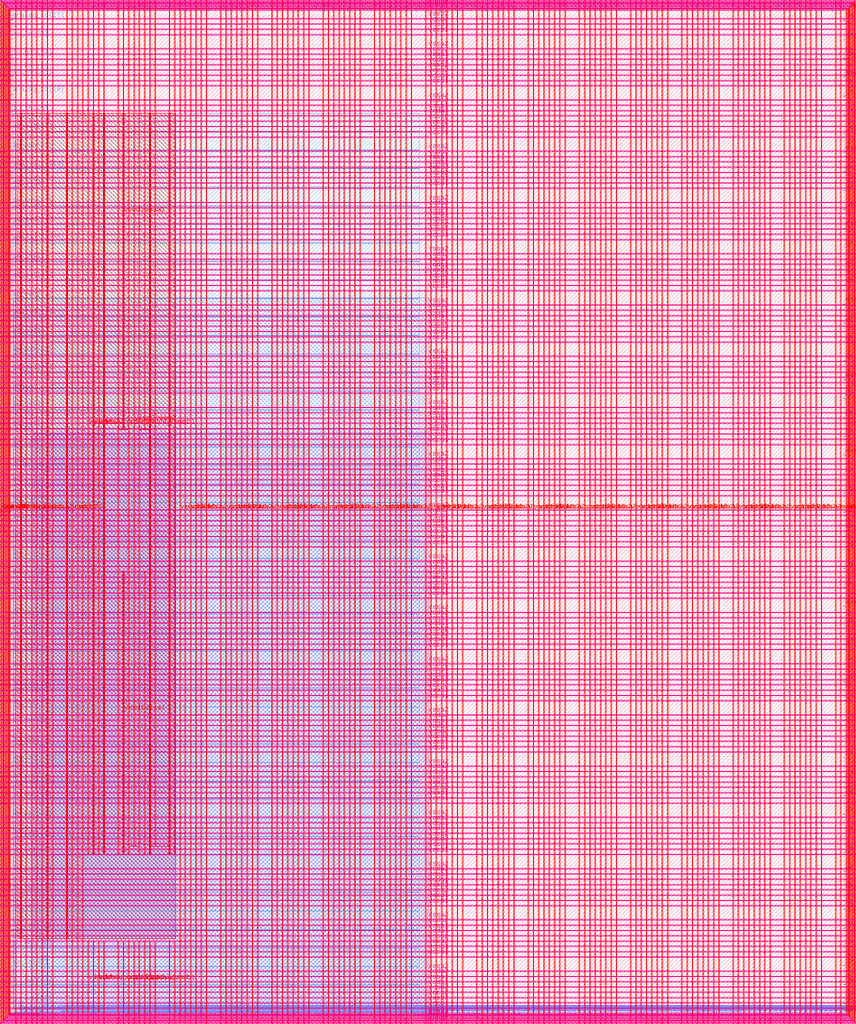
<source format=lef>
VERSION 5.7 ;
  NOWIREEXTENSIONATPIN ON ;
  DIVIDERCHAR "/" ;
  BUSBITCHARS "[]" ;
MACRO user_project_wrapper
  CLASS BLOCK ;
  FOREIGN user_project_wrapper ;
  ORIGIN 0.000 0.000 ;
  SIZE 2920.000 BY 3520.000 ;
  PIN analog_io[0]
    DIRECTION INOUT ;
    USE SIGNAL ;
    PORT
      LAYER met3 ;
        RECT 2917.600 1426.380 2924.800 1427.580 ;
    END
  END analog_io[0]
  PIN analog_io[10]
    DIRECTION INOUT ;
    USE SIGNAL ;
    PORT
      LAYER met2 ;
        RECT 2230.490 3517.600 2231.050 3524.800 ;
    END
  END analog_io[10]
  PIN analog_io[11]
    DIRECTION INOUT ;
    USE SIGNAL ;
    PORT
      LAYER met2 ;
        RECT 1905.730 3517.600 1906.290 3524.800 ;
    END
  END analog_io[11]
  PIN analog_io[12]
    DIRECTION INOUT ;
    USE SIGNAL ;
    PORT
      LAYER met2 ;
        RECT 1581.430 3517.600 1581.990 3524.800 ;
    END
  END analog_io[12]
  PIN analog_io[13]
    DIRECTION INOUT ;
    USE SIGNAL ;
    PORT
      LAYER met2 ;
        RECT 1257.130 3517.600 1257.690 3524.800 ;
    END
  END analog_io[13]
  PIN analog_io[14]
    DIRECTION INOUT ;
    USE SIGNAL ;
    PORT
      LAYER met2 ;
        RECT 932.370 3517.600 932.930 3524.800 ;
    END
  END analog_io[14]
  PIN analog_io[15]
    DIRECTION INOUT ;
    USE SIGNAL ;
    PORT
      LAYER met2 ;
        RECT 608.070 3517.600 608.630 3524.800 ;
    END
  END analog_io[15]
  PIN analog_io[16]
    DIRECTION INOUT ;
    USE SIGNAL ;
    PORT
      LAYER met2 ;
        RECT 283.770 3517.600 284.330 3524.800 ;
    END
  END analog_io[16]
  PIN analog_io[17]
    DIRECTION INOUT ;
    USE SIGNAL ;
    PORT
      LAYER met3 ;
        RECT -4.800 3486.100 2.400 3487.300 ;
    END
  END analog_io[17]
  PIN analog_io[18]
    DIRECTION INOUT ;
    USE SIGNAL ;
    PORT
      LAYER met3 ;
        RECT -4.800 3224.980 2.400 3226.180 ;
    END
  END analog_io[18]
  PIN analog_io[19]
    DIRECTION INOUT ;
    USE SIGNAL ;
    PORT
      LAYER met3 ;
        RECT -4.800 2964.540 2.400 2965.740 ;
    END
  END analog_io[19]
  PIN analog_io[1]
    DIRECTION INOUT ;
    USE SIGNAL ;
    PORT
      LAYER met3 ;
        RECT 2917.600 1692.260 2924.800 1693.460 ;
    END
  END analog_io[1]
  PIN analog_io[20]
    DIRECTION INOUT ;
    USE SIGNAL ;
    PORT
      LAYER met3 ;
        RECT -4.800 2703.420 2.400 2704.620 ;
    END
  END analog_io[20]
  PIN analog_io[21]
    DIRECTION INOUT ;
    USE SIGNAL ;
    PORT
      LAYER met3 ;
        RECT -4.800 2442.980 2.400 2444.180 ;
    END
  END analog_io[21]
  PIN analog_io[22]
    DIRECTION INOUT ;
    USE SIGNAL ;
    PORT
      LAYER met3 ;
        RECT -4.800 2182.540 2.400 2183.740 ;
    END
  END analog_io[22]
  PIN analog_io[23]
    DIRECTION INOUT ;
    USE SIGNAL ;
    PORT
      LAYER met3 ;
        RECT -4.800 1921.420 2.400 1922.620 ;
    END
  END analog_io[23]
  PIN analog_io[24]
    DIRECTION INOUT ;
    USE SIGNAL ;
    PORT
      LAYER met3 ;
        RECT -4.800 1660.980 2.400 1662.180 ;
    END
  END analog_io[24]
  PIN analog_io[25]
    DIRECTION INOUT ;
    USE SIGNAL ;
    PORT
      LAYER met3 ;
        RECT -4.800 1399.860 2.400 1401.060 ;
    END
  END analog_io[25]
  PIN analog_io[26]
    DIRECTION INOUT ;
    USE SIGNAL ;
    PORT
      LAYER met3 ;
        RECT -4.800 1139.420 2.400 1140.620 ;
    END
  END analog_io[26]
  PIN analog_io[27]
    DIRECTION INOUT ;
    USE SIGNAL ;
    PORT
      LAYER met3 ;
        RECT -4.800 878.980 2.400 880.180 ;
    END
  END analog_io[27]
  PIN analog_io[28]
    DIRECTION INOUT ;
    USE SIGNAL ;
    PORT
      LAYER met3 ;
        RECT -4.800 617.860 2.400 619.060 ;
    END
  END analog_io[28]
  PIN analog_io[2]
    DIRECTION INOUT ;
    USE SIGNAL ;
    PORT
      LAYER met3 ;
        RECT 2917.600 1958.140 2924.800 1959.340 ;
    END
  END analog_io[2]
  PIN analog_io[3]
    DIRECTION INOUT ;
    USE SIGNAL ;
    PORT
      LAYER met3 ;
        RECT 2917.600 2223.340 2924.800 2224.540 ;
    END
  END analog_io[3]
  PIN analog_io[4]
    DIRECTION INOUT ;
    USE SIGNAL ;
    PORT
      LAYER met3 ;
        RECT 2917.600 2489.220 2924.800 2490.420 ;
    END
  END analog_io[4]
  PIN analog_io[5]
    DIRECTION INOUT ;
    USE SIGNAL ;
    PORT
      LAYER met3 ;
        RECT 2917.600 2755.100 2924.800 2756.300 ;
    END
  END analog_io[5]
  PIN analog_io[6]
    DIRECTION INOUT ;
    USE SIGNAL ;
    PORT
      LAYER met3 ;
        RECT 2917.600 3020.300 2924.800 3021.500 ;
    END
  END analog_io[6]
  PIN analog_io[7]
    DIRECTION INOUT ;
    USE SIGNAL ;
    PORT
      LAYER met3 ;
        RECT 2917.600 3286.180 2924.800 3287.380 ;
    END
  END analog_io[7]
  PIN analog_io[8]
    DIRECTION INOUT ;
    USE SIGNAL ;
    PORT
      LAYER met2 ;
        RECT 2879.090 3517.600 2879.650 3524.800 ;
    END
  END analog_io[8]
  PIN analog_io[9]
    DIRECTION INOUT ;
    USE SIGNAL ;
    PORT
      LAYER met2 ;
        RECT 2554.790 3517.600 2555.350 3524.800 ;
    END
  END analog_io[9]
  PIN io_in[0]
    DIRECTION INPUT ;
    USE SIGNAL ;
    PORT
      LAYER met3 ;
        RECT 2917.600 32.380 2924.800 33.580 ;
    END
  END io_in[0]
  PIN io_in[10]
    DIRECTION INPUT ;
    USE SIGNAL ;
    PORT
      LAYER met3 ;
        RECT 2917.600 2289.980 2924.800 2291.180 ;
    END
  END io_in[10]
  PIN io_in[11]
    DIRECTION INPUT ;
    USE SIGNAL ;
    PORT
      LAYER met3 ;
        RECT 2917.600 2555.860 2924.800 2557.060 ;
    END
  END io_in[11]
  PIN io_in[12]
    DIRECTION INPUT ;
    USE SIGNAL ;
    PORT
      LAYER met3 ;
        RECT 2917.600 2821.060 2924.800 2822.260 ;
    END
  END io_in[12]
  PIN io_in[13]
    DIRECTION INPUT ;
    USE SIGNAL ;
    PORT
      LAYER met3 ;
        RECT 2917.600 3086.940 2924.800 3088.140 ;
    END
  END io_in[13]
  PIN io_in[14]
    DIRECTION INPUT ;
    USE SIGNAL ;
    PORT
      LAYER met3 ;
        RECT 2917.600 3352.820 2924.800 3354.020 ;
    END
  END io_in[14]
  PIN io_in[15]
    DIRECTION INPUT ;
    USE SIGNAL ;
    PORT
      LAYER met2 ;
        RECT 2798.130 3517.600 2798.690 3524.800 ;
    END
  END io_in[15]
  PIN io_in[16]
    DIRECTION INPUT ;
    USE SIGNAL ;
    PORT
      LAYER met2 ;
        RECT 2473.830 3517.600 2474.390 3524.800 ;
    END
  END io_in[16]
  PIN io_in[17]
    DIRECTION INPUT ;
    USE SIGNAL ;
    PORT
      LAYER met2 ;
        RECT 2149.070 3517.600 2149.630 3524.800 ;
    END
  END io_in[17]
  PIN io_in[18]
    DIRECTION INPUT ;
    USE SIGNAL ;
    PORT
      LAYER met2 ;
        RECT 1824.770 3517.600 1825.330 3524.800 ;
    END
  END io_in[18]
  PIN io_in[19]
    DIRECTION INPUT ;
    USE SIGNAL ;
    PORT
      LAYER met2 ;
        RECT 1500.470 3517.600 1501.030 3524.800 ;
    END
  END io_in[19]
  PIN io_in[1]
    DIRECTION INPUT ;
    USE SIGNAL ;
    PORT
      LAYER met3 ;
        RECT 2917.600 230.940 2924.800 232.140 ;
    END
  END io_in[1]
  PIN io_in[20]
    DIRECTION INPUT ;
    USE SIGNAL ;
    PORT
      LAYER met2 ;
        RECT 1175.710 3517.600 1176.270 3524.800 ;
    END
  END io_in[20]
  PIN io_in[21]
    DIRECTION INPUT ;
    USE SIGNAL ;
    PORT
      LAYER met2 ;
        RECT 851.410 3517.600 851.970 3524.800 ;
    END
  END io_in[21]
  PIN io_in[22]
    DIRECTION INPUT ;
    USE SIGNAL ;
    PORT
      LAYER met2 ;
        RECT 527.110 3517.600 527.670 3524.800 ;
    END
  END io_in[22]
  PIN io_in[23]
    DIRECTION INPUT ;
    USE SIGNAL ;
    PORT
      LAYER met2 ;
        RECT 202.350 3517.600 202.910 3524.800 ;
    END
  END io_in[23]
  PIN io_in[24]
    DIRECTION INPUT ;
    USE SIGNAL ;
    PORT
      LAYER met3 ;
        RECT -4.800 3420.820 2.400 3422.020 ;
    END
  END io_in[24]
  PIN io_in[25]
    DIRECTION INPUT ;
    USE SIGNAL ;
    PORT
      LAYER met3 ;
        RECT -4.800 3159.700 2.400 3160.900 ;
    END
  END io_in[25]
  PIN io_in[26]
    DIRECTION INPUT ;
    USE SIGNAL ;
    PORT
      LAYER met3 ;
        RECT -4.800 2899.260 2.400 2900.460 ;
    END
  END io_in[26]
  PIN io_in[27]
    DIRECTION INPUT ;
    USE SIGNAL ;
    PORT
      LAYER met3 ;
        RECT -4.800 2638.820 2.400 2640.020 ;
    END
  END io_in[27]
  PIN io_in[28]
    DIRECTION INPUT ;
    USE SIGNAL ;
    PORT
      LAYER met3 ;
        RECT -4.800 2377.700 2.400 2378.900 ;
    END
  END io_in[28]
  PIN io_in[29]
    DIRECTION INPUT ;
    USE SIGNAL ;
    PORT
      LAYER met3 ;
        RECT -4.800 2117.260 2.400 2118.460 ;
    END
  END io_in[29]
  PIN io_in[2]
    DIRECTION INPUT ;
    USE SIGNAL ;
    PORT
      LAYER met3 ;
        RECT 2917.600 430.180 2924.800 431.380 ;
    END
  END io_in[2]
  PIN io_in[30]
    DIRECTION INPUT ;
    USE SIGNAL ;
    PORT
      LAYER met3 ;
        RECT -4.800 1856.140 2.400 1857.340 ;
    END
  END io_in[30]
  PIN io_in[31]
    DIRECTION INPUT ;
    USE SIGNAL ;
    PORT
      LAYER met3 ;
        RECT -4.800 1595.700 2.400 1596.900 ;
    END
  END io_in[31]
  PIN io_in[32]
    DIRECTION INPUT ;
    USE SIGNAL ;
    PORT
      LAYER met3 ;
        RECT -4.800 1335.260 2.400 1336.460 ;
    END
  END io_in[32]
  PIN io_in[33]
    DIRECTION INPUT ;
    USE SIGNAL ;
    PORT
      LAYER met3 ;
        RECT -4.800 1074.140 2.400 1075.340 ;
    END
  END io_in[33]
  PIN io_in[34]
    DIRECTION INPUT ;
    USE SIGNAL ;
    PORT
      LAYER met3 ;
        RECT -4.800 813.700 2.400 814.900 ;
    END
  END io_in[34]
  PIN io_in[35]
    DIRECTION INPUT ;
    USE SIGNAL ;
    PORT
      LAYER met3 ;
        RECT -4.800 552.580 2.400 553.780 ;
    END
  END io_in[35]
  PIN io_in[36]
    DIRECTION INPUT ;
    USE SIGNAL ;
    PORT
      LAYER met3 ;
        RECT -4.800 357.420 2.400 358.620 ;
    END
  END io_in[36]
  PIN io_in[37]
    DIRECTION INPUT ;
    USE SIGNAL ;
    PORT
      LAYER met3 ;
        RECT -4.800 161.580 2.400 162.780 ;
    END
  END io_in[37]
  PIN io_in[3]
    DIRECTION INPUT ;
    USE SIGNAL ;
    PORT
      LAYER met3 ;
        RECT 2917.600 629.420 2924.800 630.620 ;
    END
  END io_in[3]
  PIN io_in[4]
    DIRECTION INPUT ;
    USE SIGNAL ;
    PORT
      LAYER met3 ;
        RECT 2917.600 828.660 2924.800 829.860 ;
    END
  END io_in[4]
  PIN io_in[5]
    DIRECTION INPUT ;
    USE SIGNAL ;
    PORT
      LAYER met3 ;
        RECT 2917.600 1027.900 2924.800 1029.100 ;
    END
  END io_in[5]
  PIN io_in[6]
    DIRECTION INPUT ;
    USE SIGNAL ;
    PORT
      LAYER met3 ;
        RECT 2917.600 1227.140 2924.800 1228.340 ;
    END
  END io_in[6]
  PIN io_in[7]
    DIRECTION INPUT ;
    USE SIGNAL ;
    PORT
      LAYER met3 ;
        RECT 2917.600 1493.020 2924.800 1494.220 ;
    END
  END io_in[7]
  PIN io_in[8]
    DIRECTION INPUT ;
    USE SIGNAL ;
    PORT
      LAYER met3 ;
        RECT 2917.600 1758.900 2924.800 1760.100 ;
    END
  END io_in[8]
  PIN io_in[9]
    DIRECTION INPUT ;
    USE SIGNAL ;
    PORT
      LAYER met3 ;
        RECT 2917.600 2024.100 2924.800 2025.300 ;
    END
  END io_in[9]
  PIN io_oeb[0]
    DIRECTION OUTPUT TRISTATE ;
    USE SIGNAL ;
    PORT
      LAYER met3 ;
        RECT 2917.600 164.980 2924.800 166.180 ;
    END
  END io_oeb[0]
  PIN io_oeb[10]
    DIRECTION OUTPUT TRISTATE ;
    USE SIGNAL ;
    PORT
      LAYER met3 ;
        RECT 2917.600 2422.580 2924.800 2423.780 ;
    END
  END io_oeb[10]
  PIN io_oeb[11]
    DIRECTION OUTPUT TRISTATE ;
    USE SIGNAL ;
    PORT
      LAYER met3 ;
        RECT 2917.600 2688.460 2924.800 2689.660 ;
    END
  END io_oeb[11]
  PIN io_oeb[12]
    DIRECTION OUTPUT TRISTATE ;
    USE SIGNAL ;
    PORT
      LAYER met3 ;
        RECT 2917.600 2954.340 2924.800 2955.540 ;
    END
  END io_oeb[12]
  PIN io_oeb[13]
    DIRECTION OUTPUT TRISTATE ;
    USE SIGNAL ;
    PORT
      LAYER met3 ;
        RECT 2917.600 3219.540 2924.800 3220.740 ;
    END
  END io_oeb[13]
  PIN io_oeb[14]
    DIRECTION OUTPUT TRISTATE ;
    USE SIGNAL ;
    PORT
      LAYER met3 ;
        RECT 2917.600 3485.420 2924.800 3486.620 ;
    END
  END io_oeb[14]
  PIN io_oeb[15]
    DIRECTION OUTPUT TRISTATE ;
    USE SIGNAL ;
    PORT
      LAYER met2 ;
        RECT 2635.750 3517.600 2636.310 3524.800 ;
    END
  END io_oeb[15]
  PIN io_oeb[16]
    DIRECTION OUTPUT TRISTATE ;
    USE SIGNAL ;
    PORT
      LAYER met2 ;
        RECT 2311.450 3517.600 2312.010 3524.800 ;
    END
  END io_oeb[16]
  PIN io_oeb[17]
    DIRECTION OUTPUT TRISTATE ;
    USE SIGNAL ;
    PORT
      LAYER met2 ;
        RECT 1987.150 3517.600 1987.710 3524.800 ;
    END
  END io_oeb[17]
  PIN io_oeb[18]
    DIRECTION OUTPUT TRISTATE ;
    USE SIGNAL ;
    PORT
      LAYER met2 ;
        RECT 1662.390 3517.600 1662.950 3524.800 ;
    END
  END io_oeb[18]
  PIN io_oeb[19]
    DIRECTION OUTPUT TRISTATE ;
    USE SIGNAL ;
    PORT
      LAYER met2 ;
        RECT 1338.090 3517.600 1338.650 3524.800 ;
    END
  END io_oeb[19]
  PIN io_oeb[1]
    DIRECTION OUTPUT TRISTATE ;
    USE SIGNAL ;
    PORT
      LAYER met3 ;
        RECT 2917.600 364.220 2924.800 365.420 ;
    END
  END io_oeb[1]
  PIN io_oeb[20]
    DIRECTION OUTPUT TRISTATE ;
    USE SIGNAL ;
    PORT
      LAYER met2 ;
        RECT 1013.790 3517.600 1014.350 3524.800 ;
    END
  END io_oeb[20]
  PIN io_oeb[21]
    DIRECTION OUTPUT TRISTATE ;
    USE SIGNAL ;
    PORT
      LAYER met2 ;
        RECT 689.030 3517.600 689.590 3524.800 ;
    END
  END io_oeb[21]
  PIN io_oeb[22]
    DIRECTION OUTPUT TRISTATE ;
    USE SIGNAL ;
    PORT
      LAYER met2 ;
        RECT 364.730 3517.600 365.290 3524.800 ;
    END
  END io_oeb[22]
  PIN io_oeb[23]
    DIRECTION OUTPUT TRISTATE ;
    USE SIGNAL ;
    PORT
      LAYER met2 ;
        RECT 40.430 3517.600 40.990 3524.800 ;
    END
  END io_oeb[23]
  PIN io_oeb[24]
    DIRECTION OUTPUT TRISTATE ;
    USE SIGNAL ;
    PORT
      LAYER met3 ;
        RECT -4.800 3290.260 2.400 3291.460 ;
    END
  END io_oeb[24]
  PIN io_oeb[25]
    DIRECTION OUTPUT TRISTATE ;
    USE SIGNAL ;
    PORT
      LAYER met3 ;
        RECT -4.800 3029.820 2.400 3031.020 ;
    END
  END io_oeb[25]
  PIN io_oeb[26]
    DIRECTION OUTPUT TRISTATE ;
    USE SIGNAL ;
    PORT
      LAYER met3 ;
        RECT -4.800 2768.700 2.400 2769.900 ;
    END
  END io_oeb[26]
  PIN io_oeb[27]
    DIRECTION OUTPUT TRISTATE ;
    USE SIGNAL ;
    PORT
      LAYER met3 ;
        RECT -4.800 2508.260 2.400 2509.460 ;
    END
  END io_oeb[27]
  PIN io_oeb[28]
    DIRECTION OUTPUT TRISTATE ;
    USE SIGNAL ;
    PORT
      LAYER met3 ;
        RECT -4.800 2247.140 2.400 2248.340 ;
    END
  END io_oeb[28]
  PIN io_oeb[29]
    DIRECTION OUTPUT TRISTATE ;
    USE SIGNAL ;
    PORT
      LAYER met3 ;
        RECT -4.800 1986.700 2.400 1987.900 ;
    END
  END io_oeb[29]
  PIN io_oeb[2]
    DIRECTION OUTPUT TRISTATE ;
    USE SIGNAL ;
    PORT
      LAYER met3 ;
        RECT 2917.600 563.460 2924.800 564.660 ;
    END
  END io_oeb[2]
  PIN io_oeb[30]
    DIRECTION OUTPUT TRISTATE ;
    USE SIGNAL ;
    PORT
      LAYER met3 ;
        RECT -4.800 1726.260 2.400 1727.460 ;
    END
  END io_oeb[30]
  PIN io_oeb[31]
    DIRECTION OUTPUT TRISTATE ;
    USE SIGNAL ;
    PORT
      LAYER met3 ;
        RECT -4.800 1465.140 2.400 1466.340 ;
    END
  END io_oeb[31]
  PIN io_oeb[32]
    DIRECTION OUTPUT TRISTATE ;
    USE SIGNAL ;
    PORT
      LAYER met3 ;
        RECT -4.800 1204.700 2.400 1205.900 ;
    END
  END io_oeb[32]
  PIN io_oeb[33]
    DIRECTION OUTPUT TRISTATE ;
    USE SIGNAL ;
    PORT
      LAYER met3 ;
        RECT -4.800 943.580 2.400 944.780 ;
    END
  END io_oeb[33]
  PIN io_oeb[34]
    DIRECTION OUTPUT TRISTATE ;
    USE SIGNAL ;
    PORT
      LAYER met3 ;
        RECT -4.800 683.140 2.400 684.340 ;
    END
  END io_oeb[34]
  PIN io_oeb[35]
    DIRECTION OUTPUT TRISTATE ;
    USE SIGNAL ;
    PORT
      LAYER met3 ;
        RECT -4.800 422.700 2.400 423.900 ;
    END
  END io_oeb[35]
  PIN io_oeb[36]
    DIRECTION OUTPUT TRISTATE ;
    USE SIGNAL ;
    PORT
      LAYER met3 ;
        RECT -4.800 226.860 2.400 228.060 ;
    END
  END io_oeb[36]
  PIN io_oeb[37]
    DIRECTION OUTPUT TRISTATE ;
    USE SIGNAL ;
    PORT
      LAYER met3 ;
        RECT -4.800 31.700 2.400 32.900 ;
    END
  END io_oeb[37]
  PIN io_oeb[3]
    DIRECTION OUTPUT TRISTATE ;
    USE SIGNAL ;
    PORT
      LAYER met3 ;
        RECT 2917.600 762.700 2924.800 763.900 ;
    END
  END io_oeb[3]
  PIN io_oeb[4]
    DIRECTION OUTPUT TRISTATE ;
    USE SIGNAL ;
    PORT
      LAYER met3 ;
        RECT 2917.600 961.940 2924.800 963.140 ;
    END
  END io_oeb[4]
  PIN io_oeb[5]
    DIRECTION OUTPUT TRISTATE ;
    USE SIGNAL ;
    PORT
      LAYER met3 ;
        RECT 2917.600 1161.180 2924.800 1162.380 ;
    END
  END io_oeb[5]
  PIN io_oeb[6]
    DIRECTION OUTPUT TRISTATE ;
    USE SIGNAL ;
    PORT
      LAYER met3 ;
        RECT 2917.600 1360.420 2924.800 1361.620 ;
    END
  END io_oeb[6]
  PIN io_oeb[7]
    DIRECTION OUTPUT TRISTATE ;
    USE SIGNAL ;
    PORT
      LAYER met3 ;
        RECT 2917.600 1625.620 2924.800 1626.820 ;
    END
  END io_oeb[7]
  PIN io_oeb[8]
    DIRECTION OUTPUT TRISTATE ;
    USE SIGNAL ;
    PORT
      LAYER met3 ;
        RECT 2917.600 1891.500 2924.800 1892.700 ;
    END
  END io_oeb[8]
  PIN io_oeb[9]
    DIRECTION OUTPUT TRISTATE ;
    USE SIGNAL ;
    PORT
      LAYER met3 ;
        RECT 2917.600 2157.380 2924.800 2158.580 ;
    END
  END io_oeb[9]
  PIN io_out[0]
    DIRECTION OUTPUT TRISTATE ;
    USE SIGNAL ;
    PORT
      LAYER met3 ;
        RECT 2917.600 98.340 2924.800 99.540 ;
    END
  END io_out[0]
  PIN io_out[10]
    DIRECTION OUTPUT TRISTATE ;
    USE SIGNAL ;
    PORT
      LAYER met3 ;
        RECT 2917.600 2356.620 2924.800 2357.820 ;
    END
  END io_out[10]
  PIN io_out[11]
    DIRECTION OUTPUT TRISTATE ;
    USE SIGNAL ;
    PORT
      LAYER met3 ;
        RECT 2917.600 2621.820 2924.800 2623.020 ;
    END
  END io_out[11]
  PIN io_out[12]
    DIRECTION OUTPUT TRISTATE ;
    USE SIGNAL ;
    PORT
      LAYER met3 ;
        RECT 2917.600 2887.700 2924.800 2888.900 ;
    END
  END io_out[12]
  PIN io_out[13]
    DIRECTION OUTPUT TRISTATE ;
    USE SIGNAL ;
    PORT
      LAYER met3 ;
        RECT 2917.600 3153.580 2924.800 3154.780 ;
    END
  END io_out[13]
  PIN io_out[14]
    DIRECTION OUTPUT TRISTATE ;
    USE SIGNAL ;
    PORT
      LAYER met3 ;
        RECT 2917.600 3418.780 2924.800 3419.980 ;
    END
  END io_out[14]
  PIN io_out[15]
    DIRECTION OUTPUT TRISTATE ;
    USE SIGNAL ;
    PORT
      LAYER met2 ;
        RECT 2717.170 3517.600 2717.730 3524.800 ;
    END
  END io_out[15]
  PIN io_out[16]
    DIRECTION OUTPUT TRISTATE ;
    USE SIGNAL ;
    PORT
      LAYER met2 ;
        RECT 2392.410 3517.600 2392.970 3524.800 ;
    END
  END io_out[16]
  PIN io_out[17]
    DIRECTION OUTPUT TRISTATE ;
    USE SIGNAL ;
    PORT
      LAYER met2 ;
        RECT 2068.110 3517.600 2068.670 3524.800 ;
    END
  END io_out[17]
  PIN io_out[18]
    DIRECTION OUTPUT TRISTATE ;
    USE SIGNAL ;
    PORT
      LAYER met2 ;
        RECT 1743.810 3517.600 1744.370 3524.800 ;
    END
  END io_out[18]
  PIN io_out[19]
    DIRECTION OUTPUT TRISTATE ;
    USE SIGNAL ;
    PORT
      LAYER met2 ;
        RECT 1419.050 3517.600 1419.610 3524.800 ;
    END
  END io_out[19]
  PIN io_out[1]
    DIRECTION OUTPUT TRISTATE ;
    USE SIGNAL ;
    PORT
      LAYER met3 ;
        RECT 2917.600 297.580 2924.800 298.780 ;
    END
  END io_out[1]
  PIN io_out[20]
    DIRECTION OUTPUT TRISTATE ;
    USE SIGNAL ;
    PORT
      LAYER met2 ;
        RECT 1094.750 3517.600 1095.310 3524.800 ;
    END
  END io_out[20]
  PIN io_out[21]
    DIRECTION OUTPUT TRISTATE ;
    USE SIGNAL ;
    PORT
      LAYER met2 ;
        RECT 770.450 3517.600 771.010 3524.800 ;
    END
  END io_out[21]
  PIN io_out[22]
    DIRECTION OUTPUT TRISTATE ;
    USE SIGNAL ;
    PORT
      LAYER met2 ;
        RECT 445.690 3517.600 446.250 3524.800 ;
    END
  END io_out[22]
  PIN io_out[23]
    DIRECTION OUTPUT TRISTATE ;
    USE SIGNAL ;
    PORT
      LAYER met2 ;
        RECT 121.390 3517.600 121.950 3524.800 ;
    END
  END io_out[23]
  PIN io_out[24]
    DIRECTION OUTPUT TRISTATE ;
    USE SIGNAL ;
    PORT
      LAYER met3 ;
        RECT -4.800 3355.540 2.400 3356.740 ;
    END
  END io_out[24]
  PIN io_out[25]
    DIRECTION OUTPUT TRISTATE ;
    USE SIGNAL ;
    PORT
      LAYER met3 ;
        RECT -4.800 3095.100 2.400 3096.300 ;
    END
  END io_out[25]
  PIN io_out[26]
    DIRECTION OUTPUT TRISTATE ;
    USE SIGNAL ;
    PORT
      LAYER met3 ;
        RECT -4.800 2833.980 2.400 2835.180 ;
    END
  END io_out[26]
  PIN io_out[27]
    DIRECTION OUTPUT TRISTATE ;
    USE SIGNAL ;
    PORT
      LAYER met3 ;
        RECT -4.800 2573.540 2.400 2574.740 ;
    END
  END io_out[27]
  PIN io_out[28]
    DIRECTION OUTPUT TRISTATE ;
    USE SIGNAL ;
    PORT
      LAYER met3 ;
        RECT -4.800 2312.420 2.400 2313.620 ;
    END
  END io_out[28]
  PIN io_out[29]
    DIRECTION OUTPUT TRISTATE ;
    USE SIGNAL ;
    PORT
      LAYER met3 ;
        RECT -4.800 2051.980 2.400 2053.180 ;
    END
  END io_out[29]
  PIN io_out[2]
    DIRECTION OUTPUT TRISTATE ;
    USE SIGNAL ;
    PORT
      LAYER met3 ;
        RECT 2917.600 496.820 2924.800 498.020 ;
    END
  END io_out[2]
  PIN io_out[30]
    DIRECTION OUTPUT TRISTATE ;
    USE SIGNAL ;
    PORT
      LAYER met3 ;
        RECT -4.800 1791.540 2.400 1792.740 ;
    END
  END io_out[30]
  PIN io_out[31]
    DIRECTION OUTPUT TRISTATE ;
    USE SIGNAL ;
    PORT
      LAYER met3 ;
        RECT -4.800 1530.420 2.400 1531.620 ;
    END
  END io_out[31]
  PIN io_out[32]
    DIRECTION OUTPUT TRISTATE ;
    USE SIGNAL ;
    PORT
      LAYER met3 ;
        RECT -4.800 1269.980 2.400 1271.180 ;
    END
  END io_out[32]
  PIN io_out[33]
    DIRECTION OUTPUT TRISTATE ;
    USE SIGNAL ;
    PORT
      LAYER met3 ;
        RECT -4.800 1008.860 2.400 1010.060 ;
    END
  END io_out[33]
  PIN io_out[34]
    DIRECTION OUTPUT TRISTATE ;
    USE SIGNAL ;
    PORT
      LAYER met3 ;
        RECT -4.800 748.420 2.400 749.620 ;
    END
  END io_out[34]
  PIN io_out[35]
    DIRECTION OUTPUT TRISTATE ;
    USE SIGNAL ;
    PORT
      LAYER met3 ;
        RECT -4.800 487.300 2.400 488.500 ;
    END
  END io_out[35]
  PIN io_out[36]
    DIRECTION OUTPUT TRISTATE ;
    USE SIGNAL ;
    PORT
      LAYER met3 ;
        RECT -4.800 292.140 2.400 293.340 ;
    END
  END io_out[36]
  PIN io_out[37]
    DIRECTION OUTPUT TRISTATE ;
    USE SIGNAL ;
    PORT
      LAYER met3 ;
        RECT -4.800 96.300 2.400 97.500 ;
    END
  END io_out[37]
  PIN io_out[3]
    DIRECTION OUTPUT TRISTATE ;
    USE SIGNAL ;
    PORT
      LAYER met3 ;
        RECT 2917.600 696.060 2924.800 697.260 ;
    END
  END io_out[3]
  PIN io_out[4]
    DIRECTION OUTPUT TRISTATE ;
    USE SIGNAL ;
    PORT
      LAYER met3 ;
        RECT 2917.600 895.300 2924.800 896.500 ;
    END
  END io_out[4]
  PIN io_out[5]
    DIRECTION OUTPUT TRISTATE ;
    USE SIGNAL ;
    PORT
      LAYER met3 ;
        RECT 2917.600 1094.540 2924.800 1095.740 ;
    END
  END io_out[5]
  PIN io_out[6]
    DIRECTION OUTPUT TRISTATE ;
    USE SIGNAL ;
    PORT
      LAYER met3 ;
        RECT 2917.600 1293.780 2924.800 1294.980 ;
    END
  END io_out[6]
  PIN io_out[7]
    DIRECTION OUTPUT TRISTATE ;
    USE SIGNAL ;
    PORT
      LAYER met3 ;
        RECT 2917.600 1559.660 2924.800 1560.860 ;
    END
  END io_out[7]
  PIN io_out[8]
    DIRECTION OUTPUT TRISTATE ;
    USE SIGNAL ;
    PORT
      LAYER met3 ;
        RECT 2917.600 1824.860 2924.800 1826.060 ;
    END
  END io_out[8]
  PIN io_out[9]
    DIRECTION OUTPUT TRISTATE ;
    USE SIGNAL ;
    PORT
      LAYER met3 ;
        RECT 2917.600 2090.740 2924.800 2091.940 ;
    END
  END io_out[9]
  PIN la_data_in[0]
    DIRECTION INPUT ;
    USE SIGNAL ;
    PORT
      LAYER met2 ;
        RECT 629.230 -4.800 629.790 2.400 ;
    END
  END la_data_in[0]
  PIN la_data_in[100]
    DIRECTION INPUT ;
    USE SIGNAL ;
    PORT
      LAYER met2 ;
        RECT 2402.530 -4.800 2403.090 2.400 ;
    END
  END la_data_in[100]
  PIN la_data_in[101]
    DIRECTION INPUT ;
    USE SIGNAL ;
    PORT
      LAYER met2 ;
        RECT 2420.010 -4.800 2420.570 2.400 ;
    END
  END la_data_in[101]
  PIN la_data_in[102]
    DIRECTION INPUT ;
    USE SIGNAL ;
    PORT
      LAYER met2 ;
        RECT 2437.950 -4.800 2438.510 2.400 ;
    END
  END la_data_in[102]
  PIN la_data_in[103]
    DIRECTION INPUT ;
    USE SIGNAL ;
    PORT
      LAYER met2 ;
        RECT 2455.430 -4.800 2455.990 2.400 ;
    END
  END la_data_in[103]
  PIN la_data_in[104]
    DIRECTION INPUT ;
    USE SIGNAL ;
    PORT
      LAYER met2 ;
        RECT 2473.370 -4.800 2473.930 2.400 ;
    END
  END la_data_in[104]
  PIN la_data_in[105]
    DIRECTION INPUT ;
    USE SIGNAL ;
    PORT
      LAYER met2 ;
        RECT 2490.850 -4.800 2491.410 2.400 ;
    END
  END la_data_in[105]
  PIN la_data_in[106]
    DIRECTION INPUT ;
    USE SIGNAL ;
    PORT
      LAYER met2 ;
        RECT 2508.790 -4.800 2509.350 2.400 ;
    END
  END la_data_in[106]
  PIN la_data_in[107]
    DIRECTION INPUT ;
    USE SIGNAL ;
    PORT
      LAYER met2 ;
        RECT 2526.730 -4.800 2527.290 2.400 ;
    END
  END la_data_in[107]
  PIN la_data_in[108]
    DIRECTION INPUT ;
    USE SIGNAL ;
    PORT
      LAYER met2 ;
        RECT 2544.210 -4.800 2544.770 2.400 ;
    END
  END la_data_in[108]
  PIN la_data_in[109]
    DIRECTION INPUT ;
    USE SIGNAL ;
    PORT
      LAYER met2 ;
        RECT 2562.150 -4.800 2562.710 2.400 ;
    END
  END la_data_in[109]
  PIN la_data_in[10]
    DIRECTION INPUT ;
    USE SIGNAL ;
    PORT
      LAYER met2 ;
        RECT 806.330 -4.800 806.890 2.400 ;
    END
  END la_data_in[10]
  PIN la_data_in[110]
    DIRECTION INPUT ;
    USE SIGNAL ;
    PORT
      LAYER met2 ;
        RECT 2579.630 -4.800 2580.190 2.400 ;
    END
  END la_data_in[110]
  PIN la_data_in[111]
    DIRECTION INPUT ;
    USE SIGNAL ;
    PORT
      LAYER met2 ;
        RECT 2597.570 -4.800 2598.130 2.400 ;
    END
  END la_data_in[111]
  PIN la_data_in[112]
    DIRECTION INPUT ;
    USE SIGNAL ;
    PORT
      LAYER met2 ;
        RECT 2615.050 -4.800 2615.610 2.400 ;
    END
  END la_data_in[112]
  PIN la_data_in[113]
    DIRECTION INPUT ;
    USE SIGNAL ;
    PORT
      LAYER met2 ;
        RECT 2632.990 -4.800 2633.550 2.400 ;
    END
  END la_data_in[113]
  PIN la_data_in[114]
    DIRECTION INPUT ;
    USE SIGNAL ;
    PORT
      LAYER met2 ;
        RECT 2650.470 -4.800 2651.030 2.400 ;
    END
  END la_data_in[114]
  PIN la_data_in[115]
    DIRECTION INPUT ;
    USE SIGNAL ;
    PORT
      LAYER met2 ;
        RECT 2668.410 -4.800 2668.970 2.400 ;
    END
  END la_data_in[115]
  PIN la_data_in[116]
    DIRECTION INPUT ;
    USE SIGNAL ;
    PORT
      LAYER met2 ;
        RECT 2685.890 -4.800 2686.450 2.400 ;
    END
  END la_data_in[116]
  PIN la_data_in[117]
    DIRECTION INPUT ;
    USE SIGNAL ;
    PORT
      LAYER met2 ;
        RECT 2703.830 -4.800 2704.390 2.400 ;
    END
  END la_data_in[117]
  PIN la_data_in[118]
    DIRECTION INPUT ;
    USE SIGNAL ;
    PORT
      LAYER met2 ;
        RECT 2721.770 -4.800 2722.330 2.400 ;
    END
  END la_data_in[118]
  PIN la_data_in[119]
    DIRECTION INPUT ;
    USE SIGNAL ;
    PORT
      LAYER met2 ;
        RECT 2739.250 -4.800 2739.810 2.400 ;
    END
  END la_data_in[119]
  PIN la_data_in[11]
    DIRECTION INPUT ;
    USE SIGNAL ;
    PORT
      LAYER met2 ;
        RECT 824.270 -4.800 824.830 2.400 ;
    END
  END la_data_in[11]
  PIN la_data_in[120]
    DIRECTION INPUT ;
    USE SIGNAL ;
    PORT
      LAYER met2 ;
        RECT 2757.190 -4.800 2757.750 2.400 ;
    END
  END la_data_in[120]
  PIN la_data_in[121]
    DIRECTION INPUT ;
    USE SIGNAL ;
    PORT
      LAYER met2 ;
        RECT 2774.670 -4.800 2775.230 2.400 ;
    END
  END la_data_in[121]
  PIN la_data_in[122]
    DIRECTION INPUT ;
    USE SIGNAL ;
    PORT
      LAYER met2 ;
        RECT 2792.610 -4.800 2793.170 2.400 ;
    END
  END la_data_in[122]
  PIN la_data_in[123]
    DIRECTION INPUT ;
    USE SIGNAL ;
    PORT
      LAYER met2 ;
        RECT 2810.090 -4.800 2810.650 2.400 ;
    END
  END la_data_in[123]
  PIN la_data_in[124]
    DIRECTION INPUT ;
    USE SIGNAL ;
    PORT
      LAYER met2 ;
        RECT 2828.030 -4.800 2828.590 2.400 ;
    END
  END la_data_in[124]
  PIN la_data_in[125]
    DIRECTION INPUT ;
    USE SIGNAL ;
    PORT
      LAYER met2 ;
        RECT 2845.510 -4.800 2846.070 2.400 ;
    END
  END la_data_in[125]
  PIN la_data_in[126]
    DIRECTION INPUT ;
    USE SIGNAL ;
    PORT
      LAYER met2 ;
        RECT 2863.450 -4.800 2864.010 2.400 ;
    END
  END la_data_in[126]
  PIN la_data_in[127]
    DIRECTION INPUT ;
    USE SIGNAL ;
    PORT
      LAYER met2 ;
        RECT 2881.390 -4.800 2881.950 2.400 ;
    END
  END la_data_in[127]
  PIN la_data_in[12]
    DIRECTION INPUT ;
    USE SIGNAL ;
    PORT
      LAYER met2 ;
        RECT 841.750 -4.800 842.310 2.400 ;
    END
  END la_data_in[12]
  PIN la_data_in[13]
    DIRECTION INPUT ;
    USE SIGNAL ;
    PORT
      LAYER met2 ;
        RECT 859.690 -4.800 860.250 2.400 ;
    END
  END la_data_in[13]
  PIN la_data_in[14]
    DIRECTION INPUT ;
    USE SIGNAL ;
    PORT
      LAYER met2 ;
        RECT 877.170 -4.800 877.730 2.400 ;
    END
  END la_data_in[14]
  PIN la_data_in[15]
    DIRECTION INPUT ;
    USE SIGNAL ;
    PORT
      LAYER met2 ;
        RECT 895.110 -4.800 895.670 2.400 ;
    END
  END la_data_in[15]
  PIN la_data_in[16]
    DIRECTION INPUT ;
    USE SIGNAL ;
    PORT
      LAYER met2 ;
        RECT 912.590 -4.800 913.150 2.400 ;
    END
  END la_data_in[16]
  PIN la_data_in[17]
    DIRECTION INPUT ;
    USE SIGNAL ;
    PORT
      LAYER met2 ;
        RECT 930.530 -4.800 931.090 2.400 ;
    END
  END la_data_in[17]
  PIN la_data_in[18]
    DIRECTION INPUT ;
    USE SIGNAL ;
    PORT
      LAYER met2 ;
        RECT 948.470 -4.800 949.030 2.400 ;
    END
  END la_data_in[18]
  PIN la_data_in[19]
    DIRECTION INPUT ;
    USE SIGNAL ;
    PORT
      LAYER met2 ;
        RECT 965.950 -4.800 966.510 2.400 ;
    END
  END la_data_in[19]
  PIN la_data_in[1]
    DIRECTION INPUT ;
    USE SIGNAL ;
    PORT
      LAYER met2 ;
        RECT 646.710 -4.800 647.270 2.400 ;
    END
  END la_data_in[1]
  PIN la_data_in[20]
    DIRECTION INPUT ;
    USE SIGNAL ;
    PORT
      LAYER met2 ;
        RECT 983.890 -4.800 984.450 2.400 ;
    END
  END la_data_in[20]
  PIN la_data_in[21]
    DIRECTION INPUT ;
    USE SIGNAL ;
    PORT
      LAYER met2 ;
        RECT 1001.370 -4.800 1001.930 2.400 ;
    END
  END la_data_in[21]
  PIN la_data_in[22]
    DIRECTION INPUT ;
    USE SIGNAL ;
    PORT
      LAYER met2 ;
        RECT 1019.310 -4.800 1019.870 2.400 ;
    END
  END la_data_in[22]
  PIN la_data_in[23]
    DIRECTION INPUT ;
    USE SIGNAL ;
    PORT
      LAYER met2 ;
        RECT 1036.790 -4.800 1037.350 2.400 ;
    END
  END la_data_in[23]
  PIN la_data_in[24]
    DIRECTION INPUT ;
    USE SIGNAL ;
    PORT
      LAYER met2 ;
        RECT 1054.730 -4.800 1055.290 2.400 ;
    END
  END la_data_in[24]
  PIN la_data_in[25]
    DIRECTION INPUT ;
    USE SIGNAL ;
    PORT
      LAYER met2 ;
        RECT 1072.210 -4.800 1072.770 2.400 ;
    END
  END la_data_in[25]
  PIN la_data_in[26]
    DIRECTION INPUT ;
    USE SIGNAL ;
    PORT
      LAYER met2 ;
        RECT 1090.150 -4.800 1090.710 2.400 ;
    END
  END la_data_in[26]
  PIN la_data_in[27]
    DIRECTION INPUT ;
    USE SIGNAL ;
    PORT
      LAYER met2 ;
        RECT 1107.630 -4.800 1108.190 2.400 ;
    END
  END la_data_in[27]
  PIN la_data_in[28]
    DIRECTION INPUT ;
    USE SIGNAL ;
    PORT
      LAYER met2 ;
        RECT 1125.570 -4.800 1126.130 2.400 ;
    END
  END la_data_in[28]
  PIN la_data_in[29]
    DIRECTION INPUT ;
    USE SIGNAL ;
    PORT
      LAYER met2 ;
        RECT 1143.510 -4.800 1144.070 2.400 ;
    END
  END la_data_in[29]
  PIN la_data_in[2]
    DIRECTION INPUT ;
    USE SIGNAL ;
    PORT
      LAYER met2 ;
        RECT 664.650 -4.800 665.210 2.400 ;
    END
  END la_data_in[2]
  PIN la_data_in[30]
    DIRECTION INPUT ;
    USE SIGNAL ;
    PORT
      LAYER met2 ;
        RECT 1160.990 -4.800 1161.550 2.400 ;
    END
  END la_data_in[30]
  PIN la_data_in[31]
    DIRECTION INPUT ;
    USE SIGNAL ;
    PORT
      LAYER met2 ;
        RECT 1178.930 -4.800 1179.490 2.400 ;
    END
  END la_data_in[31]
  PIN la_data_in[32]
    DIRECTION INPUT ;
    USE SIGNAL ;
    PORT
      LAYER met2 ;
        RECT 1196.410 -4.800 1196.970 2.400 ;
    END
  END la_data_in[32]
  PIN la_data_in[33]
    DIRECTION INPUT ;
    USE SIGNAL ;
    PORT
      LAYER met2 ;
        RECT 1214.350 -4.800 1214.910 2.400 ;
    END
  END la_data_in[33]
  PIN la_data_in[34]
    DIRECTION INPUT ;
    USE SIGNAL ;
    PORT
      LAYER met2 ;
        RECT 1231.830 -4.800 1232.390 2.400 ;
    END
  END la_data_in[34]
  PIN la_data_in[35]
    DIRECTION INPUT ;
    USE SIGNAL ;
    PORT
      LAYER met2 ;
        RECT 1249.770 -4.800 1250.330 2.400 ;
    END
  END la_data_in[35]
  PIN la_data_in[36]
    DIRECTION INPUT ;
    USE SIGNAL ;
    PORT
      LAYER met2 ;
        RECT 1267.250 -4.800 1267.810 2.400 ;
    END
  END la_data_in[36]
  PIN la_data_in[37]
    DIRECTION INPUT ;
    USE SIGNAL ;
    PORT
      LAYER met2 ;
        RECT 1285.190 -4.800 1285.750 2.400 ;
    END
  END la_data_in[37]
  PIN la_data_in[38]
    DIRECTION INPUT ;
    USE SIGNAL ;
    PORT
      LAYER met2 ;
        RECT 1303.130 -4.800 1303.690 2.400 ;
    END
  END la_data_in[38]
  PIN la_data_in[39]
    DIRECTION INPUT ;
    USE SIGNAL ;
    PORT
      LAYER met2 ;
        RECT 1320.610 -4.800 1321.170 2.400 ;
    END
  END la_data_in[39]
  PIN la_data_in[3]
    DIRECTION INPUT ;
    USE SIGNAL ;
    PORT
      LAYER met2 ;
        RECT 682.130 -4.800 682.690 2.400 ;
    END
  END la_data_in[3]
  PIN la_data_in[40]
    DIRECTION INPUT ;
    USE SIGNAL ;
    PORT
      LAYER met2 ;
        RECT 1338.550 -4.800 1339.110 2.400 ;
    END
  END la_data_in[40]
  PIN la_data_in[41]
    DIRECTION INPUT ;
    USE SIGNAL ;
    PORT
      LAYER met2 ;
        RECT 1356.030 -4.800 1356.590 2.400 ;
    END
  END la_data_in[41]
  PIN la_data_in[42]
    DIRECTION INPUT ;
    USE SIGNAL ;
    PORT
      LAYER met2 ;
        RECT 1373.970 -4.800 1374.530 2.400 ;
    END
  END la_data_in[42]
  PIN la_data_in[43]
    DIRECTION INPUT ;
    USE SIGNAL ;
    PORT
      LAYER met2 ;
        RECT 1391.450 -4.800 1392.010 2.400 ;
    END
  END la_data_in[43]
  PIN la_data_in[44]
    DIRECTION INPUT ;
    USE SIGNAL ;
    PORT
      LAYER met2 ;
        RECT 1409.390 -4.800 1409.950 2.400 ;
    END
  END la_data_in[44]
  PIN la_data_in[45]
    DIRECTION INPUT ;
    USE SIGNAL ;
    PORT
      LAYER met2 ;
        RECT 1426.870 -4.800 1427.430 2.400 ;
    END
  END la_data_in[45]
  PIN la_data_in[46]
    DIRECTION INPUT ;
    USE SIGNAL ;
    PORT
      LAYER met2 ;
        RECT 1444.810 -4.800 1445.370 2.400 ;
    END
  END la_data_in[46]
  PIN la_data_in[47]
    DIRECTION INPUT ;
    USE SIGNAL ;
    PORT
      LAYER met2 ;
        RECT 1462.750 -4.800 1463.310 2.400 ;
    END
  END la_data_in[47]
  PIN la_data_in[48]
    DIRECTION INPUT ;
    USE SIGNAL ;
    PORT
      LAYER met2 ;
        RECT 1480.230 -4.800 1480.790 2.400 ;
    END
  END la_data_in[48]
  PIN la_data_in[49]
    DIRECTION INPUT ;
    USE SIGNAL ;
    PORT
      LAYER met2 ;
        RECT 1498.170 -4.800 1498.730 2.400 ;
    END
  END la_data_in[49]
  PIN la_data_in[4]
    DIRECTION INPUT ;
    USE SIGNAL ;
    PORT
      LAYER met2 ;
        RECT 700.070 -4.800 700.630 2.400 ;
    END
  END la_data_in[4]
  PIN la_data_in[50]
    DIRECTION INPUT ;
    USE SIGNAL ;
    PORT
      LAYER met2 ;
        RECT 1515.650 -4.800 1516.210 2.400 ;
    END
  END la_data_in[50]
  PIN la_data_in[51]
    DIRECTION INPUT ;
    USE SIGNAL ;
    PORT
      LAYER met2 ;
        RECT 1533.590 -4.800 1534.150 2.400 ;
    END
  END la_data_in[51]
  PIN la_data_in[52]
    DIRECTION INPUT ;
    USE SIGNAL ;
    PORT
      LAYER met2 ;
        RECT 1551.070 -4.800 1551.630 2.400 ;
    END
  END la_data_in[52]
  PIN la_data_in[53]
    DIRECTION INPUT ;
    USE SIGNAL ;
    PORT
      LAYER met2 ;
        RECT 1569.010 -4.800 1569.570 2.400 ;
    END
  END la_data_in[53]
  PIN la_data_in[54]
    DIRECTION INPUT ;
    USE SIGNAL ;
    PORT
      LAYER met2 ;
        RECT 1586.490 -4.800 1587.050 2.400 ;
    END
  END la_data_in[54]
  PIN la_data_in[55]
    DIRECTION INPUT ;
    USE SIGNAL ;
    PORT
      LAYER met2 ;
        RECT 1604.430 -4.800 1604.990 2.400 ;
    END
  END la_data_in[55]
  PIN la_data_in[56]
    DIRECTION INPUT ;
    USE SIGNAL ;
    PORT
      LAYER met2 ;
        RECT 1621.910 -4.800 1622.470 2.400 ;
    END
  END la_data_in[56]
  PIN la_data_in[57]
    DIRECTION INPUT ;
    USE SIGNAL ;
    PORT
      LAYER met2 ;
        RECT 1639.850 -4.800 1640.410 2.400 ;
    END
  END la_data_in[57]
  PIN la_data_in[58]
    DIRECTION INPUT ;
    USE SIGNAL ;
    PORT
      LAYER met2 ;
        RECT 1657.790 -4.800 1658.350 2.400 ;
    END
  END la_data_in[58]
  PIN la_data_in[59]
    DIRECTION INPUT ;
    USE SIGNAL ;
    PORT
      LAYER met2 ;
        RECT 1675.270 -4.800 1675.830 2.400 ;
    END
  END la_data_in[59]
  PIN la_data_in[5]
    DIRECTION INPUT ;
    USE SIGNAL ;
    PORT
      LAYER met2 ;
        RECT 717.550 -4.800 718.110 2.400 ;
    END
  END la_data_in[5]
  PIN la_data_in[60]
    DIRECTION INPUT ;
    USE SIGNAL ;
    PORT
      LAYER met2 ;
        RECT 1693.210 -4.800 1693.770 2.400 ;
    END
  END la_data_in[60]
  PIN la_data_in[61]
    DIRECTION INPUT ;
    USE SIGNAL ;
    PORT
      LAYER met2 ;
        RECT 1710.690 -4.800 1711.250 2.400 ;
    END
  END la_data_in[61]
  PIN la_data_in[62]
    DIRECTION INPUT ;
    USE SIGNAL ;
    PORT
      LAYER met2 ;
        RECT 1728.630 -4.800 1729.190 2.400 ;
    END
  END la_data_in[62]
  PIN la_data_in[63]
    DIRECTION INPUT ;
    USE SIGNAL ;
    PORT
      LAYER met2 ;
        RECT 1746.110 -4.800 1746.670 2.400 ;
    END
  END la_data_in[63]
  PIN la_data_in[64]
    DIRECTION INPUT ;
    USE SIGNAL ;
    PORT
      LAYER met2 ;
        RECT 1764.050 -4.800 1764.610 2.400 ;
    END
  END la_data_in[64]
  PIN la_data_in[65]
    DIRECTION INPUT ;
    USE SIGNAL ;
    PORT
      LAYER met2 ;
        RECT 1781.530 -4.800 1782.090 2.400 ;
    END
  END la_data_in[65]
  PIN la_data_in[66]
    DIRECTION INPUT ;
    USE SIGNAL ;
    PORT
      LAYER met2 ;
        RECT 1799.470 -4.800 1800.030 2.400 ;
    END
  END la_data_in[66]
  PIN la_data_in[67]
    DIRECTION INPUT ;
    USE SIGNAL ;
    PORT
      LAYER met2 ;
        RECT 1817.410 -4.800 1817.970 2.400 ;
    END
  END la_data_in[67]
  PIN la_data_in[68]
    DIRECTION INPUT ;
    USE SIGNAL ;
    PORT
      LAYER met2 ;
        RECT 1834.890 -4.800 1835.450 2.400 ;
    END
  END la_data_in[68]
  PIN la_data_in[69]
    DIRECTION INPUT ;
    USE SIGNAL ;
    PORT
      LAYER met2 ;
        RECT 1852.830 -4.800 1853.390 2.400 ;
    END
  END la_data_in[69]
  PIN la_data_in[6]
    DIRECTION INPUT ;
    USE SIGNAL ;
    PORT
      LAYER met2 ;
        RECT 735.490 -4.800 736.050 2.400 ;
    END
  END la_data_in[6]
  PIN la_data_in[70]
    DIRECTION INPUT ;
    USE SIGNAL ;
    PORT
      LAYER met2 ;
        RECT 1870.310 -4.800 1870.870 2.400 ;
    END
  END la_data_in[70]
  PIN la_data_in[71]
    DIRECTION INPUT ;
    USE SIGNAL ;
    PORT
      LAYER met2 ;
        RECT 1888.250 -4.800 1888.810 2.400 ;
    END
  END la_data_in[71]
  PIN la_data_in[72]
    DIRECTION INPUT ;
    USE SIGNAL ;
    PORT
      LAYER met2 ;
        RECT 1905.730 -4.800 1906.290 2.400 ;
    END
  END la_data_in[72]
  PIN la_data_in[73]
    DIRECTION INPUT ;
    USE SIGNAL ;
    PORT
      LAYER met2 ;
        RECT 1923.670 -4.800 1924.230 2.400 ;
    END
  END la_data_in[73]
  PIN la_data_in[74]
    DIRECTION INPUT ;
    USE SIGNAL ;
    PORT
      LAYER met2 ;
        RECT 1941.150 -4.800 1941.710 2.400 ;
    END
  END la_data_in[74]
  PIN la_data_in[75]
    DIRECTION INPUT ;
    USE SIGNAL ;
    PORT
      LAYER met2 ;
        RECT 1959.090 -4.800 1959.650 2.400 ;
    END
  END la_data_in[75]
  PIN la_data_in[76]
    DIRECTION INPUT ;
    USE SIGNAL ;
    PORT
      LAYER met2 ;
        RECT 1976.570 -4.800 1977.130 2.400 ;
    END
  END la_data_in[76]
  PIN la_data_in[77]
    DIRECTION INPUT ;
    USE SIGNAL ;
    PORT
      LAYER met2 ;
        RECT 1994.510 -4.800 1995.070 2.400 ;
    END
  END la_data_in[77]
  PIN la_data_in[78]
    DIRECTION INPUT ;
    USE SIGNAL ;
    PORT
      LAYER met2 ;
        RECT 2012.450 -4.800 2013.010 2.400 ;
    END
  END la_data_in[78]
  PIN la_data_in[79]
    DIRECTION INPUT ;
    USE SIGNAL ;
    PORT
      LAYER met2 ;
        RECT 2029.930 -4.800 2030.490 2.400 ;
    END
  END la_data_in[79]
  PIN la_data_in[7]
    DIRECTION INPUT ;
    USE SIGNAL ;
    PORT
      LAYER met2 ;
        RECT 752.970 -4.800 753.530 2.400 ;
    END
  END la_data_in[7]
  PIN la_data_in[80]
    DIRECTION INPUT ;
    USE SIGNAL ;
    PORT
      LAYER met2 ;
        RECT 2047.870 -4.800 2048.430 2.400 ;
    END
  END la_data_in[80]
  PIN la_data_in[81]
    DIRECTION INPUT ;
    USE SIGNAL ;
    PORT
      LAYER met2 ;
        RECT 2065.350 -4.800 2065.910 2.400 ;
    END
  END la_data_in[81]
  PIN la_data_in[82]
    DIRECTION INPUT ;
    USE SIGNAL ;
    PORT
      LAYER met2 ;
        RECT 2083.290 -4.800 2083.850 2.400 ;
    END
  END la_data_in[82]
  PIN la_data_in[83]
    DIRECTION INPUT ;
    USE SIGNAL ;
    PORT
      LAYER met2 ;
        RECT 2100.770 -4.800 2101.330 2.400 ;
    END
  END la_data_in[83]
  PIN la_data_in[84]
    DIRECTION INPUT ;
    USE SIGNAL ;
    PORT
      LAYER met2 ;
        RECT 2118.710 -4.800 2119.270 2.400 ;
    END
  END la_data_in[84]
  PIN la_data_in[85]
    DIRECTION INPUT ;
    USE SIGNAL ;
    PORT
      LAYER met2 ;
        RECT 2136.190 -4.800 2136.750 2.400 ;
    END
  END la_data_in[85]
  PIN la_data_in[86]
    DIRECTION INPUT ;
    USE SIGNAL ;
    PORT
      LAYER met2 ;
        RECT 2154.130 -4.800 2154.690 2.400 ;
    END
  END la_data_in[86]
  PIN la_data_in[87]
    DIRECTION INPUT ;
    USE SIGNAL ;
    PORT
      LAYER met2 ;
        RECT 2172.070 -4.800 2172.630 2.400 ;
    END
  END la_data_in[87]
  PIN la_data_in[88]
    DIRECTION INPUT ;
    USE SIGNAL ;
    PORT
      LAYER met2 ;
        RECT 2189.550 -4.800 2190.110 2.400 ;
    END
  END la_data_in[88]
  PIN la_data_in[89]
    DIRECTION INPUT ;
    USE SIGNAL ;
    PORT
      LAYER met2 ;
        RECT 2207.490 -4.800 2208.050 2.400 ;
    END
  END la_data_in[89]
  PIN la_data_in[8]
    DIRECTION INPUT ;
    USE SIGNAL ;
    PORT
      LAYER met2 ;
        RECT 770.910 -4.800 771.470 2.400 ;
    END
  END la_data_in[8]
  PIN la_data_in[90]
    DIRECTION INPUT ;
    USE SIGNAL ;
    PORT
      LAYER met2 ;
        RECT 2224.970 -4.800 2225.530 2.400 ;
    END
  END la_data_in[90]
  PIN la_data_in[91]
    DIRECTION INPUT ;
    USE SIGNAL ;
    PORT
      LAYER met2 ;
        RECT 2242.910 -4.800 2243.470 2.400 ;
    END
  END la_data_in[91]
  PIN la_data_in[92]
    DIRECTION INPUT ;
    USE SIGNAL ;
    PORT
      LAYER met2 ;
        RECT 2260.390 -4.800 2260.950 2.400 ;
    END
  END la_data_in[92]
  PIN la_data_in[93]
    DIRECTION INPUT ;
    USE SIGNAL ;
    PORT
      LAYER met2 ;
        RECT 2278.330 -4.800 2278.890 2.400 ;
    END
  END la_data_in[93]
  PIN la_data_in[94]
    DIRECTION INPUT ;
    USE SIGNAL ;
    PORT
      LAYER met2 ;
        RECT 2295.810 -4.800 2296.370 2.400 ;
    END
  END la_data_in[94]
  PIN la_data_in[95]
    DIRECTION INPUT ;
    USE SIGNAL ;
    PORT
      LAYER met2 ;
        RECT 2313.750 -4.800 2314.310 2.400 ;
    END
  END la_data_in[95]
  PIN la_data_in[96]
    DIRECTION INPUT ;
    USE SIGNAL ;
    PORT
      LAYER met2 ;
        RECT 2331.230 -4.800 2331.790 2.400 ;
    END
  END la_data_in[96]
  PIN la_data_in[97]
    DIRECTION INPUT ;
    USE SIGNAL ;
    PORT
      LAYER met2 ;
        RECT 2349.170 -4.800 2349.730 2.400 ;
    END
  END la_data_in[97]
  PIN la_data_in[98]
    DIRECTION INPUT ;
    USE SIGNAL ;
    PORT
      LAYER met2 ;
        RECT 2367.110 -4.800 2367.670 2.400 ;
    END
  END la_data_in[98]
  PIN la_data_in[99]
    DIRECTION INPUT ;
    USE SIGNAL ;
    PORT
      LAYER met2 ;
        RECT 2384.590 -4.800 2385.150 2.400 ;
    END
  END la_data_in[99]
  PIN la_data_in[9]
    DIRECTION INPUT ;
    USE SIGNAL ;
    PORT
      LAYER met2 ;
        RECT 788.850 -4.800 789.410 2.400 ;
    END
  END la_data_in[9]
  PIN la_data_out[0]
    DIRECTION OUTPUT TRISTATE ;
    USE SIGNAL ;
    PORT
      LAYER met2 ;
        RECT 634.750 -4.800 635.310 2.400 ;
    END
  END la_data_out[0]
  PIN la_data_out[100]
    DIRECTION OUTPUT TRISTATE ;
    USE SIGNAL ;
    PORT
      LAYER met2 ;
        RECT 2408.510 -4.800 2409.070 2.400 ;
    END
  END la_data_out[100]
  PIN la_data_out[101]
    DIRECTION OUTPUT TRISTATE ;
    USE SIGNAL ;
    PORT
      LAYER met2 ;
        RECT 2425.990 -4.800 2426.550 2.400 ;
    END
  END la_data_out[101]
  PIN la_data_out[102]
    DIRECTION OUTPUT TRISTATE ;
    USE SIGNAL ;
    PORT
      LAYER met2 ;
        RECT 2443.930 -4.800 2444.490 2.400 ;
    END
  END la_data_out[102]
  PIN la_data_out[103]
    DIRECTION OUTPUT TRISTATE ;
    USE SIGNAL ;
    PORT
      LAYER met2 ;
        RECT 2461.410 -4.800 2461.970 2.400 ;
    END
  END la_data_out[103]
  PIN la_data_out[104]
    DIRECTION OUTPUT TRISTATE ;
    USE SIGNAL ;
    PORT
      LAYER met2 ;
        RECT 2479.350 -4.800 2479.910 2.400 ;
    END
  END la_data_out[104]
  PIN la_data_out[105]
    DIRECTION OUTPUT TRISTATE ;
    USE SIGNAL ;
    PORT
      LAYER met2 ;
        RECT 2496.830 -4.800 2497.390 2.400 ;
    END
  END la_data_out[105]
  PIN la_data_out[106]
    DIRECTION OUTPUT TRISTATE ;
    USE SIGNAL ;
    PORT
      LAYER met2 ;
        RECT 2514.770 -4.800 2515.330 2.400 ;
    END
  END la_data_out[106]
  PIN la_data_out[107]
    DIRECTION OUTPUT TRISTATE ;
    USE SIGNAL ;
    PORT
      LAYER met2 ;
        RECT 2532.250 -4.800 2532.810 2.400 ;
    END
  END la_data_out[107]
  PIN la_data_out[108]
    DIRECTION OUTPUT TRISTATE ;
    USE SIGNAL ;
    PORT
      LAYER met2 ;
        RECT 2550.190 -4.800 2550.750 2.400 ;
    END
  END la_data_out[108]
  PIN la_data_out[109]
    DIRECTION OUTPUT TRISTATE ;
    USE SIGNAL ;
    PORT
      LAYER met2 ;
        RECT 2567.670 -4.800 2568.230 2.400 ;
    END
  END la_data_out[109]
  PIN la_data_out[10]
    DIRECTION OUTPUT TRISTATE ;
    USE SIGNAL ;
    PORT
      LAYER met2 ;
        RECT 812.310 -4.800 812.870 2.400 ;
    END
  END la_data_out[10]
  PIN la_data_out[110]
    DIRECTION OUTPUT TRISTATE ;
    USE SIGNAL ;
    PORT
      LAYER met2 ;
        RECT 2585.610 -4.800 2586.170 2.400 ;
    END
  END la_data_out[110]
  PIN la_data_out[111]
    DIRECTION OUTPUT TRISTATE ;
    USE SIGNAL ;
    PORT
      LAYER met2 ;
        RECT 2603.550 -4.800 2604.110 2.400 ;
    END
  END la_data_out[111]
  PIN la_data_out[112]
    DIRECTION OUTPUT TRISTATE ;
    USE SIGNAL ;
    PORT
      LAYER met2 ;
        RECT 2621.030 -4.800 2621.590 2.400 ;
    END
  END la_data_out[112]
  PIN la_data_out[113]
    DIRECTION OUTPUT TRISTATE ;
    USE SIGNAL ;
    PORT
      LAYER met2 ;
        RECT 2638.970 -4.800 2639.530 2.400 ;
    END
  END la_data_out[113]
  PIN la_data_out[114]
    DIRECTION OUTPUT TRISTATE ;
    USE SIGNAL ;
    PORT
      LAYER met2 ;
        RECT 2656.450 -4.800 2657.010 2.400 ;
    END
  END la_data_out[114]
  PIN la_data_out[115]
    DIRECTION OUTPUT TRISTATE ;
    USE SIGNAL ;
    PORT
      LAYER met2 ;
        RECT 2674.390 -4.800 2674.950 2.400 ;
    END
  END la_data_out[115]
  PIN la_data_out[116]
    DIRECTION OUTPUT TRISTATE ;
    USE SIGNAL ;
    PORT
      LAYER met2 ;
        RECT 2691.870 -4.800 2692.430 2.400 ;
    END
  END la_data_out[116]
  PIN la_data_out[117]
    DIRECTION OUTPUT TRISTATE ;
    USE SIGNAL ;
    PORT
      LAYER met2 ;
        RECT 2709.810 -4.800 2710.370 2.400 ;
    END
  END la_data_out[117]
  PIN la_data_out[118]
    DIRECTION OUTPUT TRISTATE ;
    USE SIGNAL ;
    PORT
      LAYER met2 ;
        RECT 2727.290 -4.800 2727.850 2.400 ;
    END
  END la_data_out[118]
  PIN la_data_out[119]
    DIRECTION OUTPUT TRISTATE ;
    USE SIGNAL ;
    PORT
      LAYER met2 ;
        RECT 2745.230 -4.800 2745.790 2.400 ;
    END
  END la_data_out[119]
  PIN la_data_out[11]
    DIRECTION OUTPUT TRISTATE ;
    USE SIGNAL ;
    PORT
      LAYER met2 ;
        RECT 830.250 -4.800 830.810 2.400 ;
    END
  END la_data_out[11]
  PIN la_data_out[120]
    DIRECTION OUTPUT TRISTATE ;
    USE SIGNAL ;
    PORT
      LAYER met2 ;
        RECT 2763.170 -4.800 2763.730 2.400 ;
    END
  END la_data_out[120]
  PIN la_data_out[121]
    DIRECTION OUTPUT TRISTATE ;
    USE SIGNAL ;
    PORT
      LAYER met2 ;
        RECT 2780.650 -4.800 2781.210 2.400 ;
    END
  END la_data_out[121]
  PIN la_data_out[122]
    DIRECTION OUTPUT TRISTATE ;
    USE SIGNAL ;
    PORT
      LAYER met2 ;
        RECT 2798.590 -4.800 2799.150 2.400 ;
    END
  END la_data_out[122]
  PIN la_data_out[123]
    DIRECTION OUTPUT TRISTATE ;
    USE SIGNAL ;
    PORT
      LAYER met2 ;
        RECT 2816.070 -4.800 2816.630 2.400 ;
    END
  END la_data_out[123]
  PIN la_data_out[124]
    DIRECTION OUTPUT TRISTATE ;
    USE SIGNAL ;
    PORT
      LAYER met2 ;
        RECT 2834.010 -4.800 2834.570 2.400 ;
    END
  END la_data_out[124]
  PIN la_data_out[125]
    DIRECTION OUTPUT TRISTATE ;
    USE SIGNAL ;
    PORT
      LAYER met2 ;
        RECT 2851.490 -4.800 2852.050 2.400 ;
    END
  END la_data_out[125]
  PIN la_data_out[126]
    DIRECTION OUTPUT TRISTATE ;
    USE SIGNAL ;
    PORT
      LAYER met2 ;
        RECT 2869.430 -4.800 2869.990 2.400 ;
    END
  END la_data_out[126]
  PIN la_data_out[127]
    DIRECTION OUTPUT TRISTATE ;
    USE SIGNAL ;
    PORT
      LAYER met2 ;
        RECT 2886.910 -4.800 2887.470 2.400 ;
    END
  END la_data_out[127]
  PIN la_data_out[12]
    DIRECTION OUTPUT TRISTATE ;
    USE SIGNAL ;
    PORT
      LAYER met2 ;
        RECT 847.730 -4.800 848.290 2.400 ;
    END
  END la_data_out[12]
  PIN la_data_out[13]
    DIRECTION OUTPUT TRISTATE ;
    USE SIGNAL ;
    PORT
      LAYER met2 ;
        RECT 865.670 -4.800 866.230 2.400 ;
    END
  END la_data_out[13]
  PIN la_data_out[14]
    DIRECTION OUTPUT TRISTATE ;
    USE SIGNAL ;
    PORT
      LAYER met2 ;
        RECT 883.150 -4.800 883.710 2.400 ;
    END
  END la_data_out[14]
  PIN la_data_out[15]
    DIRECTION OUTPUT TRISTATE ;
    USE SIGNAL ;
    PORT
      LAYER met2 ;
        RECT 901.090 -4.800 901.650 2.400 ;
    END
  END la_data_out[15]
  PIN la_data_out[16]
    DIRECTION OUTPUT TRISTATE ;
    USE SIGNAL ;
    PORT
      LAYER met2 ;
        RECT 918.570 -4.800 919.130 2.400 ;
    END
  END la_data_out[16]
  PIN la_data_out[17]
    DIRECTION OUTPUT TRISTATE ;
    USE SIGNAL ;
    PORT
      LAYER met2 ;
        RECT 936.510 -4.800 937.070 2.400 ;
    END
  END la_data_out[17]
  PIN la_data_out[18]
    DIRECTION OUTPUT TRISTATE ;
    USE SIGNAL ;
    PORT
      LAYER met2 ;
        RECT 953.990 -4.800 954.550 2.400 ;
    END
  END la_data_out[18]
  PIN la_data_out[19]
    DIRECTION OUTPUT TRISTATE ;
    USE SIGNAL ;
    PORT
      LAYER met2 ;
        RECT 971.930 -4.800 972.490 2.400 ;
    END
  END la_data_out[19]
  PIN la_data_out[1]
    DIRECTION OUTPUT TRISTATE ;
    USE SIGNAL ;
    PORT
      LAYER met2 ;
        RECT 652.690 -4.800 653.250 2.400 ;
    END
  END la_data_out[1]
  PIN la_data_out[20]
    DIRECTION OUTPUT TRISTATE ;
    USE SIGNAL ;
    PORT
      LAYER met2 ;
        RECT 989.410 -4.800 989.970 2.400 ;
    END
  END la_data_out[20]
  PIN la_data_out[21]
    DIRECTION OUTPUT TRISTATE ;
    USE SIGNAL ;
    PORT
      LAYER met2 ;
        RECT 1007.350 -4.800 1007.910 2.400 ;
    END
  END la_data_out[21]
  PIN la_data_out[22]
    DIRECTION OUTPUT TRISTATE ;
    USE SIGNAL ;
    PORT
      LAYER met2 ;
        RECT 1025.290 -4.800 1025.850 2.400 ;
    END
  END la_data_out[22]
  PIN la_data_out[23]
    DIRECTION OUTPUT TRISTATE ;
    USE SIGNAL ;
    PORT
      LAYER met2 ;
        RECT 1042.770 -4.800 1043.330 2.400 ;
    END
  END la_data_out[23]
  PIN la_data_out[24]
    DIRECTION OUTPUT TRISTATE ;
    USE SIGNAL ;
    PORT
      LAYER met2 ;
        RECT 1060.710 -4.800 1061.270 2.400 ;
    END
  END la_data_out[24]
  PIN la_data_out[25]
    DIRECTION OUTPUT TRISTATE ;
    USE SIGNAL ;
    PORT
      LAYER met2 ;
        RECT 1078.190 -4.800 1078.750 2.400 ;
    END
  END la_data_out[25]
  PIN la_data_out[26]
    DIRECTION OUTPUT TRISTATE ;
    USE SIGNAL ;
    PORT
      LAYER met2 ;
        RECT 1096.130 -4.800 1096.690 2.400 ;
    END
  END la_data_out[26]
  PIN la_data_out[27]
    DIRECTION OUTPUT TRISTATE ;
    USE SIGNAL ;
    PORT
      LAYER met2 ;
        RECT 1113.610 -4.800 1114.170 2.400 ;
    END
  END la_data_out[27]
  PIN la_data_out[28]
    DIRECTION OUTPUT TRISTATE ;
    USE SIGNAL ;
    PORT
      LAYER met2 ;
        RECT 1131.550 -4.800 1132.110 2.400 ;
    END
  END la_data_out[28]
  PIN la_data_out[29]
    DIRECTION OUTPUT TRISTATE ;
    USE SIGNAL ;
    PORT
      LAYER met2 ;
        RECT 1149.030 -4.800 1149.590 2.400 ;
    END
  END la_data_out[29]
  PIN la_data_out[2]
    DIRECTION OUTPUT TRISTATE ;
    USE SIGNAL ;
    PORT
      LAYER met2 ;
        RECT 670.630 -4.800 671.190 2.400 ;
    END
  END la_data_out[2]
  PIN la_data_out[30]
    DIRECTION OUTPUT TRISTATE ;
    USE SIGNAL ;
    PORT
      LAYER met2 ;
        RECT 1166.970 -4.800 1167.530 2.400 ;
    END
  END la_data_out[30]
  PIN la_data_out[31]
    DIRECTION OUTPUT TRISTATE ;
    USE SIGNAL ;
    PORT
      LAYER met2 ;
        RECT 1184.910 -4.800 1185.470 2.400 ;
    END
  END la_data_out[31]
  PIN la_data_out[32]
    DIRECTION OUTPUT TRISTATE ;
    USE SIGNAL ;
    PORT
      LAYER met2 ;
        RECT 1202.390 -4.800 1202.950 2.400 ;
    END
  END la_data_out[32]
  PIN la_data_out[33]
    DIRECTION OUTPUT TRISTATE ;
    USE SIGNAL ;
    PORT
      LAYER met2 ;
        RECT 1220.330 -4.800 1220.890 2.400 ;
    END
  END la_data_out[33]
  PIN la_data_out[34]
    DIRECTION OUTPUT TRISTATE ;
    USE SIGNAL ;
    PORT
      LAYER met2 ;
        RECT 1237.810 -4.800 1238.370 2.400 ;
    END
  END la_data_out[34]
  PIN la_data_out[35]
    DIRECTION OUTPUT TRISTATE ;
    USE SIGNAL ;
    PORT
      LAYER met2 ;
        RECT 1255.750 -4.800 1256.310 2.400 ;
    END
  END la_data_out[35]
  PIN la_data_out[36]
    DIRECTION OUTPUT TRISTATE ;
    USE SIGNAL ;
    PORT
      LAYER met2 ;
        RECT 1273.230 -4.800 1273.790 2.400 ;
    END
  END la_data_out[36]
  PIN la_data_out[37]
    DIRECTION OUTPUT TRISTATE ;
    USE SIGNAL ;
    PORT
      LAYER met2 ;
        RECT 1291.170 -4.800 1291.730 2.400 ;
    END
  END la_data_out[37]
  PIN la_data_out[38]
    DIRECTION OUTPUT TRISTATE ;
    USE SIGNAL ;
    PORT
      LAYER met2 ;
        RECT 1308.650 -4.800 1309.210 2.400 ;
    END
  END la_data_out[38]
  PIN la_data_out[39]
    DIRECTION OUTPUT TRISTATE ;
    USE SIGNAL ;
    PORT
      LAYER met2 ;
        RECT 1326.590 -4.800 1327.150 2.400 ;
    END
  END la_data_out[39]
  PIN la_data_out[3]
    DIRECTION OUTPUT TRISTATE ;
    USE SIGNAL ;
    PORT
      LAYER met2 ;
        RECT 688.110 -4.800 688.670 2.400 ;
    END
  END la_data_out[3]
  PIN la_data_out[40]
    DIRECTION OUTPUT TRISTATE ;
    USE SIGNAL ;
    PORT
      LAYER met2 ;
        RECT 1344.070 -4.800 1344.630 2.400 ;
    END
  END la_data_out[40]
  PIN la_data_out[41]
    DIRECTION OUTPUT TRISTATE ;
    USE SIGNAL ;
    PORT
      LAYER met2 ;
        RECT 1362.010 -4.800 1362.570 2.400 ;
    END
  END la_data_out[41]
  PIN la_data_out[42]
    DIRECTION OUTPUT TRISTATE ;
    USE SIGNAL ;
    PORT
      LAYER met2 ;
        RECT 1379.950 -4.800 1380.510 2.400 ;
    END
  END la_data_out[42]
  PIN la_data_out[43]
    DIRECTION OUTPUT TRISTATE ;
    USE SIGNAL ;
    PORT
      LAYER met2 ;
        RECT 1397.430 -4.800 1397.990 2.400 ;
    END
  END la_data_out[43]
  PIN la_data_out[44]
    DIRECTION OUTPUT TRISTATE ;
    USE SIGNAL ;
    PORT
      LAYER met2 ;
        RECT 1415.370 -4.800 1415.930 2.400 ;
    END
  END la_data_out[44]
  PIN la_data_out[45]
    DIRECTION OUTPUT TRISTATE ;
    USE SIGNAL ;
    PORT
      LAYER met2 ;
        RECT 1432.850 -4.800 1433.410 2.400 ;
    END
  END la_data_out[45]
  PIN la_data_out[46]
    DIRECTION OUTPUT TRISTATE ;
    USE SIGNAL ;
    PORT
      LAYER met2 ;
        RECT 1450.790 -4.800 1451.350 2.400 ;
    END
  END la_data_out[46]
  PIN la_data_out[47]
    DIRECTION OUTPUT TRISTATE ;
    USE SIGNAL ;
    PORT
      LAYER met2 ;
        RECT 1468.270 -4.800 1468.830 2.400 ;
    END
  END la_data_out[47]
  PIN la_data_out[48]
    DIRECTION OUTPUT TRISTATE ;
    USE SIGNAL ;
    PORT
      LAYER met2 ;
        RECT 1486.210 -4.800 1486.770 2.400 ;
    END
  END la_data_out[48]
  PIN la_data_out[49]
    DIRECTION OUTPUT TRISTATE ;
    USE SIGNAL ;
    PORT
      LAYER met2 ;
        RECT 1503.690 -4.800 1504.250 2.400 ;
    END
  END la_data_out[49]
  PIN la_data_out[4]
    DIRECTION OUTPUT TRISTATE ;
    USE SIGNAL ;
    PORT
      LAYER met2 ;
        RECT 706.050 -4.800 706.610 2.400 ;
    END
  END la_data_out[4]
  PIN la_data_out[50]
    DIRECTION OUTPUT TRISTATE ;
    USE SIGNAL ;
    PORT
      LAYER met2 ;
        RECT 1521.630 -4.800 1522.190 2.400 ;
    END
  END la_data_out[50]
  PIN la_data_out[51]
    DIRECTION OUTPUT TRISTATE ;
    USE SIGNAL ;
    PORT
      LAYER met2 ;
        RECT 1539.570 -4.800 1540.130 2.400 ;
    END
  END la_data_out[51]
  PIN la_data_out[52]
    DIRECTION OUTPUT TRISTATE ;
    USE SIGNAL ;
    PORT
      LAYER met2 ;
        RECT 1557.050 -4.800 1557.610 2.400 ;
    END
  END la_data_out[52]
  PIN la_data_out[53]
    DIRECTION OUTPUT TRISTATE ;
    USE SIGNAL ;
    PORT
      LAYER met2 ;
        RECT 1574.990 -4.800 1575.550 2.400 ;
    END
  END la_data_out[53]
  PIN la_data_out[54]
    DIRECTION OUTPUT TRISTATE ;
    USE SIGNAL ;
    PORT
      LAYER met2 ;
        RECT 1592.470 -4.800 1593.030 2.400 ;
    END
  END la_data_out[54]
  PIN la_data_out[55]
    DIRECTION OUTPUT TRISTATE ;
    USE SIGNAL ;
    PORT
      LAYER met2 ;
        RECT 1610.410 -4.800 1610.970 2.400 ;
    END
  END la_data_out[55]
  PIN la_data_out[56]
    DIRECTION OUTPUT TRISTATE ;
    USE SIGNAL ;
    PORT
      LAYER met2 ;
        RECT 1627.890 -4.800 1628.450 2.400 ;
    END
  END la_data_out[56]
  PIN la_data_out[57]
    DIRECTION OUTPUT TRISTATE ;
    USE SIGNAL ;
    PORT
      LAYER met2 ;
        RECT 1645.830 -4.800 1646.390 2.400 ;
    END
  END la_data_out[57]
  PIN la_data_out[58]
    DIRECTION OUTPUT TRISTATE ;
    USE SIGNAL ;
    PORT
      LAYER met2 ;
        RECT 1663.310 -4.800 1663.870 2.400 ;
    END
  END la_data_out[58]
  PIN la_data_out[59]
    DIRECTION OUTPUT TRISTATE ;
    USE SIGNAL ;
    PORT
      LAYER met2 ;
        RECT 1681.250 -4.800 1681.810 2.400 ;
    END
  END la_data_out[59]
  PIN la_data_out[5]
    DIRECTION OUTPUT TRISTATE ;
    USE SIGNAL ;
    PORT
      LAYER met2 ;
        RECT 723.530 -4.800 724.090 2.400 ;
    END
  END la_data_out[5]
  PIN la_data_out[60]
    DIRECTION OUTPUT TRISTATE ;
    USE SIGNAL ;
    PORT
      LAYER met2 ;
        RECT 1699.190 -4.800 1699.750 2.400 ;
    END
  END la_data_out[60]
  PIN la_data_out[61]
    DIRECTION OUTPUT TRISTATE ;
    USE SIGNAL ;
    PORT
      LAYER met2 ;
        RECT 1716.670 -4.800 1717.230 2.400 ;
    END
  END la_data_out[61]
  PIN la_data_out[62]
    DIRECTION OUTPUT TRISTATE ;
    USE SIGNAL ;
    PORT
      LAYER met2 ;
        RECT 1734.610 -4.800 1735.170 2.400 ;
    END
  END la_data_out[62]
  PIN la_data_out[63]
    DIRECTION OUTPUT TRISTATE ;
    USE SIGNAL ;
    PORT
      LAYER met2 ;
        RECT 1752.090 -4.800 1752.650 2.400 ;
    END
  END la_data_out[63]
  PIN la_data_out[64]
    DIRECTION OUTPUT TRISTATE ;
    USE SIGNAL ;
    PORT
      LAYER met2 ;
        RECT 1770.030 -4.800 1770.590 2.400 ;
    END
  END la_data_out[64]
  PIN la_data_out[65]
    DIRECTION OUTPUT TRISTATE ;
    USE SIGNAL ;
    PORT
      LAYER met2 ;
        RECT 1787.510 -4.800 1788.070 2.400 ;
    END
  END la_data_out[65]
  PIN la_data_out[66]
    DIRECTION OUTPUT TRISTATE ;
    USE SIGNAL ;
    PORT
      LAYER met2 ;
        RECT 1805.450 -4.800 1806.010 2.400 ;
    END
  END la_data_out[66]
  PIN la_data_out[67]
    DIRECTION OUTPUT TRISTATE ;
    USE SIGNAL ;
    PORT
      LAYER met2 ;
        RECT 1822.930 -4.800 1823.490 2.400 ;
    END
  END la_data_out[67]
  PIN la_data_out[68]
    DIRECTION OUTPUT TRISTATE ;
    USE SIGNAL ;
    PORT
      LAYER met2 ;
        RECT 1840.870 -4.800 1841.430 2.400 ;
    END
  END la_data_out[68]
  PIN la_data_out[69]
    DIRECTION OUTPUT TRISTATE ;
    USE SIGNAL ;
    PORT
      LAYER met2 ;
        RECT 1858.350 -4.800 1858.910 2.400 ;
    END
  END la_data_out[69]
  PIN la_data_out[6]
    DIRECTION OUTPUT TRISTATE ;
    USE SIGNAL ;
    PORT
      LAYER met2 ;
        RECT 741.470 -4.800 742.030 2.400 ;
    END
  END la_data_out[6]
  PIN la_data_out[70]
    DIRECTION OUTPUT TRISTATE ;
    USE SIGNAL ;
    PORT
      LAYER met2 ;
        RECT 1876.290 -4.800 1876.850 2.400 ;
    END
  END la_data_out[70]
  PIN la_data_out[71]
    DIRECTION OUTPUT TRISTATE ;
    USE SIGNAL ;
    PORT
      LAYER met2 ;
        RECT 1894.230 -4.800 1894.790 2.400 ;
    END
  END la_data_out[71]
  PIN la_data_out[72]
    DIRECTION OUTPUT TRISTATE ;
    USE SIGNAL ;
    PORT
      LAYER met2 ;
        RECT 1911.710 -4.800 1912.270 2.400 ;
    END
  END la_data_out[72]
  PIN la_data_out[73]
    DIRECTION OUTPUT TRISTATE ;
    USE SIGNAL ;
    PORT
      LAYER met2 ;
        RECT 1929.650 -4.800 1930.210 2.400 ;
    END
  END la_data_out[73]
  PIN la_data_out[74]
    DIRECTION OUTPUT TRISTATE ;
    USE SIGNAL ;
    PORT
      LAYER met2 ;
        RECT 1947.130 -4.800 1947.690 2.400 ;
    END
  END la_data_out[74]
  PIN la_data_out[75]
    DIRECTION OUTPUT TRISTATE ;
    USE SIGNAL ;
    PORT
      LAYER met2 ;
        RECT 1965.070 -4.800 1965.630 2.400 ;
    END
  END la_data_out[75]
  PIN la_data_out[76]
    DIRECTION OUTPUT TRISTATE ;
    USE SIGNAL ;
    PORT
      LAYER met2 ;
        RECT 1982.550 -4.800 1983.110 2.400 ;
    END
  END la_data_out[76]
  PIN la_data_out[77]
    DIRECTION OUTPUT TRISTATE ;
    USE SIGNAL ;
    PORT
      LAYER met2 ;
        RECT 2000.490 -4.800 2001.050 2.400 ;
    END
  END la_data_out[77]
  PIN la_data_out[78]
    DIRECTION OUTPUT TRISTATE ;
    USE SIGNAL ;
    PORT
      LAYER met2 ;
        RECT 2017.970 -4.800 2018.530 2.400 ;
    END
  END la_data_out[78]
  PIN la_data_out[79]
    DIRECTION OUTPUT TRISTATE ;
    USE SIGNAL ;
    PORT
      LAYER met2 ;
        RECT 2035.910 -4.800 2036.470 2.400 ;
    END
  END la_data_out[79]
  PIN la_data_out[7]
    DIRECTION OUTPUT TRISTATE ;
    USE SIGNAL ;
    PORT
      LAYER met2 ;
        RECT 758.950 -4.800 759.510 2.400 ;
    END
  END la_data_out[7]
  PIN la_data_out[80]
    DIRECTION OUTPUT TRISTATE ;
    USE SIGNAL ;
    PORT
      LAYER met2 ;
        RECT 2053.850 -4.800 2054.410 2.400 ;
    END
  END la_data_out[80]
  PIN la_data_out[81]
    DIRECTION OUTPUT TRISTATE ;
    USE SIGNAL ;
    PORT
      LAYER met2 ;
        RECT 2071.330 -4.800 2071.890 2.400 ;
    END
  END la_data_out[81]
  PIN la_data_out[82]
    DIRECTION OUTPUT TRISTATE ;
    USE SIGNAL ;
    PORT
      LAYER met2 ;
        RECT 2089.270 -4.800 2089.830 2.400 ;
    END
  END la_data_out[82]
  PIN la_data_out[83]
    DIRECTION OUTPUT TRISTATE ;
    USE SIGNAL ;
    PORT
      LAYER met2 ;
        RECT 2106.750 -4.800 2107.310 2.400 ;
    END
  END la_data_out[83]
  PIN la_data_out[84]
    DIRECTION OUTPUT TRISTATE ;
    USE SIGNAL ;
    PORT
      LAYER met2 ;
        RECT 2124.690 -4.800 2125.250 2.400 ;
    END
  END la_data_out[84]
  PIN la_data_out[85]
    DIRECTION OUTPUT TRISTATE ;
    USE SIGNAL ;
    PORT
      LAYER met2 ;
        RECT 2142.170 -4.800 2142.730 2.400 ;
    END
  END la_data_out[85]
  PIN la_data_out[86]
    DIRECTION OUTPUT TRISTATE ;
    USE SIGNAL ;
    PORT
      LAYER met2 ;
        RECT 2160.110 -4.800 2160.670 2.400 ;
    END
  END la_data_out[86]
  PIN la_data_out[87]
    DIRECTION OUTPUT TRISTATE ;
    USE SIGNAL ;
    PORT
      LAYER met2 ;
        RECT 2177.590 -4.800 2178.150 2.400 ;
    END
  END la_data_out[87]
  PIN la_data_out[88]
    DIRECTION OUTPUT TRISTATE ;
    USE SIGNAL ;
    PORT
      LAYER met2 ;
        RECT 2195.530 -4.800 2196.090 2.400 ;
    END
  END la_data_out[88]
  PIN la_data_out[89]
    DIRECTION OUTPUT TRISTATE ;
    USE SIGNAL ;
    PORT
      LAYER met2 ;
        RECT 2213.010 -4.800 2213.570 2.400 ;
    END
  END la_data_out[89]
  PIN la_data_out[8]
    DIRECTION OUTPUT TRISTATE ;
    USE SIGNAL ;
    PORT
      LAYER met2 ;
        RECT 776.890 -4.800 777.450 2.400 ;
    END
  END la_data_out[8]
  PIN la_data_out[90]
    DIRECTION OUTPUT TRISTATE ;
    USE SIGNAL ;
    PORT
      LAYER met2 ;
        RECT 2230.950 -4.800 2231.510 2.400 ;
    END
  END la_data_out[90]
  PIN la_data_out[91]
    DIRECTION OUTPUT TRISTATE ;
    USE SIGNAL ;
    PORT
      LAYER met2 ;
        RECT 2248.890 -4.800 2249.450 2.400 ;
    END
  END la_data_out[91]
  PIN la_data_out[92]
    DIRECTION OUTPUT TRISTATE ;
    USE SIGNAL ;
    PORT
      LAYER met2 ;
        RECT 2266.370 -4.800 2266.930 2.400 ;
    END
  END la_data_out[92]
  PIN la_data_out[93]
    DIRECTION OUTPUT TRISTATE ;
    USE SIGNAL ;
    PORT
      LAYER met2 ;
        RECT 2284.310 -4.800 2284.870 2.400 ;
    END
  END la_data_out[93]
  PIN la_data_out[94]
    DIRECTION OUTPUT TRISTATE ;
    USE SIGNAL ;
    PORT
      LAYER met2 ;
        RECT 2301.790 -4.800 2302.350 2.400 ;
    END
  END la_data_out[94]
  PIN la_data_out[95]
    DIRECTION OUTPUT TRISTATE ;
    USE SIGNAL ;
    PORT
      LAYER met2 ;
        RECT 2319.730 -4.800 2320.290 2.400 ;
    END
  END la_data_out[95]
  PIN la_data_out[96]
    DIRECTION OUTPUT TRISTATE ;
    USE SIGNAL ;
    PORT
      LAYER met2 ;
        RECT 2337.210 -4.800 2337.770 2.400 ;
    END
  END la_data_out[96]
  PIN la_data_out[97]
    DIRECTION OUTPUT TRISTATE ;
    USE SIGNAL ;
    PORT
      LAYER met2 ;
        RECT 2355.150 -4.800 2355.710 2.400 ;
    END
  END la_data_out[97]
  PIN la_data_out[98]
    DIRECTION OUTPUT TRISTATE ;
    USE SIGNAL ;
    PORT
      LAYER met2 ;
        RECT 2372.630 -4.800 2373.190 2.400 ;
    END
  END la_data_out[98]
  PIN la_data_out[99]
    DIRECTION OUTPUT TRISTATE ;
    USE SIGNAL ;
    PORT
      LAYER met2 ;
        RECT 2390.570 -4.800 2391.130 2.400 ;
    END
  END la_data_out[99]
  PIN la_data_out[9]
    DIRECTION OUTPUT TRISTATE ;
    USE SIGNAL ;
    PORT
      LAYER met2 ;
        RECT 794.370 -4.800 794.930 2.400 ;
    END
  END la_data_out[9]
  PIN la_oenb[0]
    DIRECTION INPUT ;
    USE SIGNAL ;
    PORT
      LAYER met2 ;
        RECT 640.730 -4.800 641.290 2.400 ;
    END
  END la_oenb[0]
  PIN la_oenb[100]
    DIRECTION INPUT ;
    USE SIGNAL ;
    PORT
      LAYER met2 ;
        RECT 2414.030 -4.800 2414.590 2.400 ;
    END
  END la_oenb[100]
  PIN la_oenb[101]
    DIRECTION INPUT ;
    USE SIGNAL ;
    PORT
      LAYER met2 ;
        RECT 2431.970 -4.800 2432.530 2.400 ;
    END
  END la_oenb[101]
  PIN la_oenb[102]
    DIRECTION INPUT ;
    USE SIGNAL ;
    PORT
      LAYER met2 ;
        RECT 2449.450 -4.800 2450.010 2.400 ;
    END
  END la_oenb[102]
  PIN la_oenb[103]
    DIRECTION INPUT ;
    USE SIGNAL ;
    PORT
      LAYER met2 ;
        RECT 2467.390 -4.800 2467.950 2.400 ;
    END
  END la_oenb[103]
  PIN la_oenb[104]
    DIRECTION INPUT ;
    USE SIGNAL ;
    PORT
      LAYER met2 ;
        RECT 2485.330 -4.800 2485.890 2.400 ;
    END
  END la_oenb[104]
  PIN la_oenb[105]
    DIRECTION INPUT ;
    USE SIGNAL ;
    PORT
      LAYER met2 ;
        RECT 2502.810 -4.800 2503.370 2.400 ;
    END
  END la_oenb[105]
  PIN la_oenb[106]
    DIRECTION INPUT ;
    USE SIGNAL ;
    PORT
      LAYER met2 ;
        RECT 2520.750 -4.800 2521.310 2.400 ;
    END
  END la_oenb[106]
  PIN la_oenb[107]
    DIRECTION INPUT ;
    USE SIGNAL ;
    PORT
      LAYER met2 ;
        RECT 2538.230 -4.800 2538.790 2.400 ;
    END
  END la_oenb[107]
  PIN la_oenb[108]
    DIRECTION INPUT ;
    USE SIGNAL ;
    PORT
      LAYER met2 ;
        RECT 2556.170 -4.800 2556.730 2.400 ;
    END
  END la_oenb[108]
  PIN la_oenb[109]
    DIRECTION INPUT ;
    USE SIGNAL ;
    PORT
      LAYER met2 ;
        RECT 2573.650 -4.800 2574.210 2.400 ;
    END
  END la_oenb[109]
  PIN la_oenb[10]
    DIRECTION INPUT ;
    USE SIGNAL ;
    PORT
      LAYER met2 ;
        RECT 818.290 -4.800 818.850 2.400 ;
    END
  END la_oenb[10]
  PIN la_oenb[110]
    DIRECTION INPUT ;
    USE SIGNAL ;
    PORT
      LAYER met2 ;
        RECT 2591.590 -4.800 2592.150 2.400 ;
    END
  END la_oenb[110]
  PIN la_oenb[111]
    DIRECTION INPUT ;
    USE SIGNAL ;
    PORT
      LAYER met2 ;
        RECT 2609.070 -4.800 2609.630 2.400 ;
    END
  END la_oenb[111]
  PIN la_oenb[112]
    DIRECTION INPUT ;
    USE SIGNAL ;
    PORT
      LAYER met2 ;
        RECT 2627.010 -4.800 2627.570 2.400 ;
    END
  END la_oenb[112]
  PIN la_oenb[113]
    DIRECTION INPUT ;
    USE SIGNAL ;
    PORT
      LAYER met2 ;
        RECT 2644.950 -4.800 2645.510 2.400 ;
    END
  END la_oenb[113]
  PIN la_oenb[114]
    DIRECTION INPUT ;
    USE SIGNAL ;
    PORT
      LAYER met2 ;
        RECT 2662.430 -4.800 2662.990 2.400 ;
    END
  END la_oenb[114]
  PIN la_oenb[115]
    DIRECTION INPUT ;
    USE SIGNAL ;
    PORT
      LAYER met2 ;
        RECT 2680.370 -4.800 2680.930 2.400 ;
    END
  END la_oenb[115]
  PIN la_oenb[116]
    DIRECTION INPUT ;
    USE SIGNAL ;
    PORT
      LAYER met2 ;
        RECT 2697.850 -4.800 2698.410 2.400 ;
    END
  END la_oenb[116]
  PIN la_oenb[117]
    DIRECTION INPUT ;
    USE SIGNAL ;
    PORT
      LAYER met2 ;
        RECT 2715.790 -4.800 2716.350 2.400 ;
    END
  END la_oenb[117]
  PIN la_oenb[118]
    DIRECTION INPUT ;
    USE SIGNAL ;
    PORT
      LAYER met2 ;
        RECT 2733.270 -4.800 2733.830 2.400 ;
    END
  END la_oenb[118]
  PIN la_oenb[119]
    DIRECTION INPUT ;
    USE SIGNAL ;
    PORT
      LAYER met2 ;
        RECT 2751.210 -4.800 2751.770 2.400 ;
    END
  END la_oenb[119]
  PIN la_oenb[11]
    DIRECTION INPUT ;
    USE SIGNAL ;
    PORT
      LAYER met2 ;
        RECT 835.770 -4.800 836.330 2.400 ;
    END
  END la_oenb[11]
  PIN la_oenb[120]
    DIRECTION INPUT ;
    USE SIGNAL ;
    PORT
      LAYER met2 ;
        RECT 2768.690 -4.800 2769.250 2.400 ;
    END
  END la_oenb[120]
  PIN la_oenb[121]
    DIRECTION INPUT ;
    USE SIGNAL ;
    PORT
      LAYER met2 ;
        RECT 2786.630 -4.800 2787.190 2.400 ;
    END
  END la_oenb[121]
  PIN la_oenb[122]
    DIRECTION INPUT ;
    USE SIGNAL ;
    PORT
      LAYER met2 ;
        RECT 2804.110 -4.800 2804.670 2.400 ;
    END
  END la_oenb[122]
  PIN la_oenb[123]
    DIRECTION INPUT ;
    USE SIGNAL ;
    PORT
      LAYER met2 ;
        RECT 2822.050 -4.800 2822.610 2.400 ;
    END
  END la_oenb[123]
  PIN la_oenb[124]
    DIRECTION INPUT ;
    USE SIGNAL ;
    PORT
      LAYER met2 ;
        RECT 2839.990 -4.800 2840.550 2.400 ;
    END
  END la_oenb[124]
  PIN la_oenb[125]
    DIRECTION INPUT ;
    USE SIGNAL ;
    PORT
      LAYER met2 ;
        RECT 2857.470 -4.800 2858.030 2.400 ;
    END
  END la_oenb[125]
  PIN la_oenb[126]
    DIRECTION INPUT ;
    USE SIGNAL ;
    PORT
      LAYER met2 ;
        RECT 2875.410 -4.800 2875.970 2.400 ;
    END
  END la_oenb[126]
  PIN la_oenb[127]
    DIRECTION INPUT ;
    USE SIGNAL ;
    PORT
      LAYER met2 ;
        RECT 2892.890 -4.800 2893.450 2.400 ;
    END
  END la_oenb[127]
  PIN la_oenb[12]
    DIRECTION INPUT ;
    USE SIGNAL ;
    PORT
      LAYER met2 ;
        RECT 853.710 -4.800 854.270 2.400 ;
    END
  END la_oenb[12]
  PIN la_oenb[13]
    DIRECTION INPUT ;
    USE SIGNAL ;
    PORT
      LAYER met2 ;
        RECT 871.190 -4.800 871.750 2.400 ;
    END
  END la_oenb[13]
  PIN la_oenb[14]
    DIRECTION INPUT ;
    USE SIGNAL ;
    PORT
      LAYER met2 ;
        RECT 889.130 -4.800 889.690 2.400 ;
    END
  END la_oenb[14]
  PIN la_oenb[15]
    DIRECTION INPUT ;
    USE SIGNAL ;
    PORT
      LAYER met2 ;
        RECT 907.070 -4.800 907.630 2.400 ;
    END
  END la_oenb[15]
  PIN la_oenb[16]
    DIRECTION INPUT ;
    USE SIGNAL ;
    PORT
      LAYER met2 ;
        RECT 924.550 -4.800 925.110 2.400 ;
    END
  END la_oenb[16]
  PIN la_oenb[17]
    DIRECTION INPUT ;
    USE SIGNAL ;
    PORT
      LAYER met2 ;
        RECT 942.490 -4.800 943.050 2.400 ;
    END
  END la_oenb[17]
  PIN la_oenb[18]
    DIRECTION INPUT ;
    USE SIGNAL ;
    PORT
      LAYER met2 ;
        RECT 959.970 -4.800 960.530 2.400 ;
    END
  END la_oenb[18]
  PIN la_oenb[19]
    DIRECTION INPUT ;
    USE SIGNAL ;
    PORT
      LAYER met2 ;
        RECT 977.910 -4.800 978.470 2.400 ;
    END
  END la_oenb[19]
  PIN la_oenb[1]
    DIRECTION INPUT ;
    USE SIGNAL ;
    PORT
      LAYER met2 ;
        RECT 658.670 -4.800 659.230 2.400 ;
    END
  END la_oenb[1]
  PIN la_oenb[20]
    DIRECTION INPUT ;
    USE SIGNAL ;
    PORT
      LAYER met2 ;
        RECT 995.390 -4.800 995.950 2.400 ;
    END
  END la_oenb[20]
  PIN la_oenb[21]
    DIRECTION INPUT ;
    USE SIGNAL ;
    PORT
      LAYER met2 ;
        RECT 1013.330 -4.800 1013.890 2.400 ;
    END
  END la_oenb[21]
  PIN la_oenb[22]
    DIRECTION INPUT ;
    USE SIGNAL ;
    PORT
      LAYER met2 ;
        RECT 1030.810 -4.800 1031.370 2.400 ;
    END
  END la_oenb[22]
  PIN la_oenb[23]
    DIRECTION INPUT ;
    USE SIGNAL ;
    PORT
      LAYER met2 ;
        RECT 1048.750 -4.800 1049.310 2.400 ;
    END
  END la_oenb[23]
  PIN la_oenb[24]
    DIRECTION INPUT ;
    USE SIGNAL ;
    PORT
      LAYER met2 ;
        RECT 1066.690 -4.800 1067.250 2.400 ;
    END
  END la_oenb[24]
  PIN la_oenb[25]
    DIRECTION INPUT ;
    USE SIGNAL ;
    PORT
      LAYER met2 ;
        RECT 1084.170 -4.800 1084.730 2.400 ;
    END
  END la_oenb[25]
  PIN la_oenb[26]
    DIRECTION INPUT ;
    USE SIGNAL ;
    PORT
      LAYER met2 ;
        RECT 1102.110 -4.800 1102.670 2.400 ;
    END
  END la_oenb[26]
  PIN la_oenb[27]
    DIRECTION INPUT ;
    USE SIGNAL ;
    PORT
      LAYER met2 ;
        RECT 1119.590 -4.800 1120.150 2.400 ;
    END
  END la_oenb[27]
  PIN la_oenb[28]
    DIRECTION INPUT ;
    USE SIGNAL ;
    PORT
      LAYER met2 ;
        RECT 1137.530 -4.800 1138.090 2.400 ;
    END
  END la_oenb[28]
  PIN la_oenb[29]
    DIRECTION INPUT ;
    USE SIGNAL ;
    PORT
      LAYER met2 ;
        RECT 1155.010 -4.800 1155.570 2.400 ;
    END
  END la_oenb[29]
  PIN la_oenb[2]
    DIRECTION INPUT ;
    USE SIGNAL ;
    PORT
      LAYER met2 ;
        RECT 676.150 -4.800 676.710 2.400 ;
    END
  END la_oenb[2]
  PIN la_oenb[30]
    DIRECTION INPUT ;
    USE SIGNAL ;
    PORT
      LAYER met2 ;
        RECT 1172.950 -4.800 1173.510 2.400 ;
    END
  END la_oenb[30]
  PIN la_oenb[31]
    DIRECTION INPUT ;
    USE SIGNAL ;
    PORT
      LAYER met2 ;
        RECT 1190.430 -4.800 1190.990 2.400 ;
    END
  END la_oenb[31]
  PIN la_oenb[32]
    DIRECTION INPUT ;
    USE SIGNAL ;
    PORT
      LAYER met2 ;
        RECT 1208.370 -4.800 1208.930 2.400 ;
    END
  END la_oenb[32]
  PIN la_oenb[33]
    DIRECTION INPUT ;
    USE SIGNAL ;
    PORT
      LAYER met2 ;
        RECT 1225.850 -4.800 1226.410 2.400 ;
    END
  END la_oenb[33]
  PIN la_oenb[34]
    DIRECTION INPUT ;
    USE SIGNAL ;
    PORT
      LAYER met2 ;
        RECT 1243.790 -4.800 1244.350 2.400 ;
    END
  END la_oenb[34]
  PIN la_oenb[35]
    DIRECTION INPUT ;
    USE SIGNAL ;
    PORT
      LAYER met2 ;
        RECT 1261.730 -4.800 1262.290 2.400 ;
    END
  END la_oenb[35]
  PIN la_oenb[36]
    DIRECTION INPUT ;
    USE SIGNAL ;
    PORT
      LAYER met2 ;
        RECT 1279.210 -4.800 1279.770 2.400 ;
    END
  END la_oenb[36]
  PIN la_oenb[37]
    DIRECTION INPUT ;
    USE SIGNAL ;
    PORT
      LAYER met2 ;
        RECT 1297.150 -4.800 1297.710 2.400 ;
    END
  END la_oenb[37]
  PIN la_oenb[38]
    DIRECTION INPUT ;
    USE SIGNAL ;
    PORT
      LAYER met2 ;
        RECT 1314.630 -4.800 1315.190 2.400 ;
    END
  END la_oenb[38]
  PIN la_oenb[39]
    DIRECTION INPUT ;
    USE SIGNAL ;
    PORT
      LAYER met2 ;
        RECT 1332.570 -4.800 1333.130 2.400 ;
    END
  END la_oenb[39]
  PIN la_oenb[3]
    DIRECTION INPUT ;
    USE SIGNAL ;
    PORT
      LAYER met2 ;
        RECT 694.090 -4.800 694.650 2.400 ;
    END
  END la_oenb[3]
  PIN la_oenb[40]
    DIRECTION INPUT ;
    USE SIGNAL ;
    PORT
      LAYER met2 ;
        RECT 1350.050 -4.800 1350.610 2.400 ;
    END
  END la_oenb[40]
  PIN la_oenb[41]
    DIRECTION INPUT ;
    USE SIGNAL ;
    PORT
      LAYER met2 ;
        RECT 1367.990 -4.800 1368.550 2.400 ;
    END
  END la_oenb[41]
  PIN la_oenb[42]
    DIRECTION INPUT ;
    USE SIGNAL ;
    PORT
      LAYER met2 ;
        RECT 1385.470 -4.800 1386.030 2.400 ;
    END
  END la_oenb[42]
  PIN la_oenb[43]
    DIRECTION INPUT ;
    USE SIGNAL ;
    PORT
      LAYER met2 ;
        RECT 1403.410 -4.800 1403.970 2.400 ;
    END
  END la_oenb[43]
  PIN la_oenb[44]
    DIRECTION INPUT ;
    USE SIGNAL ;
    PORT
      LAYER met2 ;
        RECT 1421.350 -4.800 1421.910 2.400 ;
    END
  END la_oenb[44]
  PIN la_oenb[45]
    DIRECTION INPUT ;
    USE SIGNAL ;
    PORT
      LAYER met2 ;
        RECT 1438.830 -4.800 1439.390 2.400 ;
    END
  END la_oenb[45]
  PIN la_oenb[46]
    DIRECTION INPUT ;
    USE SIGNAL ;
    PORT
      LAYER met2 ;
        RECT 1456.770 -4.800 1457.330 2.400 ;
    END
  END la_oenb[46]
  PIN la_oenb[47]
    DIRECTION INPUT ;
    USE SIGNAL ;
    PORT
      LAYER met2 ;
        RECT 1474.250 -4.800 1474.810 2.400 ;
    END
  END la_oenb[47]
  PIN la_oenb[48]
    DIRECTION INPUT ;
    USE SIGNAL ;
    PORT
      LAYER met2 ;
        RECT 1492.190 -4.800 1492.750 2.400 ;
    END
  END la_oenb[48]
  PIN la_oenb[49]
    DIRECTION INPUT ;
    USE SIGNAL ;
    PORT
      LAYER met2 ;
        RECT 1509.670 -4.800 1510.230 2.400 ;
    END
  END la_oenb[49]
  PIN la_oenb[4]
    DIRECTION INPUT ;
    USE SIGNAL ;
    PORT
      LAYER met2 ;
        RECT 712.030 -4.800 712.590 2.400 ;
    END
  END la_oenb[4]
  PIN la_oenb[50]
    DIRECTION INPUT ;
    USE SIGNAL ;
    PORT
      LAYER met2 ;
        RECT 1527.610 -4.800 1528.170 2.400 ;
    END
  END la_oenb[50]
  PIN la_oenb[51]
    DIRECTION INPUT ;
    USE SIGNAL ;
    PORT
      LAYER met2 ;
        RECT 1545.090 -4.800 1545.650 2.400 ;
    END
  END la_oenb[51]
  PIN la_oenb[52]
    DIRECTION INPUT ;
    USE SIGNAL ;
    PORT
      LAYER met2 ;
        RECT 1563.030 -4.800 1563.590 2.400 ;
    END
  END la_oenb[52]
  PIN la_oenb[53]
    DIRECTION INPUT ;
    USE SIGNAL ;
    PORT
      LAYER met2 ;
        RECT 1580.970 -4.800 1581.530 2.400 ;
    END
  END la_oenb[53]
  PIN la_oenb[54]
    DIRECTION INPUT ;
    USE SIGNAL ;
    PORT
      LAYER met2 ;
        RECT 1598.450 -4.800 1599.010 2.400 ;
    END
  END la_oenb[54]
  PIN la_oenb[55]
    DIRECTION INPUT ;
    USE SIGNAL ;
    PORT
      LAYER met2 ;
        RECT 1616.390 -4.800 1616.950 2.400 ;
    END
  END la_oenb[55]
  PIN la_oenb[56]
    DIRECTION INPUT ;
    USE SIGNAL ;
    PORT
      LAYER met2 ;
        RECT 1633.870 -4.800 1634.430 2.400 ;
    END
  END la_oenb[56]
  PIN la_oenb[57]
    DIRECTION INPUT ;
    USE SIGNAL ;
    PORT
      LAYER met2 ;
        RECT 1651.810 -4.800 1652.370 2.400 ;
    END
  END la_oenb[57]
  PIN la_oenb[58]
    DIRECTION INPUT ;
    USE SIGNAL ;
    PORT
      LAYER met2 ;
        RECT 1669.290 -4.800 1669.850 2.400 ;
    END
  END la_oenb[58]
  PIN la_oenb[59]
    DIRECTION INPUT ;
    USE SIGNAL ;
    PORT
      LAYER met2 ;
        RECT 1687.230 -4.800 1687.790 2.400 ;
    END
  END la_oenb[59]
  PIN la_oenb[5]
    DIRECTION INPUT ;
    USE SIGNAL ;
    PORT
      LAYER met2 ;
        RECT 729.510 -4.800 730.070 2.400 ;
    END
  END la_oenb[5]
  PIN la_oenb[60]
    DIRECTION INPUT ;
    USE SIGNAL ;
    PORT
      LAYER met2 ;
        RECT 1704.710 -4.800 1705.270 2.400 ;
    END
  END la_oenb[60]
  PIN la_oenb[61]
    DIRECTION INPUT ;
    USE SIGNAL ;
    PORT
      LAYER met2 ;
        RECT 1722.650 -4.800 1723.210 2.400 ;
    END
  END la_oenb[61]
  PIN la_oenb[62]
    DIRECTION INPUT ;
    USE SIGNAL ;
    PORT
      LAYER met2 ;
        RECT 1740.130 -4.800 1740.690 2.400 ;
    END
  END la_oenb[62]
  PIN la_oenb[63]
    DIRECTION INPUT ;
    USE SIGNAL ;
    PORT
      LAYER met2 ;
        RECT 1758.070 -4.800 1758.630 2.400 ;
    END
  END la_oenb[63]
  PIN la_oenb[64]
    DIRECTION INPUT ;
    USE SIGNAL ;
    PORT
      LAYER met2 ;
        RECT 1776.010 -4.800 1776.570 2.400 ;
    END
  END la_oenb[64]
  PIN la_oenb[65]
    DIRECTION INPUT ;
    USE SIGNAL ;
    PORT
      LAYER met2 ;
        RECT 1793.490 -4.800 1794.050 2.400 ;
    END
  END la_oenb[65]
  PIN la_oenb[66]
    DIRECTION INPUT ;
    USE SIGNAL ;
    PORT
      LAYER met2 ;
        RECT 1811.430 -4.800 1811.990 2.400 ;
    END
  END la_oenb[66]
  PIN la_oenb[67]
    DIRECTION INPUT ;
    USE SIGNAL ;
    PORT
      LAYER met2 ;
        RECT 1828.910 -4.800 1829.470 2.400 ;
    END
  END la_oenb[67]
  PIN la_oenb[68]
    DIRECTION INPUT ;
    USE SIGNAL ;
    PORT
      LAYER met2 ;
        RECT 1846.850 -4.800 1847.410 2.400 ;
    END
  END la_oenb[68]
  PIN la_oenb[69]
    DIRECTION INPUT ;
    USE SIGNAL ;
    PORT
      LAYER met2 ;
        RECT 1864.330 -4.800 1864.890 2.400 ;
    END
  END la_oenb[69]
  PIN la_oenb[6]
    DIRECTION INPUT ;
    USE SIGNAL ;
    PORT
      LAYER met2 ;
        RECT 747.450 -4.800 748.010 2.400 ;
    END
  END la_oenb[6]
  PIN la_oenb[70]
    DIRECTION INPUT ;
    USE SIGNAL ;
    PORT
      LAYER met2 ;
        RECT 1882.270 -4.800 1882.830 2.400 ;
    END
  END la_oenb[70]
  PIN la_oenb[71]
    DIRECTION INPUT ;
    USE SIGNAL ;
    PORT
      LAYER met2 ;
        RECT 1899.750 -4.800 1900.310 2.400 ;
    END
  END la_oenb[71]
  PIN la_oenb[72]
    DIRECTION INPUT ;
    USE SIGNAL ;
    PORT
      LAYER met2 ;
        RECT 1917.690 -4.800 1918.250 2.400 ;
    END
  END la_oenb[72]
  PIN la_oenb[73]
    DIRECTION INPUT ;
    USE SIGNAL ;
    PORT
      LAYER met2 ;
        RECT 1935.630 -4.800 1936.190 2.400 ;
    END
  END la_oenb[73]
  PIN la_oenb[74]
    DIRECTION INPUT ;
    USE SIGNAL ;
    PORT
      LAYER met2 ;
        RECT 1953.110 -4.800 1953.670 2.400 ;
    END
  END la_oenb[74]
  PIN la_oenb[75]
    DIRECTION INPUT ;
    USE SIGNAL ;
    PORT
      LAYER met2 ;
        RECT 1971.050 -4.800 1971.610 2.400 ;
    END
  END la_oenb[75]
  PIN la_oenb[76]
    DIRECTION INPUT ;
    USE SIGNAL ;
    PORT
      LAYER met2 ;
        RECT 1988.530 -4.800 1989.090 2.400 ;
    END
  END la_oenb[76]
  PIN la_oenb[77]
    DIRECTION INPUT ;
    USE SIGNAL ;
    PORT
      LAYER met2 ;
        RECT 2006.470 -4.800 2007.030 2.400 ;
    END
  END la_oenb[77]
  PIN la_oenb[78]
    DIRECTION INPUT ;
    USE SIGNAL ;
    PORT
      LAYER met2 ;
        RECT 2023.950 -4.800 2024.510 2.400 ;
    END
  END la_oenb[78]
  PIN la_oenb[79]
    DIRECTION INPUT ;
    USE SIGNAL ;
    PORT
      LAYER met2 ;
        RECT 2041.890 -4.800 2042.450 2.400 ;
    END
  END la_oenb[79]
  PIN la_oenb[7]
    DIRECTION INPUT ;
    USE SIGNAL ;
    PORT
      LAYER met2 ;
        RECT 764.930 -4.800 765.490 2.400 ;
    END
  END la_oenb[7]
  PIN la_oenb[80]
    DIRECTION INPUT ;
    USE SIGNAL ;
    PORT
      LAYER met2 ;
        RECT 2059.370 -4.800 2059.930 2.400 ;
    END
  END la_oenb[80]
  PIN la_oenb[81]
    DIRECTION INPUT ;
    USE SIGNAL ;
    PORT
      LAYER met2 ;
        RECT 2077.310 -4.800 2077.870 2.400 ;
    END
  END la_oenb[81]
  PIN la_oenb[82]
    DIRECTION INPUT ;
    USE SIGNAL ;
    PORT
      LAYER met2 ;
        RECT 2094.790 -4.800 2095.350 2.400 ;
    END
  END la_oenb[82]
  PIN la_oenb[83]
    DIRECTION INPUT ;
    USE SIGNAL ;
    PORT
      LAYER met2 ;
        RECT 2112.730 -4.800 2113.290 2.400 ;
    END
  END la_oenb[83]
  PIN la_oenb[84]
    DIRECTION INPUT ;
    USE SIGNAL ;
    PORT
      LAYER met2 ;
        RECT 2130.670 -4.800 2131.230 2.400 ;
    END
  END la_oenb[84]
  PIN la_oenb[85]
    DIRECTION INPUT ;
    USE SIGNAL ;
    PORT
      LAYER met2 ;
        RECT 2148.150 -4.800 2148.710 2.400 ;
    END
  END la_oenb[85]
  PIN la_oenb[86]
    DIRECTION INPUT ;
    USE SIGNAL ;
    PORT
      LAYER met2 ;
        RECT 2166.090 -4.800 2166.650 2.400 ;
    END
  END la_oenb[86]
  PIN la_oenb[87]
    DIRECTION INPUT ;
    USE SIGNAL ;
    PORT
      LAYER met2 ;
        RECT 2183.570 -4.800 2184.130 2.400 ;
    END
  END la_oenb[87]
  PIN la_oenb[88]
    DIRECTION INPUT ;
    USE SIGNAL ;
    PORT
      LAYER met2 ;
        RECT 2201.510 -4.800 2202.070 2.400 ;
    END
  END la_oenb[88]
  PIN la_oenb[89]
    DIRECTION INPUT ;
    USE SIGNAL ;
    PORT
      LAYER met2 ;
        RECT 2218.990 -4.800 2219.550 2.400 ;
    END
  END la_oenb[89]
  PIN la_oenb[8]
    DIRECTION INPUT ;
    USE SIGNAL ;
    PORT
      LAYER met2 ;
        RECT 782.870 -4.800 783.430 2.400 ;
    END
  END la_oenb[8]
  PIN la_oenb[90]
    DIRECTION INPUT ;
    USE SIGNAL ;
    PORT
      LAYER met2 ;
        RECT 2236.930 -4.800 2237.490 2.400 ;
    END
  END la_oenb[90]
  PIN la_oenb[91]
    DIRECTION INPUT ;
    USE SIGNAL ;
    PORT
      LAYER met2 ;
        RECT 2254.410 -4.800 2254.970 2.400 ;
    END
  END la_oenb[91]
  PIN la_oenb[92]
    DIRECTION INPUT ;
    USE SIGNAL ;
    PORT
      LAYER met2 ;
        RECT 2272.350 -4.800 2272.910 2.400 ;
    END
  END la_oenb[92]
  PIN la_oenb[93]
    DIRECTION INPUT ;
    USE SIGNAL ;
    PORT
      LAYER met2 ;
        RECT 2290.290 -4.800 2290.850 2.400 ;
    END
  END la_oenb[93]
  PIN la_oenb[94]
    DIRECTION INPUT ;
    USE SIGNAL ;
    PORT
      LAYER met2 ;
        RECT 2307.770 -4.800 2308.330 2.400 ;
    END
  END la_oenb[94]
  PIN la_oenb[95]
    DIRECTION INPUT ;
    USE SIGNAL ;
    PORT
      LAYER met2 ;
        RECT 2325.710 -4.800 2326.270 2.400 ;
    END
  END la_oenb[95]
  PIN la_oenb[96]
    DIRECTION INPUT ;
    USE SIGNAL ;
    PORT
      LAYER met2 ;
        RECT 2343.190 -4.800 2343.750 2.400 ;
    END
  END la_oenb[96]
  PIN la_oenb[97]
    DIRECTION INPUT ;
    USE SIGNAL ;
    PORT
      LAYER met2 ;
        RECT 2361.130 -4.800 2361.690 2.400 ;
    END
  END la_oenb[97]
  PIN la_oenb[98]
    DIRECTION INPUT ;
    USE SIGNAL ;
    PORT
      LAYER met2 ;
        RECT 2378.610 -4.800 2379.170 2.400 ;
    END
  END la_oenb[98]
  PIN la_oenb[99]
    DIRECTION INPUT ;
    USE SIGNAL ;
    PORT
      LAYER met2 ;
        RECT 2396.550 -4.800 2397.110 2.400 ;
    END
  END la_oenb[99]
  PIN la_oenb[9]
    DIRECTION INPUT ;
    USE SIGNAL ;
    PORT
      LAYER met2 ;
        RECT 800.350 -4.800 800.910 2.400 ;
    END
  END la_oenb[9]
  PIN user_clock2
    DIRECTION INPUT ;
    USE SIGNAL ;
    PORT
      LAYER met2 ;
        RECT 2898.870 -4.800 2899.430 2.400 ;
    END
  END user_clock2
  PIN user_irq[0]
    DIRECTION OUTPUT TRISTATE ;
    USE SIGNAL ;
    PORT
      LAYER met2 ;
        RECT 2904.850 -4.800 2905.410 2.400 ;
    END
  END user_irq[0]
  PIN user_irq[1]
    DIRECTION OUTPUT TRISTATE ;
    USE SIGNAL ;
    PORT
      LAYER met2 ;
        RECT 2910.830 -4.800 2911.390 2.400 ;
    END
  END user_irq[1]
  PIN user_irq[2]
    DIRECTION OUTPUT TRISTATE ;
    USE SIGNAL ;
    PORT
      LAYER met2 ;
        RECT 2916.810 -4.800 2917.370 2.400 ;
    END
  END user_irq[2]
  PIN vccd1
    DIRECTION INOUT ;
    USE POWER ;
    PORT
      LAYER met4 ;
        RECT -10.030 -4.670 -6.930 3524.350 ;
    END
    PORT
      LAYER met5 ;
        RECT -10.030 -4.670 2929.650 -1.570 ;
    END
    PORT
      LAYER met5 ;
        RECT -10.030 3521.250 2929.650 3524.350 ;
    END
    PORT
      LAYER met4 ;
        RECT 2926.550 -4.670 2929.650 3524.350 ;
    END
    PORT
      LAYER met4 ;
        RECT 8.970 -38.270 12.070 3557.950 ;
    END
    PORT
      LAYER met4 ;
        RECT 188.970 -38.270 192.070 3557.950 ;
    END
    PORT
      LAYER met4 ;
        RECT 368.970 -38.270 372.070 251.035 ;
    END
    PORT
      LAYER met4 ;
        RECT 368.970 557.685 372.070 3557.950 ;
    END
    PORT
      LAYER met4 ;
        RECT 548.970 -38.270 552.070 251.035 ;
    END
    PORT
      LAYER met4 ;
        RECT 548.970 557.685 552.070 3557.950 ;
    END
    PORT
      LAYER met4 ;
        RECT 728.970 -38.270 732.070 3557.950 ;
    END
    PORT
      LAYER met4 ;
        RECT 908.970 -38.270 912.070 3557.950 ;
    END
    PORT
      LAYER met4 ;
        RECT 1088.970 -38.270 1092.070 3557.950 ;
    END
    PORT
      LAYER met4 ;
        RECT 1268.970 -38.270 1272.070 3557.950 ;
    END
    PORT
      LAYER met4 ;
        RECT 1448.970 -38.270 1452.070 3557.950 ;
    END
    PORT
      LAYER met4 ;
        RECT 1628.970 -38.270 1632.070 3557.950 ;
    END
    PORT
      LAYER met4 ;
        RECT 1808.970 -38.270 1812.070 3557.950 ;
    END
    PORT
      LAYER met4 ;
        RECT 1988.970 -38.270 1992.070 3557.950 ;
    END
    PORT
      LAYER met4 ;
        RECT 2168.970 -38.270 2172.070 3557.950 ;
    END
    PORT
      LAYER met4 ;
        RECT 2348.970 -38.270 2352.070 3557.950 ;
    END
    PORT
      LAYER met4 ;
        RECT 2528.970 -38.270 2532.070 3557.950 ;
    END
    PORT
      LAYER met4 ;
        RECT 2708.970 -38.270 2712.070 3557.950 ;
    END
    PORT
      LAYER met4 ;
        RECT 2888.970 -38.270 2892.070 3557.950 ;
    END
    PORT
      LAYER met5 ;
        RECT -43.630 14.330 2963.250 17.430 ;
    END
    PORT
      LAYER met5 ;
        RECT -43.630 194.330 2963.250 197.430 ;
    END
    PORT
      LAYER met5 ;
        RECT -43.630 374.330 2963.250 377.430 ;
    END
    PORT
      LAYER met5 ;
        RECT -43.630 554.330 2963.250 557.430 ;
    END
    PORT
      LAYER met5 ;
        RECT -43.630 734.330 2963.250 737.430 ;
    END
    PORT
      LAYER met5 ;
        RECT -43.630 914.330 2963.250 917.430 ;
    END
    PORT
      LAYER met5 ;
        RECT -43.630 1094.330 2963.250 1097.430 ;
    END
    PORT
      LAYER met5 ;
        RECT -43.630 1274.330 2963.250 1277.430 ;
    END
    PORT
      LAYER met5 ;
        RECT -43.630 1454.330 2963.250 1457.430 ;
    END
    PORT
      LAYER met5 ;
        RECT -43.630 1634.330 2963.250 1637.430 ;
    END
    PORT
      LAYER met5 ;
        RECT -43.630 1814.330 2963.250 1817.430 ;
    END
    PORT
      LAYER met5 ;
        RECT -43.630 1994.330 2963.250 1997.430 ;
    END
    PORT
      LAYER met5 ;
        RECT -43.630 2174.330 2963.250 2177.430 ;
    END
    PORT
      LAYER met5 ;
        RECT -43.630 2354.330 2963.250 2357.430 ;
    END
    PORT
      LAYER met5 ;
        RECT -43.630 2534.330 2963.250 2537.430 ;
    END
    PORT
      LAYER met5 ;
        RECT -43.630 2714.330 2963.250 2717.430 ;
    END
    PORT
      LAYER met5 ;
        RECT -43.630 2894.330 2963.250 2897.430 ;
    END
    PORT
      LAYER met5 ;
        RECT -43.630 3074.330 2963.250 3077.430 ;
    END
    PORT
      LAYER met5 ;
        RECT -43.630 3254.330 2963.250 3257.430 ;
    END
    PORT
      LAYER met5 ;
        RECT -43.630 3434.330 2963.250 3437.430 ;
    END
  END vccd1
  PIN vccd2
    DIRECTION INOUT ;
    USE POWER ;
    PORT
      LAYER met4 ;
        RECT -19.630 -14.270 -16.530 3533.950 ;
    END
    PORT
      LAYER met5 ;
        RECT -19.630 -14.270 2939.250 -11.170 ;
    END
    PORT
      LAYER met5 ;
        RECT -19.630 3530.850 2939.250 3533.950 ;
    END
    PORT
      LAYER met4 ;
        RECT 2936.150 -14.270 2939.250 3533.950 ;
    END
    PORT
      LAYER met4 ;
        RECT 46.170 -38.270 49.270 3557.950 ;
    END
    PORT
      LAYER met4 ;
        RECT 226.170 -38.270 229.270 3557.950 ;
    END
    PORT
      LAYER met4 ;
        RECT 406.170 -38.270 409.270 251.035 ;
    END
    PORT
      LAYER met4 ;
        RECT 406.170 557.685 409.270 3557.950 ;
    END
    PORT
      LAYER met4 ;
        RECT 586.170 -38.270 589.270 3557.950 ;
    END
    PORT
      LAYER met4 ;
        RECT 766.170 -38.270 769.270 3557.950 ;
    END
    PORT
      LAYER met4 ;
        RECT 946.170 -38.270 949.270 3557.950 ;
    END
    PORT
      LAYER met4 ;
        RECT 1126.170 -38.270 1129.270 3557.950 ;
    END
    PORT
      LAYER met4 ;
        RECT 1306.170 -38.270 1309.270 3557.950 ;
    END
    PORT
      LAYER met4 ;
        RECT 1486.170 -38.270 1489.270 3557.950 ;
    END
    PORT
      LAYER met4 ;
        RECT 1666.170 -38.270 1669.270 3557.950 ;
    END
    PORT
      LAYER met4 ;
        RECT 1846.170 -38.270 1849.270 3557.950 ;
    END
    PORT
      LAYER met4 ;
        RECT 2026.170 -38.270 2029.270 3557.950 ;
    END
    PORT
      LAYER met4 ;
        RECT 2206.170 -38.270 2209.270 3557.950 ;
    END
    PORT
      LAYER met4 ;
        RECT 2386.170 -38.270 2389.270 3557.950 ;
    END
    PORT
      LAYER met4 ;
        RECT 2566.170 -38.270 2569.270 3557.950 ;
    END
    PORT
      LAYER met4 ;
        RECT 2746.170 -38.270 2749.270 3557.950 ;
    END
    PORT
      LAYER met5 ;
        RECT -43.630 51.530 2963.250 54.630 ;
    END
    PORT
      LAYER met5 ;
        RECT -43.630 231.530 2963.250 234.630 ;
    END
    PORT
      LAYER met5 ;
        RECT -43.630 411.530 2963.250 414.630 ;
    END
    PORT
      LAYER met5 ;
        RECT -43.630 591.530 2963.250 594.630 ;
    END
    PORT
      LAYER met5 ;
        RECT -43.630 771.530 2963.250 774.630 ;
    END
    PORT
      LAYER met5 ;
        RECT -43.630 951.530 2963.250 954.630 ;
    END
    PORT
      LAYER met5 ;
        RECT -43.630 1131.530 2963.250 1134.630 ;
    END
    PORT
      LAYER met5 ;
        RECT -43.630 1311.530 2963.250 1314.630 ;
    END
    PORT
      LAYER met5 ;
        RECT -43.630 1491.530 2963.250 1494.630 ;
    END
    PORT
      LAYER met5 ;
        RECT -43.630 1671.530 2963.250 1674.630 ;
    END
    PORT
      LAYER met5 ;
        RECT -43.630 1851.530 2963.250 1854.630 ;
    END
    PORT
      LAYER met5 ;
        RECT -43.630 2031.530 2963.250 2034.630 ;
    END
    PORT
      LAYER met5 ;
        RECT -43.630 2211.530 2963.250 2214.630 ;
    END
    PORT
      LAYER met5 ;
        RECT -43.630 2391.530 2963.250 2394.630 ;
    END
    PORT
      LAYER met5 ;
        RECT -43.630 2571.530 2963.250 2574.630 ;
    END
    PORT
      LAYER met5 ;
        RECT -43.630 2751.530 2963.250 2754.630 ;
    END
    PORT
      LAYER met5 ;
        RECT -43.630 2931.530 2963.250 2934.630 ;
    END
    PORT
      LAYER met5 ;
        RECT -43.630 3111.530 2963.250 3114.630 ;
    END
    PORT
      LAYER met5 ;
        RECT -43.630 3291.530 2963.250 3294.630 ;
    END
    PORT
      LAYER met5 ;
        RECT -43.630 3471.530 2963.250 3474.630 ;
    END
  END vccd2
  PIN vdda1
    DIRECTION INOUT ;
    USE POWER ;
    PORT
      LAYER met4 ;
        RECT -29.230 -23.870 -26.130 3543.550 ;
    END
    PORT
      LAYER met5 ;
        RECT -29.230 -23.870 2948.850 -20.770 ;
    END
    PORT
      LAYER met5 ;
        RECT -29.230 3540.450 2948.850 3543.550 ;
    END
    PORT
      LAYER met4 ;
        RECT 2945.750 -23.870 2948.850 3543.550 ;
    END
    PORT
      LAYER met4 ;
        RECT 83.370 -38.270 86.470 3557.950 ;
    END
    PORT
      LAYER met4 ;
        RECT 263.370 -38.270 266.470 251.035 ;
    END
    PORT
      LAYER met4 ;
        RECT 263.370 557.685 266.470 3557.950 ;
    END
    PORT
      LAYER met4 ;
        RECT 443.370 -38.270 446.470 251.035 ;
    END
    PORT
      LAYER met4 ;
        RECT 443.370 557.685 446.470 3557.950 ;
    END
    PORT
      LAYER met4 ;
        RECT 623.370 -38.270 626.470 3557.950 ;
    END
    PORT
      LAYER met4 ;
        RECT 803.370 -38.270 806.470 3557.950 ;
    END
    PORT
      LAYER met4 ;
        RECT 983.370 -38.270 986.470 3557.950 ;
    END
    PORT
      LAYER met4 ;
        RECT 1163.370 -38.270 1166.470 3557.950 ;
    END
    PORT
      LAYER met4 ;
        RECT 1343.370 -38.270 1346.470 3557.950 ;
    END
    PORT
      LAYER met4 ;
        RECT 1523.370 -38.270 1526.470 3557.950 ;
    END
    PORT
      LAYER met4 ;
        RECT 1703.370 -38.270 1706.470 3557.950 ;
    END
    PORT
      LAYER met4 ;
        RECT 1883.370 -38.270 1886.470 3557.950 ;
    END
    PORT
      LAYER met4 ;
        RECT 2063.370 -38.270 2066.470 3557.950 ;
    END
    PORT
      LAYER met4 ;
        RECT 2243.370 -38.270 2246.470 3557.950 ;
    END
    PORT
      LAYER met4 ;
        RECT 2423.370 -38.270 2426.470 3557.950 ;
    END
    PORT
      LAYER met4 ;
        RECT 2603.370 -38.270 2606.470 3557.950 ;
    END
    PORT
      LAYER met4 ;
        RECT 2783.370 -38.270 2786.470 3557.950 ;
    END
    PORT
      LAYER met5 ;
        RECT -43.630 88.730 2963.250 91.830 ;
    END
    PORT
      LAYER met5 ;
        RECT -43.630 268.730 2963.250 271.830 ;
    END
    PORT
      LAYER met5 ;
        RECT -43.630 448.730 2963.250 451.830 ;
    END
    PORT
      LAYER met5 ;
        RECT -43.630 628.730 2963.250 631.830 ;
    END
    PORT
      LAYER met5 ;
        RECT -43.630 808.730 2963.250 811.830 ;
    END
    PORT
      LAYER met5 ;
        RECT -43.630 988.730 2963.250 991.830 ;
    END
    PORT
      LAYER met5 ;
        RECT -43.630 1168.730 2963.250 1171.830 ;
    END
    PORT
      LAYER met5 ;
        RECT -43.630 1348.730 2963.250 1351.830 ;
    END
    PORT
      LAYER met5 ;
        RECT -43.630 1528.730 2963.250 1531.830 ;
    END
    PORT
      LAYER met5 ;
        RECT -43.630 1708.730 2963.250 1711.830 ;
    END
    PORT
      LAYER met5 ;
        RECT -43.630 1888.730 2963.250 1891.830 ;
    END
    PORT
      LAYER met5 ;
        RECT -43.630 2068.730 2963.250 2071.830 ;
    END
    PORT
      LAYER met5 ;
        RECT -43.630 2248.730 2963.250 2251.830 ;
    END
    PORT
      LAYER met5 ;
        RECT -43.630 2428.730 2963.250 2431.830 ;
    END
    PORT
      LAYER met5 ;
        RECT -43.630 2608.730 2963.250 2611.830 ;
    END
    PORT
      LAYER met5 ;
        RECT -43.630 2788.730 2963.250 2791.830 ;
    END
    PORT
      LAYER met5 ;
        RECT -43.630 2968.730 2963.250 2971.830 ;
    END
    PORT
      LAYER met5 ;
        RECT -43.630 3148.730 2963.250 3151.830 ;
    END
    PORT
      LAYER met5 ;
        RECT -43.630 3328.730 2963.250 3331.830 ;
    END
  END vdda1
  PIN vdda2
    DIRECTION INOUT ;
    USE POWER ;
    PORT
      LAYER met4 ;
        RECT -38.830 -33.470 -35.730 3553.150 ;
    END
    PORT
      LAYER met5 ;
        RECT -38.830 -33.470 2958.450 -30.370 ;
    END
    PORT
      LAYER met5 ;
        RECT -38.830 3550.050 2958.450 3553.150 ;
    END
    PORT
      LAYER met4 ;
        RECT 2955.350 -33.470 2958.450 3553.150 ;
    END
    PORT
      LAYER met4 ;
        RECT 120.570 -38.270 123.670 3557.950 ;
    END
    PORT
      LAYER met4 ;
        RECT 300.570 -38.270 303.670 251.035 ;
    END
    PORT
      LAYER met4 ;
        RECT 300.570 557.685 303.670 3557.950 ;
    END
    PORT
      LAYER met4 ;
        RECT 480.570 -38.270 483.670 251.035 ;
    END
    PORT
      LAYER met4 ;
        RECT 480.570 557.685 483.670 3557.950 ;
    END
    PORT
      LAYER met4 ;
        RECT 660.570 -38.270 663.670 3557.950 ;
    END
    PORT
      LAYER met4 ;
        RECT 840.570 -38.270 843.670 3557.950 ;
    END
    PORT
      LAYER met4 ;
        RECT 1020.570 -38.270 1023.670 3557.950 ;
    END
    PORT
      LAYER met4 ;
        RECT 1200.570 -38.270 1203.670 3557.950 ;
    END
    PORT
      LAYER met4 ;
        RECT 1380.570 -38.270 1383.670 3557.950 ;
    END
    PORT
      LAYER met4 ;
        RECT 1560.570 -38.270 1563.670 3557.950 ;
    END
    PORT
      LAYER met4 ;
        RECT 1740.570 -38.270 1743.670 3557.950 ;
    END
    PORT
      LAYER met4 ;
        RECT 1920.570 -38.270 1923.670 3557.950 ;
    END
    PORT
      LAYER met4 ;
        RECT 2100.570 -38.270 2103.670 3557.950 ;
    END
    PORT
      LAYER met4 ;
        RECT 2280.570 -38.270 2283.670 3557.950 ;
    END
    PORT
      LAYER met4 ;
        RECT 2460.570 -38.270 2463.670 3557.950 ;
    END
    PORT
      LAYER met4 ;
        RECT 2640.570 -38.270 2643.670 3557.950 ;
    END
    PORT
      LAYER met4 ;
        RECT 2820.570 -38.270 2823.670 3557.950 ;
    END
    PORT
      LAYER met5 ;
        RECT -43.630 125.930 2963.250 129.030 ;
    END
    PORT
      LAYER met5 ;
        RECT -43.630 305.930 2963.250 309.030 ;
    END
    PORT
      LAYER met5 ;
        RECT -43.630 485.930 2963.250 489.030 ;
    END
    PORT
      LAYER met5 ;
        RECT -43.630 665.930 2963.250 669.030 ;
    END
    PORT
      LAYER met5 ;
        RECT -43.630 845.930 2963.250 849.030 ;
    END
    PORT
      LAYER met5 ;
        RECT -43.630 1025.930 2963.250 1029.030 ;
    END
    PORT
      LAYER met5 ;
        RECT -43.630 1205.930 2963.250 1209.030 ;
    END
    PORT
      LAYER met5 ;
        RECT -43.630 1385.930 2963.250 1389.030 ;
    END
    PORT
      LAYER met5 ;
        RECT -43.630 1565.930 2963.250 1569.030 ;
    END
    PORT
      LAYER met5 ;
        RECT -43.630 1745.930 2963.250 1749.030 ;
    END
    PORT
      LAYER met5 ;
        RECT -43.630 1925.930 2963.250 1929.030 ;
    END
    PORT
      LAYER met5 ;
        RECT -43.630 2105.930 2963.250 2109.030 ;
    END
    PORT
      LAYER met5 ;
        RECT -43.630 2285.930 2963.250 2289.030 ;
    END
    PORT
      LAYER met5 ;
        RECT -43.630 2465.930 2963.250 2469.030 ;
    END
    PORT
      LAYER met5 ;
        RECT -43.630 2645.930 2963.250 2649.030 ;
    END
    PORT
      LAYER met5 ;
        RECT -43.630 2825.930 2963.250 2829.030 ;
    END
    PORT
      LAYER met5 ;
        RECT -43.630 3005.930 2963.250 3009.030 ;
    END
    PORT
      LAYER met5 ;
        RECT -43.630 3185.930 2963.250 3189.030 ;
    END
    PORT
      LAYER met5 ;
        RECT -43.630 3365.930 2963.250 3369.030 ;
    END
  END vdda2
  PIN vssa1
    DIRECTION INOUT ;
    USE GROUND ;
    PORT
      LAYER met4 ;
        RECT -34.030 -28.670 -30.930 3548.350 ;
    END
    PORT
      LAYER met5 ;
        RECT -34.030 -28.670 2953.650 -25.570 ;
    END
    PORT
      LAYER met5 ;
        RECT -34.030 3545.250 2953.650 3548.350 ;
    END
    PORT
      LAYER met4 ;
        RECT 2950.550 -28.670 2953.650 3548.350 ;
    END
    PORT
      LAYER met4 ;
        RECT 101.970 -38.270 105.070 3557.950 ;
    END
    PORT
      LAYER met4 ;
        RECT 281.970 -38.270 285.070 251.035 ;
    END
    PORT
      LAYER met4 ;
        RECT 281.970 557.685 285.070 3557.950 ;
    END
    PORT
      LAYER met4 ;
        RECT 461.970 -38.270 465.070 251.035 ;
    END
    PORT
      LAYER met4 ;
        RECT 461.970 557.685 465.070 1549.940 ;
    END
    PORT
      LAYER met4 ;
        RECT 461.970 2047.820 465.070 3557.950 ;
    END
    PORT
      LAYER met4 ;
        RECT 641.970 -38.270 645.070 3557.950 ;
    END
    PORT
      LAYER met4 ;
        RECT 821.970 -38.270 825.070 3557.950 ;
    END
    PORT
      LAYER met4 ;
        RECT 1001.970 -38.270 1005.070 3557.950 ;
    END
    PORT
      LAYER met4 ;
        RECT 1181.970 -38.270 1185.070 3557.950 ;
    END
    PORT
      LAYER met4 ;
        RECT 1361.970 -38.270 1365.070 3557.950 ;
    END
    PORT
      LAYER met4 ;
        RECT 1541.970 -38.270 1545.070 3557.950 ;
    END
    PORT
      LAYER met4 ;
        RECT 1721.970 -38.270 1725.070 3557.950 ;
    END
    PORT
      LAYER met4 ;
        RECT 1901.970 -38.270 1905.070 3557.950 ;
    END
    PORT
      LAYER met4 ;
        RECT 2081.970 -38.270 2085.070 3557.950 ;
    END
    PORT
      LAYER met4 ;
        RECT 2261.970 -38.270 2265.070 3557.950 ;
    END
    PORT
      LAYER met4 ;
        RECT 2441.970 -38.270 2445.070 3557.950 ;
    END
    PORT
      LAYER met4 ;
        RECT 2621.970 -38.270 2625.070 3557.950 ;
    END
    PORT
      LAYER met4 ;
        RECT 2801.970 -38.270 2805.070 3557.950 ;
    END
    PORT
      LAYER met5 ;
        RECT -43.630 107.330 2963.250 110.430 ;
    END
    PORT
      LAYER met5 ;
        RECT -43.630 287.330 2963.250 290.430 ;
    END
    PORT
      LAYER met5 ;
        RECT -43.630 467.330 2963.250 470.430 ;
    END
    PORT
      LAYER met5 ;
        RECT -43.630 647.330 2963.250 650.430 ;
    END
    PORT
      LAYER met5 ;
        RECT -43.630 827.330 2963.250 830.430 ;
    END
    PORT
      LAYER met5 ;
        RECT -43.630 1007.330 2963.250 1010.430 ;
    END
    PORT
      LAYER met5 ;
        RECT -43.630 1187.330 2963.250 1190.430 ;
    END
    PORT
      LAYER met5 ;
        RECT -43.630 1367.330 2963.250 1370.430 ;
    END
    PORT
      LAYER met5 ;
        RECT -43.630 1547.330 2963.250 1550.430 ;
    END
    PORT
      LAYER met5 ;
        RECT -43.630 1727.330 2963.250 1730.430 ;
    END
    PORT
      LAYER met5 ;
        RECT -43.630 1907.330 2963.250 1910.430 ;
    END
    PORT
      LAYER met5 ;
        RECT -43.630 2087.330 2963.250 2090.430 ;
    END
    PORT
      LAYER met5 ;
        RECT -43.630 2267.330 2963.250 2270.430 ;
    END
    PORT
      LAYER met5 ;
        RECT -43.630 2447.330 2963.250 2450.430 ;
    END
    PORT
      LAYER met5 ;
        RECT -43.630 2627.330 2963.250 2630.430 ;
    END
    PORT
      LAYER met5 ;
        RECT -43.630 2807.330 2963.250 2810.430 ;
    END
    PORT
      LAYER met5 ;
        RECT -43.630 2987.330 2963.250 2990.430 ;
    END
    PORT
      LAYER met5 ;
        RECT -43.630 3167.330 2963.250 3170.430 ;
    END
    PORT
      LAYER met5 ;
        RECT -43.630 3347.330 2963.250 3350.430 ;
    END
  END vssa1
  PIN vssa2
    DIRECTION INOUT ;
    USE GROUND ;
    PORT
      LAYER met4 ;
        RECT -43.630 -38.270 -40.530 3557.950 ;
    END
    PORT
      LAYER met5 ;
        RECT -43.630 -38.270 2963.250 -35.170 ;
    END
    PORT
      LAYER met5 ;
        RECT -43.630 3554.850 2963.250 3557.950 ;
    END
    PORT
      LAYER met4 ;
        RECT 2960.150 -38.270 2963.250 3557.950 ;
    END
    PORT
      LAYER met4 ;
        RECT 139.170 -38.270 142.270 3557.950 ;
    END
    PORT
      LAYER met4 ;
        RECT 319.170 -38.270 322.270 251.035 ;
    END
    PORT
      LAYER met4 ;
        RECT 319.170 557.685 322.270 3557.950 ;
    END
    PORT
      LAYER met4 ;
        RECT 499.170 -38.270 502.270 249.940 ;
    END
    PORT
      LAYER met4 ;
        RECT 499.170 584.620 502.270 3557.950 ;
    END
    PORT
      LAYER met4 ;
        RECT 679.170 -38.270 682.270 3557.950 ;
    END
    PORT
      LAYER met4 ;
        RECT 859.170 -38.270 862.270 3557.950 ;
    END
    PORT
      LAYER met4 ;
        RECT 1039.170 -38.270 1042.270 3557.950 ;
    END
    PORT
      LAYER met4 ;
        RECT 1219.170 -38.270 1222.270 3557.950 ;
    END
    PORT
      LAYER met4 ;
        RECT 1399.170 -38.270 1402.270 3557.950 ;
    END
    PORT
      LAYER met4 ;
        RECT 1579.170 -38.270 1582.270 3557.950 ;
    END
    PORT
      LAYER met4 ;
        RECT 1759.170 -38.270 1762.270 3557.950 ;
    END
    PORT
      LAYER met4 ;
        RECT 1939.170 -38.270 1942.270 3557.950 ;
    END
    PORT
      LAYER met4 ;
        RECT 2119.170 -38.270 2122.270 3557.950 ;
    END
    PORT
      LAYER met4 ;
        RECT 2299.170 -38.270 2302.270 3557.950 ;
    END
    PORT
      LAYER met4 ;
        RECT 2479.170 -38.270 2482.270 3557.950 ;
    END
    PORT
      LAYER met4 ;
        RECT 2659.170 -38.270 2662.270 3557.950 ;
    END
    PORT
      LAYER met4 ;
        RECT 2839.170 -38.270 2842.270 3557.950 ;
    END
    PORT
      LAYER met5 ;
        RECT -43.630 144.530 2963.250 147.630 ;
    END
    PORT
      LAYER met5 ;
        RECT -43.630 324.530 2963.250 327.630 ;
    END
    PORT
      LAYER met5 ;
        RECT -43.630 504.530 2963.250 507.630 ;
    END
    PORT
      LAYER met5 ;
        RECT -43.630 684.530 2963.250 687.630 ;
    END
    PORT
      LAYER met5 ;
        RECT -43.630 864.530 2963.250 867.630 ;
    END
    PORT
      LAYER met5 ;
        RECT -43.630 1044.530 2963.250 1047.630 ;
    END
    PORT
      LAYER met5 ;
        RECT -43.630 1224.530 2963.250 1227.630 ;
    END
    PORT
      LAYER met5 ;
        RECT -43.630 1404.530 2963.250 1407.630 ;
    END
    PORT
      LAYER met5 ;
        RECT -43.630 1584.530 2963.250 1587.630 ;
    END
    PORT
      LAYER met5 ;
        RECT -43.630 1764.530 2963.250 1767.630 ;
    END
    PORT
      LAYER met5 ;
        RECT -43.630 1944.530 2963.250 1947.630 ;
    END
    PORT
      LAYER met5 ;
        RECT -43.630 2124.530 2963.250 2127.630 ;
    END
    PORT
      LAYER met5 ;
        RECT -43.630 2304.530 2963.250 2307.630 ;
    END
    PORT
      LAYER met5 ;
        RECT -43.630 2484.530 2963.250 2487.630 ;
    END
    PORT
      LAYER met5 ;
        RECT -43.630 2664.530 2963.250 2667.630 ;
    END
    PORT
      LAYER met5 ;
        RECT -43.630 2844.530 2963.250 2847.630 ;
    END
    PORT
      LAYER met5 ;
        RECT -43.630 3024.530 2963.250 3027.630 ;
    END
    PORT
      LAYER met5 ;
        RECT -43.630 3204.530 2963.250 3207.630 ;
    END
    PORT
      LAYER met5 ;
        RECT -43.630 3384.530 2963.250 3387.630 ;
    END
  END vssa2
  PIN vssd1
    DIRECTION INOUT ;
    USE GROUND ;
    PORT
      LAYER met4 ;
        RECT -14.830 -9.470 -11.730 3529.150 ;
    END
    PORT
      LAYER met5 ;
        RECT -14.830 -9.470 2934.450 -6.370 ;
    END
    PORT
      LAYER met5 ;
        RECT -14.830 3526.050 2934.450 3529.150 ;
    END
    PORT
      LAYER met4 ;
        RECT 2931.350 -9.470 2934.450 3529.150 ;
    END
    PORT
      LAYER met4 ;
        RECT 27.570 -38.270 30.670 3557.950 ;
    END
    PORT
      LAYER met4 ;
        RECT 207.570 -38.270 210.670 3557.950 ;
    END
    PORT
      LAYER met4 ;
        RECT 387.570 -38.270 390.670 251.035 ;
    END
    PORT
      LAYER met4 ;
        RECT 387.570 557.685 390.670 1549.940 ;
    END
    PORT
      LAYER met4 ;
        RECT 387.570 2047.820 390.670 3557.950 ;
    END
    PORT
      LAYER met4 ;
        RECT 567.570 -38.270 570.670 251.035 ;
    END
    PORT
      LAYER met4 ;
        RECT 567.570 557.685 570.670 3557.950 ;
    END
    PORT
      LAYER met4 ;
        RECT 747.570 -38.270 750.670 3557.950 ;
    END
    PORT
      LAYER met4 ;
        RECT 927.570 -38.270 930.670 3557.950 ;
    END
    PORT
      LAYER met4 ;
        RECT 1107.570 -38.270 1110.670 3557.950 ;
    END
    PORT
      LAYER met4 ;
        RECT 1287.570 -38.270 1290.670 3557.950 ;
    END
    PORT
      LAYER met4 ;
        RECT 1467.570 -38.270 1470.670 3557.950 ;
    END
    PORT
      LAYER met4 ;
        RECT 1647.570 -38.270 1650.670 3557.950 ;
    END
    PORT
      LAYER met4 ;
        RECT 1827.570 -38.270 1830.670 3557.950 ;
    END
    PORT
      LAYER met4 ;
        RECT 2007.570 -38.270 2010.670 3557.950 ;
    END
    PORT
      LAYER met4 ;
        RECT 2187.570 -38.270 2190.670 3557.950 ;
    END
    PORT
      LAYER met4 ;
        RECT 2367.570 -38.270 2370.670 3557.950 ;
    END
    PORT
      LAYER met4 ;
        RECT 2547.570 -38.270 2550.670 3557.950 ;
    END
    PORT
      LAYER met4 ;
        RECT 2727.570 -38.270 2730.670 3557.950 ;
    END
    PORT
      LAYER met4 ;
        RECT 2907.570 -38.270 2910.670 3557.950 ;
    END
    PORT
      LAYER met5 ;
        RECT -43.630 32.930 2963.250 36.030 ;
    END
    PORT
      LAYER met5 ;
        RECT -43.630 212.930 2963.250 216.030 ;
    END
    PORT
      LAYER met5 ;
        RECT -43.630 392.930 2963.250 396.030 ;
    END
    PORT
      LAYER met5 ;
        RECT -43.630 572.930 2963.250 576.030 ;
    END
    PORT
      LAYER met5 ;
        RECT -43.630 752.930 2963.250 756.030 ;
    END
    PORT
      LAYER met5 ;
        RECT -43.630 932.930 2963.250 936.030 ;
    END
    PORT
      LAYER met5 ;
        RECT -43.630 1112.930 2963.250 1116.030 ;
    END
    PORT
      LAYER met5 ;
        RECT -43.630 1292.930 2963.250 1296.030 ;
    END
    PORT
      LAYER met5 ;
        RECT -43.630 1472.930 2963.250 1476.030 ;
    END
    PORT
      LAYER met5 ;
        RECT -43.630 1652.930 2963.250 1656.030 ;
    END
    PORT
      LAYER met5 ;
        RECT -43.630 1832.930 2963.250 1836.030 ;
    END
    PORT
      LAYER met5 ;
        RECT -43.630 2012.930 2963.250 2016.030 ;
    END
    PORT
      LAYER met5 ;
        RECT -43.630 2192.930 2963.250 2196.030 ;
    END
    PORT
      LAYER met5 ;
        RECT -43.630 2372.930 2963.250 2376.030 ;
    END
    PORT
      LAYER met5 ;
        RECT -43.630 2552.930 2963.250 2556.030 ;
    END
    PORT
      LAYER met5 ;
        RECT -43.630 2732.930 2963.250 2736.030 ;
    END
    PORT
      LAYER met5 ;
        RECT -43.630 2912.930 2963.250 2916.030 ;
    END
    PORT
      LAYER met5 ;
        RECT -43.630 3092.930 2963.250 3096.030 ;
    END
    PORT
      LAYER met5 ;
        RECT -43.630 3272.930 2963.250 3276.030 ;
    END
    PORT
      LAYER met5 ;
        RECT -43.630 3452.930 2963.250 3456.030 ;
    END
  END vssd1
  PIN vssd2
    DIRECTION INOUT ;
    USE GROUND ;
    PORT
      LAYER met4 ;
        RECT -24.430 -19.070 -21.330 3538.750 ;
    END
    PORT
      LAYER met5 ;
        RECT -24.430 -19.070 2944.050 -15.970 ;
    END
    PORT
      LAYER met5 ;
        RECT -24.430 3535.650 2944.050 3538.750 ;
    END
    PORT
      LAYER met4 ;
        RECT 2940.950 -19.070 2944.050 3538.750 ;
    END
    PORT
      LAYER met4 ;
        RECT 64.770 -38.270 67.870 3557.950 ;
    END
    PORT
      LAYER met4 ;
        RECT 244.770 -38.270 247.870 3557.950 ;
    END
    PORT
      LAYER met4 ;
        RECT 424.770 -38.270 427.870 249.940 ;
    END
    PORT
      LAYER met4 ;
        RECT 424.770 584.620 427.870 3557.950 ;
    END
    PORT
      LAYER met4 ;
        RECT 604.770 -38.270 607.870 3557.950 ;
    END
    PORT
      LAYER met4 ;
        RECT 784.770 -38.270 787.870 3557.950 ;
    END
    PORT
      LAYER met4 ;
        RECT 964.770 -38.270 967.870 3557.950 ;
    END
    PORT
      LAYER met4 ;
        RECT 1144.770 -38.270 1147.870 3557.950 ;
    END
    PORT
      LAYER met4 ;
        RECT 1324.770 -38.270 1327.870 3557.950 ;
    END
    PORT
      LAYER met4 ;
        RECT 1504.770 -38.270 1507.870 3557.950 ;
    END
    PORT
      LAYER met4 ;
        RECT 1684.770 -38.270 1687.870 3557.950 ;
    END
    PORT
      LAYER met4 ;
        RECT 1864.770 -38.270 1867.870 3557.950 ;
    END
    PORT
      LAYER met4 ;
        RECT 2044.770 -38.270 2047.870 3557.950 ;
    END
    PORT
      LAYER met4 ;
        RECT 2224.770 -38.270 2227.870 3557.950 ;
    END
    PORT
      LAYER met4 ;
        RECT 2404.770 -38.270 2407.870 3557.950 ;
    END
    PORT
      LAYER met4 ;
        RECT 2584.770 -38.270 2587.870 3557.950 ;
    END
    PORT
      LAYER met4 ;
        RECT 2764.770 -38.270 2767.870 3557.950 ;
    END
    PORT
      LAYER met5 ;
        RECT -43.630 70.130 2963.250 73.230 ;
    END
    PORT
      LAYER met5 ;
        RECT -43.630 250.130 2963.250 253.230 ;
    END
    PORT
      LAYER met5 ;
        RECT -43.630 430.130 2963.250 433.230 ;
    END
    PORT
      LAYER met5 ;
        RECT -43.630 610.130 2963.250 613.230 ;
    END
    PORT
      LAYER met5 ;
        RECT -43.630 790.130 2963.250 793.230 ;
    END
    PORT
      LAYER met5 ;
        RECT -43.630 970.130 2963.250 973.230 ;
    END
    PORT
      LAYER met5 ;
        RECT -43.630 1150.130 2963.250 1153.230 ;
    END
    PORT
      LAYER met5 ;
        RECT -43.630 1330.130 2963.250 1333.230 ;
    END
    PORT
      LAYER met5 ;
        RECT -43.630 1510.130 2963.250 1513.230 ;
    END
    PORT
      LAYER met5 ;
        RECT -43.630 1690.130 2963.250 1693.230 ;
    END
    PORT
      LAYER met5 ;
        RECT -43.630 1870.130 2963.250 1873.230 ;
    END
    PORT
      LAYER met5 ;
        RECT -43.630 2050.130 2963.250 2053.230 ;
    END
    PORT
      LAYER met5 ;
        RECT -43.630 2230.130 2963.250 2233.230 ;
    END
    PORT
      LAYER met5 ;
        RECT -43.630 2410.130 2963.250 2413.230 ;
    END
    PORT
      LAYER met5 ;
        RECT -43.630 2590.130 2963.250 2593.230 ;
    END
    PORT
      LAYER met5 ;
        RECT -43.630 2770.130 2963.250 2773.230 ;
    END
    PORT
      LAYER met5 ;
        RECT -43.630 2950.130 2963.250 2953.230 ;
    END
    PORT
      LAYER met5 ;
        RECT -43.630 3130.130 2963.250 3133.230 ;
    END
    PORT
      LAYER met5 ;
        RECT -43.630 3310.130 2963.250 3313.230 ;
    END
    PORT
      LAYER met5 ;
        RECT -43.630 3490.130 2963.250 3493.230 ;
    END
  END vssd2
  PIN wb_clk_i
    DIRECTION INPUT ;
    USE SIGNAL ;
    PORT
      LAYER met2 ;
        RECT 2.710 -4.800 3.270 2.400 ;
    END
  END wb_clk_i
  PIN wb_rst_i
    DIRECTION INPUT ;
    USE SIGNAL ;
    PORT
      LAYER met2 ;
        RECT 8.230 -4.800 8.790 2.400 ;
    END
  END wb_rst_i
  PIN wbs_ack_o
    DIRECTION OUTPUT TRISTATE ;
    USE SIGNAL ;
    PORT
      LAYER met2 ;
        RECT 14.210 -4.800 14.770 2.400 ;
    END
  END wbs_ack_o
  PIN wbs_adr_i[0]
    DIRECTION INPUT ;
    USE SIGNAL ;
    PORT
      LAYER met2 ;
        RECT 38.130 -4.800 38.690 2.400 ;
    END
  END wbs_adr_i[0]
  PIN wbs_adr_i[10]
    DIRECTION INPUT ;
    USE SIGNAL ;
    PORT
      LAYER met2 ;
        RECT 239.150 -4.800 239.710 2.400 ;
    END
  END wbs_adr_i[10]
  PIN wbs_adr_i[11]
    DIRECTION INPUT ;
    USE SIGNAL ;
    PORT
      LAYER met2 ;
        RECT 256.630 -4.800 257.190 2.400 ;
    END
  END wbs_adr_i[11]
  PIN wbs_adr_i[12]
    DIRECTION INPUT ;
    USE SIGNAL ;
    PORT
      LAYER met2 ;
        RECT 274.570 -4.800 275.130 2.400 ;
    END
  END wbs_adr_i[12]
  PIN wbs_adr_i[13]
    DIRECTION INPUT ;
    USE SIGNAL ;
    PORT
      LAYER met2 ;
        RECT 292.050 -4.800 292.610 2.400 ;
    END
  END wbs_adr_i[13]
  PIN wbs_adr_i[14]
    DIRECTION INPUT ;
    USE SIGNAL ;
    PORT
      LAYER met2 ;
        RECT 309.990 -4.800 310.550 2.400 ;
    END
  END wbs_adr_i[14]
  PIN wbs_adr_i[15]
    DIRECTION INPUT ;
    USE SIGNAL ;
    PORT
      LAYER met2 ;
        RECT 327.470 -4.800 328.030 2.400 ;
    END
  END wbs_adr_i[15]
  PIN wbs_adr_i[16]
    DIRECTION INPUT ;
    USE SIGNAL ;
    PORT
      LAYER met2 ;
        RECT 345.410 -4.800 345.970 2.400 ;
    END
  END wbs_adr_i[16]
  PIN wbs_adr_i[17]
    DIRECTION INPUT ;
    USE SIGNAL ;
    PORT
      LAYER met2 ;
        RECT 362.890 -4.800 363.450 2.400 ;
    END
  END wbs_adr_i[17]
  PIN wbs_adr_i[18]
    DIRECTION INPUT ;
    USE SIGNAL ;
    PORT
      LAYER met2 ;
        RECT 380.830 -4.800 381.390 2.400 ;
    END
  END wbs_adr_i[18]
  PIN wbs_adr_i[19]
    DIRECTION INPUT ;
    USE SIGNAL ;
    PORT
      LAYER met2 ;
        RECT 398.310 -4.800 398.870 2.400 ;
    END
  END wbs_adr_i[19]
  PIN wbs_adr_i[1]
    DIRECTION INPUT ;
    USE SIGNAL ;
    PORT
      LAYER met2 ;
        RECT 61.590 -4.800 62.150 2.400 ;
    END
  END wbs_adr_i[1]
  PIN wbs_adr_i[20]
    DIRECTION INPUT ;
    USE SIGNAL ;
    PORT
      LAYER met2 ;
        RECT 416.250 -4.800 416.810 2.400 ;
    END
  END wbs_adr_i[20]
  PIN wbs_adr_i[21]
    DIRECTION INPUT ;
    USE SIGNAL ;
    PORT
      LAYER met2 ;
        RECT 434.190 -4.800 434.750 2.400 ;
    END
  END wbs_adr_i[21]
  PIN wbs_adr_i[22]
    DIRECTION INPUT ;
    USE SIGNAL ;
    PORT
      LAYER met2 ;
        RECT 451.670 -4.800 452.230 2.400 ;
    END
  END wbs_adr_i[22]
  PIN wbs_adr_i[23]
    DIRECTION INPUT ;
    USE SIGNAL ;
    PORT
      LAYER met2 ;
        RECT 469.610 -4.800 470.170 2.400 ;
    END
  END wbs_adr_i[23]
  PIN wbs_adr_i[24]
    DIRECTION INPUT ;
    USE SIGNAL ;
    PORT
      LAYER met2 ;
        RECT 487.090 -4.800 487.650 2.400 ;
    END
  END wbs_adr_i[24]
  PIN wbs_adr_i[25]
    DIRECTION INPUT ;
    USE SIGNAL ;
    PORT
      LAYER met2 ;
        RECT 505.030 -4.800 505.590 2.400 ;
    END
  END wbs_adr_i[25]
  PIN wbs_adr_i[26]
    DIRECTION INPUT ;
    USE SIGNAL ;
    PORT
      LAYER met2 ;
        RECT 522.510 -4.800 523.070 2.400 ;
    END
  END wbs_adr_i[26]
  PIN wbs_adr_i[27]
    DIRECTION INPUT ;
    USE SIGNAL ;
    PORT
      LAYER met2 ;
        RECT 540.450 -4.800 541.010 2.400 ;
    END
  END wbs_adr_i[27]
  PIN wbs_adr_i[28]
    DIRECTION INPUT ;
    USE SIGNAL ;
    PORT
      LAYER met2 ;
        RECT 557.930 -4.800 558.490 2.400 ;
    END
  END wbs_adr_i[28]
  PIN wbs_adr_i[29]
    DIRECTION INPUT ;
    USE SIGNAL ;
    PORT
      LAYER met2 ;
        RECT 575.870 -4.800 576.430 2.400 ;
    END
  END wbs_adr_i[29]
  PIN wbs_adr_i[2]
    DIRECTION INPUT ;
    USE SIGNAL ;
    PORT
      LAYER met2 ;
        RECT 85.050 -4.800 85.610 2.400 ;
    END
  END wbs_adr_i[2]
  PIN wbs_adr_i[30]
    DIRECTION INPUT ;
    USE SIGNAL ;
    PORT
      LAYER met2 ;
        RECT 593.810 -4.800 594.370 2.400 ;
    END
  END wbs_adr_i[30]
  PIN wbs_adr_i[31]
    DIRECTION INPUT ;
    USE SIGNAL ;
    PORT
      LAYER met2 ;
        RECT 611.290 -4.800 611.850 2.400 ;
    END
  END wbs_adr_i[31]
  PIN wbs_adr_i[3]
    DIRECTION INPUT ;
    USE SIGNAL ;
    PORT
      LAYER met2 ;
        RECT 108.970 -4.800 109.530 2.400 ;
    END
  END wbs_adr_i[3]
  PIN wbs_adr_i[4]
    DIRECTION INPUT ;
    USE SIGNAL ;
    PORT
      LAYER met2 ;
        RECT 132.430 -4.800 132.990 2.400 ;
    END
  END wbs_adr_i[4]
  PIN wbs_adr_i[5]
    DIRECTION INPUT ;
    USE SIGNAL ;
    PORT
      LAYER met2 ;
        RECT 150.370 -4.800 150.930 2.400 ;
    END
  END wbs_adr_i[5]
  PIN wbs_adr_i[6]
    DIRECTION INPUT ;
    USE SIGNAL ;
    PORT
      LAYER met2 ;
        RECT 167.850 -4.800 168.410 2.400 ;
    END
  END wbs_adr_i[6]
  PIN wbs_adr_i[7]
    DIRECTION INPUT ;
    USE SIGNAL ;
    PORT
      LAYER met2 ;
        RECT 185.790 -4.800 186.350 2.400 ;
    END
  END wbs_adr_i[7]
  PIN wbs_adr_i[8]
    DIRECTION INPUT ;
    USE SIGNAL ;
    PORT
      LAYER met2 ;
        RECT 203.270 -4.800 203.830 2.400 ;
    END
  END wbs_adr_i[8]
  PIN wbs_adr_i[9]
    DIRECTION INPUT ;
    USE SIGNAL ;
    PORT
      LAYER met2 ;
        RECT 221.210 -4.800 221.770 2.400 ;
    END
  END wbs_adr_i[9]
  PIN wbs_cyc_i
    DIRECTION INPUT ;
    USE SIGNAL ;
    PORT
      LAYER met2 ;
        RECT 20.190 -4.800 20.750 2.400 ;
    END
  END wbs_cyc_i
  PIN wbs_dat_i[0]
    DIRECTION INPUT ;
    USE SIGNAL ;
    PORT
      LAYER met2 ;
        RECT 43.650 -4.800 44.210 2.400 ;
    END
  END wbs_dat_i[0]
  PIN wbs_dat_i[10]
    DIRECTION INPUT ;
    USE SIGNAL ;
    PORT
      LAYER met2 ;
        RECT 244.670 -4.800 245.230 2.400 ;
    END
  END wbs_dat_i[10]
  PIN wbs_dat_i[11]
    DIRECTION INPUT ;
    USE SIGNAL ;
    PORT
      LAYER met2 ;
        RECT 262.610 -4.800 263.170 2.400 ;
    END
  END wbs_dat_i[11]
  PIN wbs_dat_i[12]
    DIRECTION INPUT ;
    USE SIGNAL ;
    PORT
      LAYER met2 ;
        RECT 280.090 -4.800 280.650 2.400 ;
    END
  END wbs_dat_i[12]
  PIN wbs_dat_i[13]
    DIRECTION INPUT ;
    USE SIGNAL ;
    PORT
      LAYER met2 ;
        RECT 298.030 -4.800 298.590 2.400 ;
    END
  END wbs_dat_i[13]
  PIN wbs_dat_i[14]
    DIRECTION INPUT ;
    USE SIGNAL ;
    PORT
      LAYER met2 ;
        RECT 315.970 -4.800 316.530 2.400 ;
    END
  END wbs_dat_i[14]
  PIN wbs_dat_i[15]
    DIRECTION INPUT ;
    USE SIGNAL ;
    PORT
      LAYER met2 ;
        RECT 333.450 -4.800 334.010 2.400 ;
    END
  END wbs_dat_i[15]
  PIN wbs_dat_i[16]
    DIRECTION INPUT ;
    USE SIGNAL ;
    PORT
      LAYER met2 ;
        RECT 351.390 -4.800 351.950 2.400 ;
    END
  END wbs_dat_i[16]
  PIN wbs_dat_i[17]
    DIRECTION INPUT ;
    USE SIGNAL ;
    PORT
      LAYER met2 ;
        RECT 368.870 -4.800 369.430 2.400 ;
    END
  END wbs_dat_i[17]
  PIN wbs_dat_i[18]
    DIRECTION INPUT ;
    USE SIGNAL ;
    PORT
      LAYER met2 ;
        RECT 386.810 -4.800 387.370 2.400 ;
    END
  END wbs_dat_i[18]
  PIN wbs_dat_i[19]
    DIRECTION INPUT ;
    USE SIGNAL ;
    PORT
      LAYER met2 ;
        RECT 404.290 -4.800 404.850 2.400 ;
    END
  END wbs_dat_i[19]
  PIN wbs_dat_i[1]
    DIRECTION INPUT ;
    USE SIGNAL ;
    PORT
      LAYER met2 ;
        RECT 67.570 -4.800 68.130 2.400 ;
    END
  END wbs_dat_i[1]
  PIN wbs_dat_i[20]
    DIRECTION INPUT ;
    USE SIGNAL ;
    PORT
      LAYER met2 ;
        RECT 422.230 -4.800 422.790 2.400 ;
    END
  END wbs_dat_i[20]
  PIN wbs_dat_i[21]
    DIRECTION INPUT ;
    USE SIGNAL ;
    PORT
      LAYER met2 ;
        RECT 439.710 -4.800 440.270 2.400 ;
    END
  END wbs_dat_i[21]
  PIN wbs_dat_i[22]
    DIRECTION INPUT ;
    USE SIGNAL ;
    PORT
      LAYER met2 ;
        RECT 457.650 -4.800 458.210 2.400 ;
    END
  END wbs_dat_i[22]
  PIN wbs_dat_i[23]
    DIRECTION INPUT ;
    USE SIGNAL ;
    PORT
      LAYER met2 ;
        RECT 475.590 -4.800 476.150 2.400 ;
    END
  END wbs_dat_i[23]
  PIN wbs_dat_i[24]
    DIRECTION INPUT ;
    USE SIGNAL ;
    PORT
      LAYER met2 ;
        RECT 493.070 -4.800 493.630 2.400 ;
    END
  END wbs_dat_i[24]
  PIN wbs_dat_i[25]
    DIRECTION INPUT ;
    USE SIGNAL ;
    PORT
      LAYER met2 ;
        RECT 511.010 -4.800 511.570 2.400 ;
    END
  END wbs_dat_i[25]
  PIN wbs_dat_i[26]
    DIRECTION INPUT ;
    USE SIGNAL ;
    PORT
      LAYER met2 ;
        RECT 528.490 -4.800 529.050 2.400 ;
    END
  END wbs_dat_i[26]
  PIN wbs_dat_i[27]
    DIRECTION INPUT ;
    USE SIGNAL ;
    PORT
      LAYER met2 ;
        RECT 546.430 -4.800 546.990 2.400 ;
    END
  END wbs_dat_i[27]
  PIN wbs_dat_i[28]
    DIRECTION INPUT ;
    USE SIGNAL ;
    PORT
      LAYER met2 ;
        RECT 563.910 -4.800 564.470 2.400 ;
    END
  END wbs_dat_i[28]
  PIN wbs_dat_i[29]
    DIRECTION INPUT ;
    USE SIGNAL ;
    PORT
      LAYER met2 ;
        RECT 581.850 -4.800 582.410 2.400 ;
    END
  END wbs_dat_i[29]
  PIN wbs_dat_i[2]
    DIRECTION INPUT ;
    USE SIGNAL ;
    PORT
      LAYER met2 ;
        RECT 91.030 -4.800 91.590 2.400 ;
    END
  END wbs_dat_i[2]
  PIN wbs_dat_i[30]
    DIRECTION INPUT ;
    USE SIGNAL ;
    PORT
      LAYER met2 ;
        RECT 599.330 -4.800 599.890 2.400 ;
    END
  END wbs_dat_i[30]
  PIN wbs_dat_i[31]
    DIRECTION INPUT ;
    USE SIGNAL ;
    PORT
      LAYER met2 ;
        RECT 617.270 -4.800 617.830 2.400 ;
    END
  END wbs_dat_i[31]
  PIN wbs_dat_i[3]
    DIRECTION INPUT ;
    USE SIGNAL ;
    PORT
      LAYER met2 ;
        RECT 114.950 -4.800 115.510 2.400 ;
    END
  END wbs_dat_i[3]
  PIN wbs_dat_i[4]
    DIRECTION INPUT ;
    USE SIGNAL ;
    PORT
      LAYER met2 ;
        RECT 138.410 -4.800 138.970 2.400 ;
    END
  END wbs_dat_i[4]
  PIN wbs_dat_i[5]
    DIRECTION INPUT ;
    USE SIGNAL ;
    PORT
      LAYER met2 ;
        RECT 156.350 -4.800 156.910 2.400 ;
    END
  END wbs_dat_i[5]
  PIN wbs_dat_i[6]
    DIRECTION INPUT ;
    USE SIGNAL ;
    PORT
      LAYER met2 ;
        RECT 173.830 -4.800 174.390 2.400 ;
    END
  END wbs_dat_i[6]
  PIN wbs_dat_i[7]
    DIRECTION INPUT ;
    USE SIGNAL ;
    PORT
      LAYER met2 ;
        RECT 191.770 -4.800 192.330 2.400 ;
    END
  END wbs_dat_i[7]
  PIN wbs_dat_i[8]
    DIRECTION INPUT ;
    USE SIGNAL ;
    PORT
      LAYER met2 ;
        RECT 209.250 -4.800 209.810 2.400 ;
    END
  END wbs_dat_i[8]
  PIN wbs_dat_i[9]
    DIRECTION INPUT ;
    USE SIGNAL ;
    PORT
      LAYER met2 ;
        RECT 227.190 -4.800 227.750 2.400 ;
    END
  END wbs_dat_i[9]
  PIN wbs_dat_o[0]
    DIRECTION OUTPUT TRISTATE ;
    USE SIGNAL ;
    PORT
      LAYER met2 ;
        RECT 49.630 -4.800 50.190 2.400 ;
    END
  END wbs_dat_o[0]
  PIN wbs_dat_o[10]
    DIRECTION OUTPUT TRISTATE ;
    USE SIGNAL ;
    PORT
      LAYER met2 ;
        RECT 250.650 -4.800 251.210 2.400 ;
    END
  END wbs_dat_o[10]
  PIN wbs_dat_o[11]
    DIRECTION OUTPUT TRISTATE ;
    USE SIGNAL ;
    PORT
      LAYER met2 ;
        RECT 268.590 -4.800 269.150 2.400 ;
    END
  END wbs_dat_o[11]
  PIN wbs_dat_o[12]
    DIRECTION OUTPUT TRISTATE ;
    USE SIGNAL ;
    PORT
      LAYER met2 ;
        RECT 286.070 -4.800 286.630 2.400 ;
    END
  END wbs_dat_o[12]
  PIN wbs_dat_o[13]
    DIRECTION OUTPUT TRISTATE ;
    USE SIGNAL ;
    PORT
      LAYER met2 ;
        RECT 304.010 -4.800 304.570 2.400 ;
    END
  END wbs_dat_o[13]
  PIN wbs_dat_o[14]
    DIRECTION OUTPUT TRISTATE ;
    USE SIGNAL ;
    PORT
      LAYER met2 ;
        RECT 321.490 -4.800 322.050 2.400 ;
    END
  END wbs_dat_o[14]
  PIN wbs_dat_o[15]
    DIRECTION OUTPUT TRISTATE ;
    USE SIGNAL ;
    PORT
      LAYER met2 ;
        RECT 339.430 -4.800 339.990 2.400 ;
    END
  END wbs_dat_o[15]
  PIN wbs_dat_o[16]
    DIRECTION OUTPUT TRISTATE ;
    USE SIGNAL ;
    PORT
      LAYER met2 ;
        RECT 357.370 -4.800 357.930 2.400 ;
    END
  END wbs_dat_o[16]
  PIN wbs_dat_o[17]
    DIRECTION OUTPUT TRISTATE ;
    USE SIGNAL ;
    PORT
      LAYER met2 ;
        RECT 374.850 -4.800 375.410 2.400 ;
    END
  END wbs_dat_o[17]
  PIN wbs_dat_o[18]
    DIRECTION OUTPUT TRISTATE ;
    USE SIGNAL ;
    PORT
      LAYER met2 ;
        RECT 392.790 -4.800 393.350 2.400 ;
    END
  END wbs_dat_o[18]
  PIN wbs_dat_o[19]
    DIRECTION OUTPUT TRISTATE ;
    USE SIGNAL ;
    PORT
      LAYER met2 ;
        RECT 410.270 -4.800 410.830 2.400 ;
    END
  END wbs_dat_o[19]
  PIN wbs_dat_o[1]
    DIRECTION OUTPUT TRISTATE ;
    USE SIGNAL ;
    PORT
      LAYER met2 ;
        RECT 73.550 -4.800 74.110 2.400 ;
    END
  END wbs_dat_o[1]
  PIN wbs_dat_o[20]
    DIRECTION OUTPUT TRISTATE ;
    USE SIGNAL ;
    PORT
      LAYER met2 ;
        RECT 428.210 -4.800 428.770 2.400 ;
    END
  END wbs_dat_o[20]
  PIN wbs_dat_o[21]
    DIRECTION OUTPUT TRISTATE ;
    USE SIGNAL ;
    PORT
      LAYER met2 ;
        RECT 445.690 -4.800 446.250 2.400 ;
    END
  END wbs_dat_o[21]
  PIN wbs_dat_o[22]
    DIRECTION OUTPUT TRISTATE ;
    USE SIGNAL ;
    PORT
      LAYER met2 ;
        RECT 463.630 -4.800 464.190 2.400 ;
    END
  END wbs_dat_o[22]
  PIN wbs_dat_o[23]
    DIRECTION OUTPUT TRISTATE ;
    USE SIGNAL ;
    PORT
      LAYER met2 ;
        RECT 481.110 -4.800 481.670 2.400 ;
    END
  END wbs_dat_o[23]
  PIN wbs_dat_o[24]
    DIRECTION OUTPUT TRISTATE ;
    USE SIGNAL ;
    PORT
      LAYER met2 ;
        RECT 499.050 -4.800 499.610 2.400 ;
    END
  END wbs_dat_o[24]
  PIN wbs_dat_o[25]
    DIRECTION OUTPUT TRISTATE ;
    USE SIGNAL ;
    PORT
      LAYER met2 ;
        RECT 516.530 -4.800 517.090 2.400 ;
    END
  END wbs_dat_o[25]
  PIN wbs_dat_o[26]
    DIRECTION OUTPUT TRISTATE ;
    USE SIGNAL ;
    PORT
      LAYER met2 ;
        RECT 534.470 -4.800 535.030 2.400 ;
    END
  END wbs_dat_o[26]
  PIN wbs_dat_o[27]
    DIRECTION OUTPUT TRISTATE ;
    USE SIGNAL ;
    PORT
      LAYER met2 ;
        RECT 552.410 -4.800 552.970 2.400 ;
    END
  END wbs_dat_o[27]
  PIN wbs_dat_o[28]
    DIRECTION OUTPUT TRISTATE ;
    USE SIGNAL ;
    PORT
      LAYER met2 ;
        RECT 569.890 -4.800 570.450 2.400 ;
    END
  END wbs_dat_o[28]
  PIN wbs_dat_o[29]
    DIRECTION OUTPUT TRISTATE ;
    USE SIGNAL ;
    PORT
      LAYER met2 ;
        RECT 587.830 -4.800 588.390 2.400 ;
    END
  END wbs_dat_o[29]
  PIN wbs_dat_o[2]
    DIRECTION OUTPUT TRISTATE ;
    USE SIGNAL ;
    PORT
      LAYER met2 ;
        RECT 97.010 -4.800 97.570 2.400 ;
    END
  END wbs_dat_o[2]
  PIN wbs_dat_o[30]
    DIRECTION OUTPUT TRISTATE ;
    USE SIGNAL ;
    PORT
      LAYER met2 ;
        RECT 605.310 -4.800 605.870 2.400 ;
    END
  END wbs_dat_o[30]
  PIN wbs_dat_o[31]
    DIRECTION OUTPUT TRISTATE ;
    USE SIGNAL ;
    PORT
      LAYER met2 ;
        RECT 623.250 -4.800 623.810 2.400 ;
    END
  END wbs_dat_o[31]
  PIN wbs_dat_o[3]
    DIRECTION OUTPUT TRISTATE ;
    USE SIGNAL ;
    PORT
      LAYER met2 ;
        RECT 120.930 -4.800 121.490 2.400 ;
    END
  END wbs_dat_o[3]
  PIN wbs_dat_o[4]
    DIRECTION OUTPUT TRISTATE ;
    USE SIGNAL ;
    PORT
      LAYER met2 ;
        RECT 144.390 -4.800 144.950 2.400 ;
    END
  END wbs_dat_o[4]
  PIN wbs_dat_o[5]
    DIRECTION OUTPUT TRISTATE ;
    USE SIGNAL ;
    PORT
      LAYER met2 ;
        RECT 161.870 -4.800 162.430 2.400 ;
    END
  END wbs_dat_o[5]
  PIN wbs_dat_o[6]
    DIRECTION OUTPUT TRISTATE ;
    USE SIGNAL ;
    PORT
      LAYER met2 ;
        RECT 179.810 -4.800 180.370 2.400 ;
    END
  END wbs_dat_o[6]
  PIN wbs_dat_o[7]
    DIRECTION OUTPUT TRISTATE ;
    USE SIGNAL ;
    PORT
      LAYER met2 ;
        RECT 197.750 -4.800 198.310 2.400 ;
    END
  END wbs_dat_o[7]
  PIN wbs_dat_o[8]
    DIRECTION OUTPUT TRISTATE ;
    USE SIGNAL ;
    PORT
      LAYER met2 ;
        RECT 215.230 -4.800 215.790 2.400 ;
    END
  END wbs_dat_o[8]
  PIN wbs_dat_o[9]
    DIRECTION OUTPUT TRISTATE ;
    USE SIGNAL ;
    PORT
      LAYER met2 ;
        RECT 233.170 -4.800 233.730 2.400 ;
    END
  END wbs_dat_o[9]
  PIN wbs_sel_i[0]
    DIRECTION INPUT ;
    USE SIGNAL ;
    PORT
      LAYER met2 ;
        RECT 55.610 -4.800 56.170 2.400 ;
    END
  END wbs_sel_i[0]
  PIN wbs_sel_i[1]
    DIRECTION INPUT ;
    USE SIGNAL ;
    PORT
      LAYER met2 ;
        RECT 79.530 -4.800 80.090 2.400 ;
    END
  END wbs_sel_i[1]
  PIN wbs_sel_i[2]
    DIRECTION INPUT ;
    USE SIGNAL ;
    PORT
      LAYER met2 ;
        RECT 102.990 -4.800 103.550 2.400 ;
    END
  END wbs_sel_i[2]
  PIN wbs_sel_i[3]
    DIRECTION INPUT ;
    USE SIGNAL ;
    PORT
      LAYER met2 ;
        RECT 126.450 -4.800 127.010 2.400 ;
    END
  END wbs_sel_i[3]
  PIN wbs_stb_i
    DIRECTION INPUT ;
    USE SIGNAL ;
    PORT
      LAYER met2 ;
        RECT 26.170 -4.800 26.730 2.400 ;
    END
  END wbs_stb_i
  PIN wbs_we_i
    DIRECTION INPUT ;
    USE SIGNAL ;
    PORT
      LAYER met2 ;
        RECT 32.150 -4.800 32.710 2.400 ;
    END
  END wbs_we_i
  OBS
      LAYER li1 ;
        RECT 65.520 260.795 568.320 2036.965 ;
      LAYER met1 ;
        RECT 65.520 13.980 1463.190 2037.120 ;
      LAYER met2 ;
        RECT 2.850 2.680 1463.160 2511.765 ;
        RECT 3.550 2.400 7.950 2.680 ;
        RECT 9.070 2.400 13.930 2.680 ;
        RECT 15.050 2.400 19.910 2.680 ;
        RECT 21.030 2.400 25.890 2.680 ;
        RECT 27.010 2.400 31.870 2.680 ;
        RECT 32.990 2.400 37.850 2.680 ;
        RECT 38.970 2.400 43.370 2.680 ;
        RECT 44.490 2.400 49.350 2.680 ;
        RECT 50.470 2.400 55.330 2.680 ;
        RECT 56.450 2.400 61.310 2.680 ;
        RECT 62.430 2.400 67.290 2.680 ;
        RECT 68.410 2.400 73.270 2.680 ;
        RECT 74.390 2.400 79.250 2.680 ;
        RECT 80.370 2.400 84.770 2.680 ;
        RECT 85.890 2.400 90.750 2.680 ;
        RECT 91.870 2.400 96.730 2.680 ;
        RECT 97.850 2.400 102.710 2.680 ;
        RECT 103.830 2.400 108.690 2.680 ;
        RECT 109.810 2.400 114.670 2.680 ;
        RECT 115.790 2.400 120.650 2.680 ;
        RECT 121.770 2.400 126.170 2.680 ;
        RECT 127.290 2.400 132.150 2.680 ;
        RECT 133.270 2.400 138.130 2.680 ;
        RECT 139.250 2.400 144.110 2.680 ;
        RECT 145.230 2.400 150.090 2.680 ;
        RECT 151.210 2.400 156.070 2.680 ;
        RECT 157.190 2.400 161.590 2.680 ;
        RECT 162.710 2.400 167.570 2.680 ;
        RECT 168.690 2.400 173.550 2.680 ;
        RECT 174.670 2.400 179.530 2.680 ;
        RECT 180.650 2.400 185.510 2.680 ;
        RECT 186.630 2.400 191.490 2.680 ;
        RECT 192.610 2.400 197.470 2.680 ;
        RECT 198.590 2.400 202.990 2.680 ;
        RECT 204.110 2.400 208.970 2.680 ;
        RECT 210.090 2.400 214.950 2.680 ;
        RECT 216.070 2.400 220.930 2.680 ;
        RECT 222.050 2.400 226.910 2.680 ;
        RECT 228.030 2.400 232.890 2.680 ;
        RECT 234.010 2.400 238.870 2.680 ;
        RECT 239.990 2.400 244.390 2.680 ;
        RECT 245.510 2.400 250.370 2.680 ;
        RECT 251.490 2.400 256.350 2.680 ;
        RECT 257.470 2.400 262.330 2.680 ;
        RECT 263.450 2.400 268.310 2.680 ;
        RECT 269.430 2.400 274.290 2.680 ;
        RECT 275.410 2.400 279.810 2.680 ;
        RECT 280.930 2.400 285.790 2.680 ;
        RECT 286.910 2.400 291.770 2.680 ;
        RECT 292.890 2.400 297.750 2.680 ;
        RECT 298.870 2.400 303.730 2.680 ;
        RECT 304.850 2.400 309.710 2.680 ;
        RECT 310.830 2.400 315.690 2.680 ;
        RECT 316.810 2.400 321.210 2.680 ;
        RECT 322.330 2.400 327.190 2.680 ;
        RECT 328.310 2.400 333.170 2.680 ;
        RECT 334.290 2.400 339.150 2.680 ;
        RECT 340.270 2.400 345.130 2.680 ;
        RECT 346.250 2.400 351.110 2.680 ;
        RECT 352.230 2.400 357.090 2.680 ;
        RECT 358.210 2.400 362.610 2.680 ;
        RECT 363.730 2.400 368.590 2.680 ;
        RECT 369.710 2.400 374.570 2.680 ;
        RECT 375.690 2.400 380.550 2.680 ;
        RECT 381.670 2.400 386.530 2.680 ;
        RECT 387.650 2.400 392.510 2.680 ;
        RECT 393.630 2.400 398.030 2.680 ;
        RECT 399.150 2.400 404.010 2.680 ;
        RECT 405.130 2.400 409.990 2.680 ;
        RECT 411.110 2.400 415.970 2.680 ;
        RECT 417.090 2.400 421.950 2.680 ;
        RECT 423.070 2.400 427.930 2.680 ;
        RECT 429.050 2.400 433.910 2.680 ;
        RECT 435.030 2.400 439.430 2.680 ;
        RECT 440.550 2.400 445.410 2.680 ;
        RECT 446.530 2.400 451.390 2.680 ;
        RECT 452.510 2.400 457.370 2.680 ;
        RECT 458.490 2.400 463.350 2.680 ;
        RECT 464.470 2.400 469.330 2.680 ;
        RECT 470.450 2.400 475.310 2.680 ;
        RECT 476.430 2.400 480.830 2.680 ;
        RECT 481.950 2.400 486.810 2.680 ;
        RECT 487.930 2.400 492.790 2.680 ;
        RECT 493.910 2.400 498.770 2.680 ;
        RECT 499.890 2.400 504.750 2.680 ;
        RECT 505.870 2.400 510.730 2.680 ;
        RECT 511.850 2.400 516.250 2.680 ;
        RECT 517.370 2.400 522.230 2.680 ;
        RECT 523.350 2.400 528.210 2.680 ;
        RECT 529.330 2.400 534.190 2.680 ;
        RECT 535.310 2.400 540.170 2.680 ;
        RECT 541.290 2.400 546.150 2.680 ;
        RECT 547.270 2.400 552.130 2.680 ;
        RECT 553.250 2.400 557.650 2.680 ;
        RECT 558.770 2.400 563.630 2.680 ;
        RECT 564.750 2.400 569.610 2.680 ;
        RECT 570.730 2.400 575.590 2.680 ;
        RECT 576.710 2.400 581.570 2.680 ;
        RECT 582.690 2.400 587.550 2.680 ;
        RECT 588.670 2.400 593.530 2.680 ;
        RECT 594.650 2.400 599.050 2.680 ;
        RECT 600.170 2.400 605.030 2.680 ;
        RECT 606.150 2.400 611.010 2.680 ;
        RECT 612.130 2.400 616.990 2.680 ;
        RECT 618.110 2.400 622.970 2.680 ;
        RECT 624.090 2.400 628.950 2.680 ;
        RECT 630.070 2.400 634.470 2.680 ;
        RECT 635.590 2.400 640.450 2.680 ;
        RECT 641.570 2.400 646.430 2.680 ;
        RECT 647.550 2.400 652.410 2.680 ;
        RECT 653.530 2.400 658.390 2.680 ;
        RECT 659.510 2.400 664.370 2.680 ;
        RECT 665.490 2.400 670.350 2.680 ;
        RECT 671.470 2.400 675.870 2.680 ;
        RECT 676.990 2.400 681.850 2.680 ;
        RECT 682.970 2.400 687.830 2.680 ;
        RECT 688.950 2.400 693.810 2.680 ;
        RECT 694.930 2.400 699.790 2.680 ;
        RECT 700.910 2.400 705.770 2.680 ;
        RECT 706.890 2.400 711.750 2.680 ;
        RECT 712.870 2.400 717.270 2.680 ;
        RECT 718.390 2.400 723.250 2.680 ;
        RECT 724.370 2.400 729.230 2.680 ;
        RECT 730.350 2.400 735.210 2.680 ;
        RECT 736.330 2.400 741.190 2.680 ;
        RECT 742.310 2.400 747.170 2.680 ;
        RECT 748.290 2.400 752.690 2.680 ;
        RECT 753.810 2.400 758.670 2.680 ;
        RECT 759.790 2.400 764.650 2.680 ;
        RECT 765.770 2.400 770.630 2.680 ;
        RECT 771.750 2.400 776.610 2.680 ;
        RECT 777.730 2.400 782.590 2.680 ;
        RECT 783.710 2.400 788.570 2.680 ;
        RECT 789.690 2.400 794.090 2.680 ;
        RECT 795.210 2.400 800.070 2.680 ;
        RECT 801.190 2.400 806.050 2.680 ;
        RECT 807.170 2.400 812.030 2.680 ;
        RECT 813.150 2.400 818.010 2.680 ;
        RECT 819.130 2.400 823.990 2.680 ;
        RECT 825.110 2.400 829.970 2.680 ;
        RECT 831.090 2.400 835.490 2.680 ;
        RECT 836.610 2.400 841.470 2.680 ;
        RECT 842.590 2.400 847.450 2.680 ;
        RECT 848.570 2.400 853.430 2.680 ;
        RECT 854.550 2.400 859.410 2.680 ;
        RECT 860.530 2.400 865.390 2.680 ;
        RECT 866.510 2.400 870.910 2.680 ;
        RECT 872.030 2.400 876.890 2.680 ;
        RECT 878.010 2.400 882.870 2.680 ;
        RECT 883.990 2.400 888.850 2.680 ;
        RECT 889.970 2.400 894.830 2.680 ;
        RECT 895.950 2.400 900.810 2.680 ;
        RECT 901.930 2.400 906.790 2.680 ;
        RECT 907.910 2.400 912.310 2.680 ;
        RECT 913.430 2.400 918.290 2.680 ;
        RECT 919.410 2.400 924.270 2.680 ;
        RECT 925.390 2.400 930.250 2.680 ;
        RECT 931.370 2.400 936.230 2.680 ;
        RECT 937.350 2.400 942.210 2.680 ;
        RECT 943.330 2.400 948.190 2.680 ;
        RECT 949.310 2.400 953.710 2.680 ;
        RECT 954.830 2.400 959.690 2.680 ;
        RECT 960.810 2.400 965.670 2.680 ;
        RECT 966.790 2.400 971.650 2.680 ;
        RECT 972.770 2.400 977.630 2.680 ;
        RECT 978.750 2.400 983.610 2.680 ;
        RECT 984.730 2.400 989.130 2.680 ;
        RECT 990.250 2.400 995.110 2.680 ;
        RECT 996.230 2.400 1001.090 2.680 ;
        RECT 1002.210 2.400 1007.070 2.680 ;
        RECT 1008.190 2.400 1013.050 2.680 ;
        RECT 1014.170 2.400 1019.030 2.680 ;
        RECT 1020.150 2.400 1025.010 2.680 ;
        RECT 1026.130 2.400 1030.530 2.680 ;
        RECT 1031.650 2.400 1036.510 2.680 ;
        RECT 1037.630 2.400 1042.490 2.680 ;
        RECT 1043.610 2.400 1048.470 2.680 ;
        RECT 1049.590 2.400 1054.450 2.680 ;
        RECT 1055.570 2.400 1060.430 2.680 ;
        RECT 1061.550 2.400 1066.410 2.680 ;
        RECT 1067.530 2.400 1071.930 2.680 ;
        RECT 1073.050 2.400 1077.910 2.680 ;
        RECT 1079.030 2.400 1083.890 2.680 ;
        RECT 1085.010 2.400 1089.870 2.680 ;
        RECT 1090.990 2.400 1095.850 2.680 ;
        RECT 1096.970 2.400 1101.830 2.680 ;
        RECT 1102.950 2.400 1107.350 2.680 ;
        RECT 1108.470 2.400 1113.330 2.680 ;
        RECT 1114.450 2.400 1119.310 2.680 ;
        RECT 1120.430 2.400 1125.290 2.680 ;
        RECT 1126.410 2.400 1131.270 2.680 ;
        RECT 1132.390 2.400 1137.250 2.680 ;
        RECT 1138.370 2.400 1143.230 2.680 ;
        RECT 1144.350 2.400 1148.750 2.680 ;
        RECT 1149.870 2.400 1154.730 2.680 ;
        RECT 1155.850 2.400 1160.710 2.680 ;
        RECT 1161.830 2.400 1166.690 2.680 ;
        RECT 1167.810 2.400 1172.670 2.680 ;
        RECT 1173.790 2.400 1178.650 2.680 ;
        RECT 1179.770 2.400 1184.630 2.680 ;
        RECT 1185.750 2.400 1190.150 2.680 ;
        RECT 1191.270 2.400 1196.130 2.680 ;
        RECT 1197.250 2.400 1202.110 2.680 ;
        RECT 1203.230 2.400 1208.090 2.680 ;
        RECT 1209.210 2.400 1214.070 2.680 ;
        RECT 1215.190 2.400 1220.050 2.680 ;
        RECT 1221.170 2.400 1225.570 2.680 ;
        RECT 1226.690 2.400 1231.550 2.680 ;
        RECT 1232.670 2.400 1237.530 2.680 ;
        RECT 1238.650 2.400 1243.510 2.680 ;
        RECT 1244.630 2.400 1249.490 2.680 ;
        RECT 1250.610 2.400 1255.470 2.680 ;
        RECT 1256.590 2.400 1261.450 2.680 ;
        RECT 1262.570 2.400 1266.970 2.680 ;
        RECT 1268.090 2.400 1272.950 2.680 ;
        RECT 1274.070 2.400 1278.930 2.680 ;
        RECT 1280.050 2.400 1284.910 2.680 ;
        RECT 1286.030 2.400 1290.890 2.680 ;
        RECT 1292.010 2.400 1296.870 2.680 ;
        RECT 1297.990 2.400 1302.850 2.680 ;
        RECT 1303.970 2.400 1308.370 2.680 ;
        RECT 1309.490 2.400 1314.350 2.680 ;
        RECT 1315.470 2.400 1320.330 2.680 ;
        RECT 1321.450 2.400 1326.310 2.680 ;
        RECT 1327.430 2.400 1332.290 2.680 ;
        RECT 1333.410 2.400 1338.270 2.680 ;
        RECT 1339.390 2.400 1343.790 2.680 ;
        RECT 1344.910 2.400 1349.770 2.680 ;
        RECT 1350.890 2.400 1355.750 2.680 ;
        RECT 1356.870 2.400 1361.730 2.680 ;
        RECT 1362.850 2.400 1367.710 2.680 ;
        RECT 1368.830 2.400 1373.690 2.680 ;
        RECT 1374.810 2.400 1379.670 2.680 ;
        RECT 1380.790 2.400 1385.190 2.680 ;
        RECT 1386.310 2.400 1391.170 2.680 ;
        RECT 1392.290 2.400 1397.150 2.680 ;
        RECT 1398.270 2.400 1403.130 2.680 ;
        RECT 1404.250 2.400 1409.110 2.680 ;
        RECT 1410.230 2.400 1415.090 2.680 ;
        RECT 1416.210 2.400 1421.070 2.680 ;
        RECT 1422.190 2.400 1426.590 2.680 ;
        RECT 1427.710 2.400 1432.570 2.680 ;
        RECT 1433.690 2.400 1438.550 2.680 ;
        RECT 1439.670 2.400 1444.530 2.680 ;
        RECT 1445.650 2.400 1450.510 2.680 ;
        RECT 1451.630 2.400 1456.490 2.680 ;
        RECT 1457.610 2.400 1462.470 2.680 ;
      LAYER met3 ;
        RECT 2.800 3159.300 1427.315 3160.460 ;
        RECT 2.400 3096.700 1427.315 3159.300 ;
        RECT 2.800 3094.700 1427.315 3096.700 ;
        RECT 2.400 3031.420 1427.315 3094.700 ;
        RECT 2.800 3029.420 1427.315 3031.420 ;
        RECT 2.400 2966.140 1427.315 3029.420 ;
        RECT 2.800 2964.140 1427.315 2966.140 ;
        RECT 2.400 2900.860 1427.315 2964.140 ;
        RECT 2.800 2898.860 1427.315 2900.860 ;
        RECT 2.400 2835.580 1427.315 2898.860 ;
        RECT 2.800 2833.580 1427.315 2835.580 ;
        RECT 2.400 2770.300 1427.315 2833.580 ;
        RECT 2.800 2768.300 1427.315 2770.300 ;
        RECT 2.400 2705.020 1427.315 2768.300 ;
        RECT 2.800 2703.020 1427.315 2705.020 ;
        RECT 2.400 2640.420 1427.315 2703.020 ;
        RECT 2.800 2638.420 1427.315 2640.420 ;
        RECT 2.400 2575.140 1427.315 2638.420 ;
        RECT 2.800 2573.140 1427.315 2575.140 ;
        RECT 2.400 2509.860 1427.315 2573.140 ;
        RECT 2.800 2507.860 1427.315 2509.860 ;
        RECT 2.400 2444.580 1427.315 2507.860 ;
        RECT 2.800 2442.580 1427.315 2444.580 ;
        RECT 2.400 2379.300 1427.315 2442.580 ;
        RECT 2.800 2377.300 1427.315 2379.300 ;
        RECT 2.400 2314.020 1427.315 2377.300 ;
        RECT 2.800 2312.020 1427.315 2314.020 ;
        RECT 2.400 2248.740 1427.315 2312.020 ;
        RECT 2.800 2246.740 1427.315 2248.740 ;
        RECT 2.400 2184.140 1427.315 2246.740 ;
        RECT 2.800 2182.140 1427.315 2184.140 ;
        RECT 2.400 2118.860 1427.315 2182.140 ;
        RECT 2.800 2116.860 1427.315 2118.860 ;
        RECT 2.400 2053.580 1427.315 2116.860 ;
        RECT 2.800 2051.580 1427.315 2053.580 ;
        RECT 2.400 1988.300 1427.315 2051.580 ;
        RECT 2.800 1986.300 1427.315 1988.300 ;
        RECT 2.400 1923.020 1427.315 1986.300 ;
        RECT 2.800 1921.020 1427.315 1923.020 ;
        RECT 2.400 1857.740 1427.315 1921.020 ;
        RECT 2.800 1855.740 1427.315 1857.740 ;
        RECT 2.400 1793.140 1427.315 1855.740 ;
        RECT 2.800 1791.140 1427.315 1793.140 ;
        RECT 2.400 1727.860 1427.315 1791.140 ;
        RECT 2.800 1725.860 1427.315 1727.860 ;
        RECT 2.400 1662.580 1427.315 1725.860 ;
        RECT 2.800 1660.580 1427.315 1662.580 ;
        RECT 2.400 1597.300 1427.315 1660.580 ;
        RECT 2.800 1595.300 1427.315 1597.300 ;
        RECT 2.400 1532.020 1427.315 1595.300 ;
        RECT 2.800 1530.020 1427.315 1532.020 ;
        RECT 2.400 1466.740 1427.315 1530.020 ;
        RECT 2.800 1464.740 1427.315 1466.740 ;
        RECT 2.400 1401.460 1427.315 1464.740 ;
        RECT 2.800 1399.460 1427.315 1401.460 ;
        RECT 2.400 1336.860 1427.315 1399.460 ;
        RECT 2.800 1334.860 1427.315 1336.860 ;
        RECT 2.400 1271.580 1427.315 1334.860 ;
        RECT 2.800 1269.580 1427.315 1271.580 ;
        RECT 2.400 1206.300 1427.315 1269.580 ;
        RECT 2.800 1204.300 1427.315 1206.300 ;
        RECT 2.400 1141.020 1427.315 1204.300 ;
        RECT 2.800 1139.020 1427.315 1141.020 ;
        RECT 2.400 1075.740 1427.315 1139.020 ;
        RECT 2.800 1073.740 1427.315 1075.740 ;
        RECT 2.400 1010.460 1427.315 1073.740 ;
        RECT 2.800 1008.460 1427.315 1010.460 ;
        RECT 2.400 945.180 1427.315 1008.460 ;
        RECT 2.800 943.180 1427.315 945.180 ;
        RECT 2.400 880.580 1427.315 943.180 ;
        RECT 2.800 878.580 1427.315 880.580 ;
        RECT 2.400 815.300 1427.315 878.580 ;
        RECT 2.800 813.300 1427.315 815.300 ;
        RECT 2.400 750.020 1427.315 813.300 ;
        RECT 2.800 748.020 1427.315 750.020 ;
        RECT 2.400 684.740 1427.315 748.020 ;
        RECT 2.800 682.740 1427.315 684.740 ;
        RECT 2.400 619.460 1427.315 682.740 ;
        RECT 2.800 617.460 1427.315 619.460 ;
        RECT 2.400 554.180 1427.315 617.460 ;
        RECT 2.800 552.180 1427.315 554.180 ;
        RECT 2.400 488.900 1427.315 552.180 ;
        RECT 2.800 486.900 1427.315 488.900 ;
        RECT 2.400 424.300 1427.315 486.900 ;
        RECT 2.800 422.300 1427.315 424.300 ;
        RECT 2.400 359.020 1427.315 422.300 ;
        RECT 2.800 357.020 1427.315 359.020 ;
        RECT 2.400 293.740 1427.315 357.020 ;
        RECT 2.800 291.740 1427.315 293.740 ;
        RECT 2.400 228.460 1427.315 291.740 ;
        RECT 2.800 226.460 1427.315 228.460 ;
        RECT 2.400 163.180 1427.315 226.460 ;
        RECT 2.800 161.180 1427.315 163.180 ;
        RECT 2.400 97.900 1427.315 161.180 ;
        RECT 2.800 95.900 1427.315 97.900 ;
        RECT 2.400 33.300 1427.315 95.900 ;
        RECT 2.800 31.300 1427.315 33.300 ;
        RECT 2.400 13.095 1427.315 31.300 ;
      LAYER met4 ;
        RECT 16.855 260.640 27.170 3160.465 ;
        RECT 31.070 260.640 45.770 3160.465 ;
        RECT 49.670 260.640 64.370 3160.465 ;
        RECT 68.270 260.640 82.970 3160.465 ;
        RECT 86.870 260.640 101.570 3160.465 ;
        RECT 105.470 260.640 120.170 3160.465 ;
        RECT 124.070 260.640 138.770 3160.465 ;
        RECT 142.670 260.640 188.570 3160.465 ;
        RECT 192.470 260.640 207.170 3160.465 ;
        RECT 211.070 260.640 225.770 3160.465 ;
        RECT 229.670 260.640 244.370 3160.465 ;
        RECT 248.270 557.285 262.970 3160.465 ;
        RECT 266.870 557.285 281.570 3160.465 ;
        RECT 285.470 557.285 300.170 3160.465 ;
        RECT 304.070 557.285 318.770 3160.465 ;
        RECT 322.670 557.285 368.570 3160.465 ;
        RECT 372.470 2047.420 387.170 3160.465 ;
        RECT 391.070 2047.420 405.770 3160.465 ;
        RECT 372.470 1550.340 405.770 2047.420 ;
        RECT 372.470 557.285 387.170 1550.340 ;
        RECT 391.070 557.285 405.770 1550.340 ;
        RECT 409.670 584.220 424.370 3160.465 ;
        RECT 428.270 584.220 442.970 3160.465 ;
        RECT 409.670 557.285 442.970 584.220 ;
        RECT 446.870 2047.420 461.570 3160.465 ;
        RECT 465.470 2047.420 480.170 3160.465 ;
        RECT 446.870 1550.340 480.170 2047.420 ;
        RECT 446.870 557.285 461.570 1550.340 ;
        RECT 465.470 557.285 480.170 1550.340 ;
        RECT 484.070 584.220 498.770 3160.465 ;
        RECT 502.670 584.220 548.570 3160.465 ;
        RECT 484.070 557.285 548.570 584.220 ;
        RECT 552.470 557.285 567.170 3160.465 ;
        RECT 571.070 557.285 572.865 3160.465 ;
        RECT 248.270 260.640 572.865 557.285 ;
  END
END user_project_wrapper
END LIBRARY


</source>
